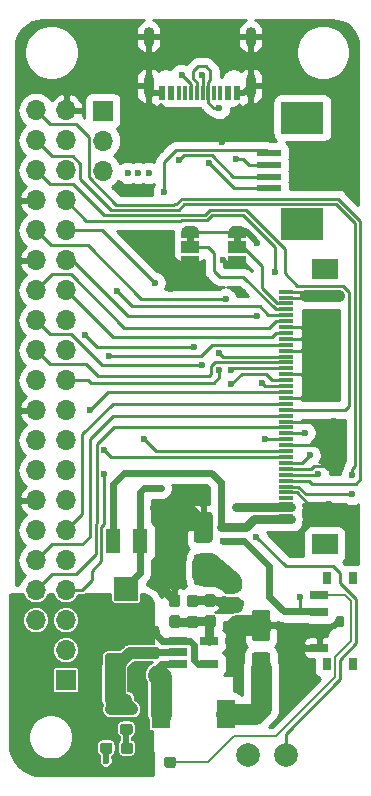
<source format=gtl>
G04 #@! TF.GenerationSoftware,KiCad,Pcbnew,(5.1.4)-1*
G04 #@! TF.CreationDate,2021-02-21T00:03:44+01:00*
G04 #@! TF.ProjectId,rgb_lcd_pihat,7267625f-6c63-4645-9f70-696861742e6b,rev?*
G04 #@! TF.SameCoordinates,Original*
G04 #@! TF.FileFunction,Copper,L1,Top*
G04 #@! TF.FilePolarity,Positive*
%FSLAX46Y46*%
G04 Gerber Fmt 4.6, Leading zero omitted, Abs format (unit mm)*
G04 Created by KiCad (PCBNEW (5.1.4)-1) date 2021-02-21 00:03:44*
%MOMM*%
%LPD*%
G04 APERTURE LIST*
%ADD10C,0.100000*%
%ADD11C,2.000000*%
%ADD12C,0.950000*%
%ADD13C,0.500000*%
%ADD14R,1.500000X1.000000*%
%ADD15R,0.600000X1.160000*%
%ADD16R,0.300000X1.160000*%
%ADD17O,0.900000X1.700000*%
%ADD18O,0.900000X2.000000*%
%ADD19C,1.600000*%
%ADD20R,1.700000X1.700000*%
%ADD21O,1.700000X1.700000*%
%ADD22R,1.500000X2.400000*%
%ADD23R,2.000000X0.610000*%
%ADD24R,3.600000X2.680000*%
%ADD25R,2.200000X1.800000*%
%ADD26R,1.300000X0.300000*%
%ADD27R,1.300000X2.000000*%
%ADD28R,2.000000X2.000000*%
%ADD29R,1.500000X0.700000*%
%ADD30R,0.800000X1.000000*%
%ADD31R,1.560000X0.650000*%
%ADD32C,0.600000*%
%ADD33C,1.000000*%
%ADD34C,0.600000*%
%ADD35C,0.500000*%
%ADD36C,1.750000*%
%ADD37C,1.500000*%
%ADD38C,0.250000*%
%ADD39C,0.750000*%
%ADD40C,0.200000*%
%ADD41C,0.127000*%
%ADD42C,0.254000*%
G04 APERTURE END LIST*
D10*
G36*
X59800000Y-54100000D02*
G01*
X59800000Y-54600000D01*
X59200000Y-54600000D01*
X59200000Y-54100000D01*
X59800000Y-54100000D01*
G37*
G36*
X55800000Y-54100000D02*
G01*
X55800000Y-54600000D01*
X55200000Y-54600000D01*
X55200000Y-54100000D01*
X55800000Y-54100000D01*
G37*
D11*
X63600000Y-98000000D03*
X60400000Y-98000000D03*
D10*
G36*
X54073279Y-98126144D02*
G01*
X54096334Y-98129563D01*
X54118943Y-98135227D01*
X54140887Y-98143079D01*
X54161957Y-98153044D01*
X54181948Y-98165026D01*
X54200668Y-98178910D01*
X54217938Y-98194562D01*
X54233590Y-98211832D01*
X54247474Y-98230552D01*
X54259456Y-98250543D01*
X54269421Y-98271613D01*
X54277273Y-98293557D01*
X54282937Y-98316166D01*
X54286356Y-98339221D01*
X54287500Y-98362500D01*
X54287500Y-98837500D01*
X54286356Y-98860779D01*
X54282937Y-98883834D01*
X54277273Y-98906443D01*
X54269421Y-98928387D01*
X54259456Y-98949457D01*
X54247474Y-98969448D01*
X54233590Y-98988168D01*
X54217938Y-99005438D01*
X54200668Y-99021090D01*
X54181948Y-99034974D01*
X54161957Y-99046956D01*
X54140887Y-99056921D01*
X54118943Y-99064773D01*
X54096334Y-99070437D01*
X54073279Y-99073856D01*
X54050000Y-99075000D01*
X53550000Y-99075000D01*
X53526721Y-99073856D01*
X53503666Y-99070437D01*
X53481057Y-99064773D01*
X53459113Y-99056921D01*
X53438043Y-99046956D01*
X53418052Y-99034974D01*
X53399332Y-99021090D01*
X53382062Y-99005438D01*
X53366410Y-98988168D01*
X53352526Y-98969448D01*
X53340544Y-98949457D01*
X53330579Y-98928387D01*
X53322727Y-98906443D01*
X53317063Y-98883834D01*
X53313644Y-98860779D01*
X53312500Y-98837500D01*
X53312500Y-98362500D01*
X53313644Y-98339221D01*
X53317063Y-98316166D01*
X53322727Y-98293557D01*
X53330579Y-98271613D01*
X53340544Y-98250543D01*
X53352526Y-98230552D01*
X53366410Y-98211832D01*
X53382062Y-98194562D01*
X53399332Y-98178910D01*
X53418052Y-98165026D01*
X53438043Y-98153044D01*
X53459113Y-98143079D01*
X53481057Y-98135227D01*
X53503666Y-98129563D01*
X53526721Y-98126144D01*
X53550000Y-98125000D01*
X54050000Y-98125000D01*
X54073279Y-98126144D01*
X54073279Y-98126144D01*
G37*
D12*
X53800000Y-98600000D03*
D10*
G36*
X52248279Y-98126144D02*
G01*
X52271334Y-98129563D01*
X52293943Y-98135227D01*
X52315887Y-98143079D01*
X52336957Y-98153044D01*
X52356948Y-98165026D01*
X52375668Y-98178910D01*
X52392938Y-98194562D01*
X52408590Y-98211832D01*
X52422474Y-98230552D01*
X52434456Y-98250543D01*
X52444421Y-98271613D01*
X52452273Y-98293557D01*
X52457937Y-98316166D01*
X52461356Y-98339221D01*
X52462500Y-98362500D01*
X52462500Y-98837500D01*
X52461356Y-98860779D01*
X52457937Y-98883834D01*
X52452273Y-98906443D01*
X52444421Y-98928387D01*
X52434456Y-98949457D01*
X52422474Y-98969448D01*
X52408590Y-98988168D01*
X52392938Y-99005438D01*
X52375668Y-99021090D01*
X52356948Y-99034974D01*
X52336957Y-99046956D01*
X52315887Y-99056921D01*
X52293943Y-99064773D01*
X52271334Y-99070437D01*
X52248279Y-99073856D01*
X52225000Y-99075000D01*
X51725000Y-99075000D01*
X51701721Y-99073856D01*
X51678666Y-99070437D01*
X51656057Y-99064773D01*
X51634113Y-99056921D01*
X51613043Y-99046956D01*
X51593052Y-99034974D01*
X51574332Y-99021090D01*
X51557062Y-99005438D01*
X51541410Y-98988168D01*
X51527526Y-98969448D01*
X51515544Y-98949457D01*
X51505579Y-98928387D01*
X51497727Y-98906443D01*
X51492063Y-98883834D01*
X51488644Y-98860779D01*
X51487500Y-98837500D01*
X51487500Y-98362500D01*
X51488644Y-98339221D01*
X51492063Y-98316166D01*
X51497727Y-98293557D01*
X51505579Y-98271613D01*
X51515544Y-98250543D01*
X51527526Y-98230552D01*
X51541410Y-98211832D01*
X51557062Y-98194562D01*
X51574332Y-98178910D01*
X51593052Y-98165026D01*
X51613043Y-98153044D01*
X51634113Y-98143079D01*
X51656057Y-98135227D01*
X51678666Y-98129563D01*
X51701721Y-98126144D01*
X51725000Y-98125000D01*
X52225000Y-98125000D01*
X52248279Y-98126144D01*
X52248279Y-98126144D01*
G37*
D12*
X51975000Y-98600000D03*
D13*
X59500000Y-53700000D03*
D10*
G36*
X58750000Y-54250000D02*
G01*
X58750000Y-53700000D01*
X58750602Y-53700000D01*
X58750602Y-53675466D01*
X58755412Y-53626635D01*
X58764984Y-53578510D01*
X58779228Y-53531555D01*
X58798005Y-53486222D01*
X58821136Y-53442949D01*
X58848396Y-53402150D01*
X58879524Y-53364221D01*
X58914221Y-53329524D01*
X58952150Y-53298396D01*
X58992949Y-53271136D01*
X59036222Y-53248005D01*
X59081555Y-53229228D01*
X59128510Y-53214984D01*
X59176635Y-53205412D01*
X59225466Y-53200602D01*
X59250000Y-53200602D01*
X59250000Y-53200000D01*
X59750000Y-53200000D01*
X59750000Y-53200602D01*
X59774534Y-53200602D01*
X59823365Y-53205412D01*
X59871490Y-53214984D01*
X59918445Y-53229228D01*
X59963778Y-53248005D01*
X60007051Y-53271136D01*
X60047850Y-53298396D01*
X60085779Y-53329524D01*
X60120476Y-53364221D01*
X60151604Y-53402150D01*
X60178864Y-53442949D01*
X60201995Y-53486222D01*
X60220772Y-53531555D01*
X60235016Y-53578510D01*
X60244588Y-53626635D01*
X60249398Y-53675466D01*
X60249398Y-53700000D01*
X60250000Y-53700000D01*
X60250000Y-54250000D01*
X58750000Y-54250000D01*
X58750000Y-54250000D01*
G37*
D14*
X59500000Y-55000000D03*
D13*
X59500000Y-56300000D03*
D10*
G36*
X60249398Y-56300000D02*
G01*
X60249398Y-56324534D01*
X60244588Y-56373365D01*
X60235016Y-56421490D01*
X60220772Y-56468445D01*
X60201995Y-56513778D01*
X60178864Y-56557051D01*
X60151604Y-56597850D01*
X60120476Y-56635779D01*
X60085779Y-56670476D01*
X60047850Y-56701604D01*
X60007051Y-56728864D01*
X59963778Y-56751995D01*
X59918445Y-56770772D01*
X59871490Y-56785016D01*
X59823365Y-56794588D01*
X59774534Y-56799398D01*
X59750000Y-56799398D01*
X59750000Y-56800000D01*
X59250000Y-56800000D01*
X59250000Y-56799398D01*
X59225466Y-56799398D01*
X59176635Y-56794588D01*
X59128510Y-56785016D01*
X59081555Y-56770772D01*
X59036222Y-56751995D01*
X58992949Y-56728864D01*
X58952150Y-56701604D01*
X58914221Y-56670476D01*
X58879524Y-56635779D01*
X58848396Y-56597850D01*
X58821136Y-56557051D01*
X58798005Y-56513778D01*
X58779228Y-56468445D01*
X58764984Y-56421490D01*
X58755412Y-56373365D01*
X58750602Y-56324534D01*
X58750602Y-56300000D01*
X58750000Y-56300000D01*
X58750000Y-55750000D01*
X60250000Y-55750000D01*
X60250000Y-56300000D01*
X60249398Y-56300000D01*
X60249398Y-56300000D01*
G37*
D13*
X55500000Y-53700000D03*
D10*
G36*
X54750000Y-54250000D02*
G01*
X54750000Y-53700000D01*
X54750602Y-53700000D01*
X54750602Y-53675466D01*
X54755412Y-53626635D01*
X54764984Y-53578510D01*
X54779228Y-53531555D01*
X54798005Y-53486222D01*
X54821136Y-53442949D01*
X54848396Y-53402150D01*
X54879524Y-53364221D01*
X54914221Y-53329524D01*
X54952150Y-53298396D01*
X54992949Y-53271136D01*
X55036222Y-53248005D01*
X55081555Y-53229228D01*
X55128510Y-53214984D01*
X55176635Y-53205412D01*
X55225466Y-53200602D01*
X55250000Y-53200602D01*
X55250000Y-53200000D01*
X55750000Y-53200000D01*
X55750000Y-53200602D01*
X55774534Y-53200602D01*
X55823365Y-53205412D01*
X55871490Y-53214984D01*
X55918445Y-53229228D01*
X55963778Y-53248005D01*
X56007051Y-53271136D01*
X56047850Y-53298396D01*
X56085779Y-53329524D01*
X56120476Y-53364221D01*
X56151604Y-53402150D01*
X56178864Y-53442949D01*
X56201995Y-53486222D01*
X56220772Y-53531555D01*
X56235016Y-53578510D01*
X56244588Y-53626635D01*
X56249398Y-53675466D01*
X56249398Y-53700000D01*
X56250000Y-53700000D01*
X56250000Y-54250000D01*
X54750000Y-54250000D01*
X54750000Y-54250000D01*
G37*
D14*
X55500000Y-55000000D03*
D13*
X55500000Y-56300000D03*
D10*
G36*
X56249398Y-56300000D02*
G01*
X56249398Y-56324534D01*
X56244588Y-56373365D01*
X56235016Y-56421490D01*
X56220772Y-56468445D01*
X56201995Y-56513778D01*
X56178864Y-56557051D01*
X56151604Y-56597850D01*
X56120476Y-56635779D01*
X56085779Y-56670476D01*
X56047850Y-56701604D01*
X56007051Y-56728864D01*
X55963778Y-56751995D01*
X55918445Y-56770772D01*
X55871490Y-56785016D01*
X55823365Y-56794588D01*
X55774534Y-56799398D01*
X55750000Y-56799398D01*
X55750000Y-56800000D01*
X55250000Y-56800000D01*
X55250000Y-56799398D01*
X55225466Y-56799398D01*
X55176635Y-56794588D01*
X55128510Y-56785016D01*
X55081555Y-56770772D01*
X55036222Y-56751995D01*
X54992949Y-56728864D01*
X54952150Y-56701604D01*
X54914221Y-56670476D01*
X54879524Y-56635779D01*
X54848396Y-56597850D01*
X54821136Y-56557051D01*
X54798005Y-56513778D01*
X54779228Y-56468445D01*
X54764984Y-56421490D01*
X54755412Y-56373365D01*
X54750602Y-56324534D01*
X54750602Y-56300000D01*
X54750000Y-56300000D01*
X54750000Y-55750000D01*
X56250000Y-55750000D01*
X56250000Y-56300000D01*
X56249398Y-56300000D01*
X56249398Y-56300000D01*
G37*
D15*
X53100000Y-41910000D03*
X53900000Y-41910000D03*
X53100000Y-41910000D03*
X53900000Y-41910000D03*
X59500000Y-41910000D03*
X59500000Y-41910000D03*
X58700000Y-41910000D03*
X58700000Y-41910000D03*
D16*
X54550000Y-41910000D03*
X55550000Y-41910000D03*
X55050000Y-41910000D03*
X57550000Y-41910000D03*
X58050000Y-41910000D03*
X56050000Y-41910000D03*
X56550000Y-41910000D03*
X57050000Y-41910000D03*
D17*
X51980000Y-37160000D03*
X60620000Y-37160000D03*
D18*
X51980000Y-41330000D03*
X60620000Y-41330000D03*
D10*
G36*
X62074504Y-85701204D02*
G01*
X62098773Y-85704804D01*
X62122571Y-85710765D01*
X62145671Y-85719030D01*
X62167849Y-85729520D01*
X62188893Y-85742133D01*
X62208598Y-85756747D01*
X62226777Y-85773223D01*
X62243253Y-85791402D01*
X62257867Y-85811107D01*
X62270480Y-85832151D01*
X62280970Y-85854329D01*
X62289235Y-85877429D01*
X62295196Y-85901227D01*
X62298796Y-85925496D01*
X62300000Y-85950000D01*
X62300000Y-88050000D01*
X62298796Y-88074504D01*
X62295196Y-88098773D01*
X62289235Y-88122571D01*
X62280970Y-88145671D01*
X62270480Y-88167849D01*
X62257867Y-88188893D01*
X62243253Y-88208598D01*
X62226777Y-88226777D01*
X62208598Y-88243253D01*
X62188893Y-88257867D01*
X62167849Y-88270480D01*
X62145671Y-88280970D01*
X62122571Y-88289235D01*
X62098773Y-88295196D01*
X62074504Y-88298796D01*
X62050000Y-88300000D01*
X60950000Y-88300000D01*
X60925496Y-88298796D01*
X60901227Y-88295196D01*
X60877429Y-88289235D01*
X60854329Y-88280970D01*
X60832151Y-88270480D01*
X60811107Y-88257867D01*
X60791402Y-88243253D01*
X60773223Y-88226777D01*
X60756747Y-88208598D01*
X60742133Y-88188893D01*
X60729520Y-88167849D01*
X60719030Y-88145671D01*
X60710765Y-88122571D01*
X60704804Y-88098773D01*
X60701204Y-88074504D01*
X60700000Y-88050000D01*
X60700000Y-85950000D01*
X60701204Y-85925496D01*
X60704804Y-85901227D01*
X60710765Y-85877429D01*
X60719030Y-85854329D01*
X60729520Y-85832151D01*
X60742133Y-85811107D01*
X60756747Y-85791402D01*
X60773223Y-85773223D01*
X60791402Y-85756747D01*
X60811107Y-85742133D01*
X60832151Y-85729520D01*
X60854329Y-85719030D01*
X60877429Y-85710765D01*
X60901227Y-85704804D01*
X60925496Y-85701204D01*
X60950000Y-85700000D01*
X62050000Y-85700000D01*
X62074504Y-85701204D01*
X62074504Y-85701204D01*
G37*
D19*
X61500000Y-87000000D03*
D10*
G36*
X62074504Y-89301204D02*
G01*
X62098773Y-89304804D01*
X62122571Y-89310765D01*
X62145671Y-89319030D01*
X62167849Y-89329520D01*
X62188893Y-89342133D01*
X62208598Y-89356747D01*
X62226777Y-89373223D01*
X62243253Y-89391402D01*
X62257867Y-89411107D01*
X62270480Y-89432151D01*
X62280970Y-89454329D01*
X62289235Y-89477429D01*
X62295196Y-89501227D01*
X62298796Y-89525496D01*
X62300000Y-89550000D01*
X62300000Y-91650000D01*
X62298796Y-91674504D01*
X62295196Y-91698773D01*
X62289235Y-91722571D01*
X62280970Y-91745671D01*
X62270480Y-91767849D01*
X62257867Y-91788893D01*
X62243253Y-91808598D01*
X62226777Y-91826777D01*
X62208598Y-91843253D01*
X62188893Y-91857867D01*
X62167849Y-91870480D01*
X62145671Y-91880970D01*
X62122571Y-91889235D01*
X62098773Y-91895196D01*
X62074504Y-91898796D01*
X62050000Y-91900000D01*
X60950000Y-91900000D01*
X60925496Y-91898796D01*
X60901227Y-91895196D01*
X60877429Y-91889235D01*
X60854329Y-91880970D01*
X60832151Y-91870480D01*
X60811107Y-91857867D01*
X60791402Y-91843253D01*
X60773223Y-91826777D01*
X60756747Y-91808598D01*
X60742133Y-91788893D01*
X60729520Y-91767849D01*
X60719030Y-91745671D01*
X60710765Y-91722571D01*
X60704804Y-91698773D01*
X60701204Y-91674504D01*
X60700000Y-91650000D01*
X60700000Y-89550000D01*
X60701204Y-89525496D01*
X60704804Y-89501227D01*
X60710765Y-89477429D01*
X60719030Y-89454329D01*
X60729520Y-89432151D01*
X60742133Y-89411107D01*
X60756747Y-89391402D01*
X60773223Y-89373223D01*
X60791402Y-89356747D01*
X60811107Y-89342133D01*
X60832151Y-89329520D01*
X60854329Y-89319030D01*
X60877429Y-89310765D01*
X60901227Y-89304804D01*
X60925496Y-89301204D01*
X60950000Y-89300000D01*
X62050000Y-89300000D01*
X62074504Y-89301204D01*
X62074504Y-89301204D01*
G37*
D19*
X61500000Y-90600000D03*
D20*
X45000000Y-91660000D03*
D21*
X42460000Y-91660000D03*
X45000000Y-89120000D03*
X42460000Y-89120000D03*
X45000000Y-86580000D03*
X42460000Y-86580000D03*
X45000000Y-84040000D03*
X42460000Y-84040000D03*
X45000000Y-81500000D03*
X42460000Y-81500000D03*
X45000000Y-78960000D03*
X42460000Y-78960000D03*
X45000000Y-76420000D03*
X42460000Y-76420000D03*
X45000000Y-73880000D03*
X42460000Y-73880000D03*
X45000000Y-71340000D03*
X42460000Y-71340000D03*
X45000000Y-68800000D03*
X42460000Y-68800000D03*
X45000000Y-66260000D03*
X42460000Y-66260000D03*
X45000000Y-63720000D03*
X42460000Y-63720000D03*
X45000000Y-61180000D03*
X42460000Y-61180000D03*
X45000000Y-58640000D03*
X42460000Y-58640000D03*
X45000000Y-56100000D03*
X42460000Y-56100000D03*
X45000000Y-53560000D03*
X42460000Y-53560000D03*
X45000000Y-51020000D03*
X42460000Y-51020000D03*
X45000000Y-48480000D03*
X42460000Y-48480000D03*
X45000000Y-45940000D03*
X42460000Y-45940000D03*
X45000000Y-43400000D03*
X42460000Y-43400000D03*
D10*
G36*
X52664779Y-87073144D02*
G01*
X52687834Y-87076563D01*
X52710443Y-87082227D01*
X52732387Y-87090079D01*
X52753457Y-87100044D01*
X52773448Y-87112026D01*
X52792168Y-87125910D01*
X52809438Y-87141562D01*
X52825090Y-87158832D01*
X52838974Y-87177552D01*
X52850956Y-87197543D01*
X52860921Y-87218613D01*
X52868773Y-87240557D01*
X52874437Y-87263166D01*
X52877856Y-87286221D01*
X52879000Y-87309500D01*
X52879000Y-87884500D01*
X52877856Y-87907779D01*
X52874437Y-87930834D01*
X52868773Y-87953443D01*
X52860921Y-87975387D01*
X52850956Y-87996457D01*
X52838974Y-88016448D01*
X52825090Y-88035168D01*
X52809438Y-88052438D01*
X52792168Y-88068090D01*
X52773448Y-88081974D01*
X52753457Y-88093956D01*
X52732387Y-88103921D01*
X52710443Y-88111773D01*
X52687834Y-88117437D01*
X52664779Y-88120856D01*
X52641500Y-88122000D01*
X52166500Y-88122000D01*
X52143221Y-88120856D01*
X52120166Y-88117437D01*
X52097557Y-88111773D01*
X52075613Y-88103921D01*
X52054543Y-88093956D01*
X52034552Y-88081974D01*
X52015832Y-88068090D01*
X51998562Y-88052438D01*
X51982910Y-88035168D01*
X51969026Y-88016448D01*
X51957044Y-87996457D01*
X51947079Y-87975387D01*
X51939227Y-87953443D01*
X51933563Y-87930834D01*
X51930144Y-87907779D01*
X51929000Y-87884500D01*
X51929000Y-87309500D01*
X51930144Y-87286221D01*
X51933563Y-87263166D01*
X51939227Y-87240557D01*
X51947079Y-87218613D01*
X51957044Y-87197543D01*
X51969026Y-87177552D01*
X51982910Y-87158832D01*
X51998562Y-87141562D01*
X52015832Y-87125910D01*
X52034552Y-87112026D01*
X52054543Y-87100044D01*
X52075613Y-87090079D01*
X52097557Y-87082227D01*
X52120166Y-87076563D01*
X52143221Y-87073144D01*
X52166500Y-87072000D01*
X52641500Y-87072000D01*
X52664779Y-87073144D01*
X52664779Y-87073144D01*
G37*
D12*
X52404000Y-87597000D03*
D10*
G36*
X52664779Y-88823144D02*
G01*
X52687834Y-88826563D01*
X52710443Y-88832227D01*
X52732387Y-88840079D01*
X52753457Y-88850044D01*
X52773448Y-88862026D01*
X52792168Y-88875910D01*
X52809438Y-88891562D01*
X52825090Y-88908832D01*
X52838974Y-88927552D01*
X52850956Y-88947543D01*
X52860921Y-88968613D01*
X52868773Y-88990557D01*
X52874437Y-89013166D01*
X52877856Y-89036221D01*
X52879000Y-89059500D01*
X52879000Y-89634500D01*
X52877856Y-89657779D01*
X52874437Y-89680834D01*
X52868773Y-89703443D01*
X52860921Y-89725387D01*
X52850956Y-89746457D01*
X52838974Y-89766448D01*
X52825090Y-89785168D01*
X52809438Y-89802438D01*
X52792168Y-89818090D01*
X52773448Y-89831974D01*
X52753457Y-89843956D01*
X52732387Y-89853921D01*
X52710443Y-89861773D01*
X52687834Y-89867437D01*
X52664779Y-89870856D01*
X52641500Y-89872000D01*
X52166500Y-89872000D01*
X52143221Y-89870856D01*
X52120166Y-89867437D01*
X52097557Y-89861773D01*
X52075613Y-89853921D01*
X52054543Y-89843956D01*
X52034552Y-89831974D01*
X52015832Y-89818090D01*
X51998562Y-89802438D01*
X51982910Y-89785168D01*
X51969026Y-89766448D01*
X51957044Y-89746457D01*
X51947079Y-89725387D01*
X51939227Y-89703443D01*
X51933563Y-89680834D01*
X51930144Y-89657779D01*
X51929000Y-89634500D01*
X51929000Y-89059500D01*
X51930144Y-89036221D01*
X51933563Y-89013166D01*
X51939227Y-88990557D01*
X51947079Y-88968613D01*
X51957044Y-88947543D01*
X51969026Y-88927552D01*
X51982910Y-88908832D01*
X51998562Y-88891562D01*
X52015832Y-88875910D01*
X52034552Y-88862026D01*
X52054543Y-88850044D01*
X52075613Y-88840079D01*
X52097557Y-88832227D01*
X52120166Y-88826563D01*
X52143221Y-88823144D01*
X52166500Y-88822000D01*
X52641500Y-88822000D01*
X52664779Y-88823144D01*
X52664779Y-88823144D01*
G37*
D12*
X52404000Y-89347000D03*
D10*
G36*
X50410779Y-95326144D02*
G01*
X50433834Y-95329563D01*
X50456443Y-95335227D01*
X50478387Y-95343079D01*
X50499457Y-95353044D01*
X50519448Y-95365026D01*
X50538168Y-95378910D01*
X50555438Y-95394562D01*
X50571090Y-95411832D01*
X50584974Y-95430552D01*
X50596956Y-95450543D01*
X50606921Y-95471613D01*
X50614773Y-95493557D01*
X50620437Y-95516166D01*
X50623856Y-95539221D01*
X50625000Y-95562500D01*
X50625000Y-96037500D01*
X50623856Y-96060779D01*
X50620437Y-96083834D01*
X50614773Y-96106443D01*
X50606921Y-96128387D01*
X50596956Y-96149457D01*
X50584974Y-96169448D01*
X50571090Y-96188168D01*
X50555438Y-96205438D01*
X50538168Y-96221090D01*
X50519448Y-96234974D01*
X50499457Y-96246956D01*
X50478387Y-96256921D01*
X50456443Y-96264773D01*
X50433834Y-96270437D01*
X50410779Y-96273856D01*
X50387500Y-96275000D01*
X49812500Y-96275000D01*
X49789221Y-96273856D01*
X49766166Y-96270437D01*
X49743557Y-96264773D01*
X49721613Y-96256921D01*
X49700543Y-96246956D01*
X49680552Y-96234974D01*
X49661832Y-96221090D01*
X49644562Y-96205438D01*
X49628910Y-96188168D01*
X49615026Y-96169448D01*
X49603044Y-96149457D01*
X49593079Y-96128387D01*
X49585227Y-96106443D01*
X49579563Y-96083834D01*
X49576144Y-96060779D01*
X49575000Y-96037500D01*
X49575000Y-95562500D01*
X49576144Y-95539221D01*
X49579563Y-95516166D01*
X49585227Y-95493557D01*
X49593079Y-95471613D01*
X49603044Y-95450543D01*
X49615026Y-95430552D01*
X49628910Y-95411832D01*
X49644562Y-95394562D01*
X49661832Y-95378910D01*
X49680552Y-95365026D01*
X49700543Y-95353044D01*
X49721613Y-95343079D01*
X49743557Y-95335227D01*
X49766166Y-95329563D01*
X49789221Y-95326144D01*
X49812500Y-95325000D01*
X50387500Y-95325000D01*
X50410779Y-95326144D01*
X50410779Y-95326144D01*
G37*
D12*
X50100000Y-95800000D03*
D10*
G36*
X48660779Y-95326144D02*
G01*
X48683834Y-95329563D01*
X48706443Y-95335227D01*
X48728387Y-95343079D01*
X48749457Y-95353044D01*
X48769448Y-95365026D01*
X48788168Y-95378910D01*
X48805438Y-95394562D01*
X48821090Y-95411832D01*
X48834974Y-95430552D01*
X48846956Y-95450543D01*
X48856921Y-95471613D01*
X48864773Y-95493557D01*
X48870437Y-95516166D01*
X48873856Y-95539221D01*
X48875000Y-95562500D01*
X48875000Y-96037500D01*
X48873856Y-96060779D01*
X48870437Y-96083834D01*
X48864773Y-96106443D01*
X48856921Y-96128387D01*
X48846956Y-96149457D01*
X48834974Y-96169448D01*
X48821090Y-96188168D01*
X48805438Y-96205438D01*
X48788168Y-96221090D01*
X48769448Y-96234974D01*
X48749457Y-96246956D01*
X48728387Y-96256921D01*
X48706443Y-96264773D01*
X48683834Y-96270437D01*
X48660779Y-96273856D01*
X48637500Y-96275000D01*
X48062500Y-96275000D01*
X48039221Y-96273856D01*
X48016166Y-96270437D01*
X47993557Y-96264773D01*
X47971613Y-96256921D01*
X47950543Y-96246956D01*
X47930552Y-96234974D01*
X47911832Y-96221090D01*
X47894562Y-96205438D01*
X47878910Y-96188168D01*
X47865026Y-96169448D01*
X47853044Y-96149457D01*
X47843079Y-96128387D01*
X47835227Y-96106443D01*
X47829563Y-96083834D01*
X47826144Y-96060779D01*
X47825000Y-96037500D01*
X47825000Y-95562500D01*
X47826144Y-95539221D01*
X47829563Y-95516166D01*
X47835227Y-95493557D01*
X47843079Y-95471613D01*
X47853044Y-95450543D01*
X47865026Y-95430552D01*
X47878910Y-95411832D01*
X47894562Y-95394562D01*
X47911832Y-95378910D01*
X47930552Y-95365026D01*
X47950543Y-95353044D01*
X47971613Y-95343079D01*
X47993557Y-95335227D01*
X48016166Y-95329563D01*
X48039221Y-95326144D01*
X48062500Y-95325000D01*
X48637500Y-95325000D01*
X48660779Y-95326144D01*
X48660779Y-95326144D01*
G37*
D12*
X48350000Y-95800000D03*
D10*
G36*
X49676504Y-85776204D02*
G01*
X49700773Y-85779804D01*
X49724571Y-85785765D01*
X49747671Y-85794030D01*
X49769849Y-85804520D01*
X49790893Y-85817133D01*
X49810598Y-85831747D01*
X49828777Y-85848223D01*
X49845253Y-85866402D01*
X49859867Y-85886107D01*
X49872480Y-85907151D01*
X49882970Y-85929329D01*
X49891235Y-85952429D01*
X49897196Y-85976227D01*
X49900796Y-86000496D01*
X49902000Y-86025000D01*
X49902000Y-88125000D01*
X49900796Y-88149504D01*
X49897196Y-88173773D01*
X49891235Y-88197571D01*
X49882970Y-88220671D01*
X49872480Y-88242849D01*
X49859867Y-88263893D01*
X49845253Y-88283598D01*
X49828777Y-88301777D01*
X49810598Y-88318253D01*
X49790893Y-88332867D01*
X49769849Y-88345480D01*
X49747671Y-88355970D01*
X49724571Y-88364235D01*
X49700773Y-88370196D01*
X49676504Y-88373796D01*
X49652000Y-88375000D01*
X48552000Y-88375000D01*
X48527496Y-88373796D01*
X48503227Y-88370196D01*
X48479429Y-88364235D01*
X48456329Y-88355970D01*
X48434151Y-88345480D01*
X48413107Y-88332867D01*
X48393402Y-88318253D01*
X48375223Y-88301777D01*
X48358747Y-88283598D01*
X48344133Y-88263893D01*
X48331520Y-88242849D01*
X48321030Y-88220671D01*
X48312765Y-88197571D01*
X48306804Y-88173773D01*
X48303204Y-88149504D01*
X48302000Y-88125000D01*
X48302000Y-86025000D01*
X48303204Y-86000496D01*
X48306804Y-85976227D01*
X48312765Y-85952429D01*
X48321030Y-85929329D01*
X48331520Y-85907151D01*
X48344133Y-85886107D01*
X48358747Y-85866402D01*
X48375223Y-85848223D01*
X48393402Y-85831747D01*
X48413107Y-85817133D01*
X48434151Y-85804520D01*
X48456329Y-85794030D01*
X48479429Y-85785765D01*
X48503227Y-85779804D01*
X48527496Y-85776204D01*
X48552000Y-85775000D01*
X49652000Y-85775000D01*
X49676504Y-85776204D01*
X49676504Y-85776204D01*
G37*
D19*
X49102000Y-87075000D03*
D10*
G36*
X49676504Y-89376204D02*
G01*
X49700773Y-89379804D01*
X49724571Y-89385765D01*
X49747671Y-89394030D01*
X49769849Y-89404520D01*
X49790893Y-89417133D01*
X49810598Y-89431747D01*
X49828777Y-89448223D01*
X49845253Y-89466402D01*
X49859867Y-89486107D01*
X49872480Y-89507151D01*
X49882970Y-89529329D01*
X49891235Y-89552429D01*
X49897196Y-89576227D01*
X49900796Y-89600496D01*
X49902000Y-89625000D01*
X49902000Y-91725000D01*
X49900796Y-91749504D01*
X49897196Y-91773773D01*
X49891235Y-91797571D01*
X49882970Y-91820671D01*
X49872480Y-91842849D01*
X49859867Y-91863893D01*
X49845253Y-91883598D01*
X49828777Y-91901777D01*
X49810598Y-91918253D01*
X49790893Y-91932867D01*
X49769849Y-91945480D01*
X49747671Y-91955970D01*
X49724571Y-91964235D01*
X49700773Y-91970196D01*
X49676504Y-91973796D01*
X49652000Y-91975000D01*
X48552000Y-91975000D01*
X48527496Y-91973796D01*
X48503227Y-91970196D01*
X48479429Y-91964235D01*
X48456329Y-91955970D01*
X48434151Y-91945480D01*
X48413107Y-91932867D01*
X48393402Y-91918253D01*
X48375223Y-91901777D01*
X48358747Y-91883598D01*
X48344133Y-91863893D01*
X48331520Y-91842849D01*
X48321030Y-91820671D01*
X48312765Y-91797571D01*
X48306804Y-91773773D01*
X48303204Y-91749504D01*
X48302000Y-91725000D01*
X48302000Y-89625000D01*
X48303204Y-89600496D01*
X48306804Y-89576227D01*
X48312765Y-89552429D01*
X48321030Y-89529329D01*
X48331520Y-89507151D01*
X48344133Y-89486107D01*
X48358747Y-89466402D01*
X48375223Y-89448223D01*
X48393402Y-89431747D01*
X48413107Y-89417133D01*
X48434151Y-89404520D01*
X48456329Y-89394030D01*
X48479429Y-89385765D01*
X48503227Y-89379804D01*
X48527496Y-89376204D01*
X48552000Y-89375000D01*
X49652000Y-89375000D01*
X49676504Y-89376204D01*
X49676504Y-89376204D01*
G37*
D19*
X49102000Y-90675000D03*
D10*
G36*
X48710779Y-96926144D02*
G01*
X48733834Y-96929563D01*
X48756443Y-96935227D01*
X48778387Y-96943079D01*
X48799457Y-96953044D01*
X48819448Y-96965026D01*
X48838168Y-96978910D01*
X48855438Y-96994562D01*
X48871090Y-97011832D01*
X48884974Y-97030552D01*
X48896956Y-97050543D01*
X48906921Y-97071613D01*
X48914773Y-97093557D01*
X48920437Y-97116166D01*
X48923856Y-97139221D01*
X48925000Y-97162500D01*
X48925000Y-97637500D01*
X48923856Y-97660779D01*
X48920437Y-97683834D01*
X48914773Y-97706443D01*
X48906921Y-97728387D01*
X48896956Y-97749457D01*
X48884974Y-97769448D01*
X48871090Y-97788168D01*
X48855438Y-97805438D01*
X48838168Y-97821090D01*
X48819448Y-97834974D01*
X48799457Y-97846956D01*
X48778387Y-97856921D01*
X48756443Y-97864773D01*
X48733834Y-97870437D01*
X48710779Y-97873856D01*
X48687500Y-97875000D01*
X48112500Y-97875000D01*
X48089221Y-97873856D01*
X48066166Y-97870437D01*
X48043557Y-97864773D01*
X48021613Y-97856921D01*
X48000543Y-97846956D01*
X47980552Y-97834974D01*
X47961832Y-97821090D01*
X47944562Y-97805438D01*
X47928910Y-97788168D01*
X47915026Y-97769448D01*
X47903044Y-97749457D01*
X47893079Y-97728387D01*
X47885227Y-97706443D01*
X47879563Y-97683834D01*
X47876144Y-97660779D01*
X47875000Y-97637500D01*
X47875000Y-97162500D01*
X47876144Y-97139221D01*
X47879563Y-97116166D01*
X47885227Y-97093557D01*
X47893079Y-97071613D01*
X47903044Y-97050543D01*
X47915026Y-97030552D01*
X47928910Y-97011832D01*
X47944562Y-96994562D01*
X47961832Y-96978910D01*
X47980552Y-96965026D01*
X48000543Y-96953044D01*
X48021613Y-96943079D01*
X48043557Y-96935227D01*
X48066166Y-96929563D01*
X48089221Y-96926144D01*
X48112500Y-96925000D01*
X48687500Y-96925000D01*
X48710779Y-96926144D01*
X48710779Y-96926144D01*
G37*
D12*
X48400000Y-97400000D03*
D10*
G36*
X50460779Y-96926144D02*
G01*
X50483834Y-96929563D01*
X50506443Y-96935227D01*
X50528387Y-96943079D01*
X50549457Y-96953044D01*
X50569448Y-96965026D01*
X50588168Y-96978910D01*
X50605438Y-96994562D01*
X50621090Y-97011832D01*
X50634974Y-97030552D01*
X50646956Y-97050543D01*
X50656921Y-97071613D01*
X50664773Y-97093557D01*
X50670437Y-97116166D01*
X50673856Y-97139221D01*
X50675000Y-97162500D01*
X50675000Y-97637500D01*
X50673856Y-97660779D01*
X50670437Y-97683834D01*
X50664773Y-97706443D01*
X50656921Y-97728387D01*
X50646956Y-97749457D01*
X50634974Y-97769448D01*
X50621090Y-97788168D01*
X50605438Y-97805438D01*
X50588168Y-97821090D01*
X50569448Y-97834974D01*
X50549457Y-97846956D01*
X50528387Y-97856921D01*
X50506443Y-97864773D01*
X50483834Y-97870437D01*
X50460779Y-97873856D01*
X50437500Y-97875000D01*
X49862500Y-97875000D01*
X49839221Y-97873856D01*
X49816166Y-97870437D01*
X49793557Y-97864773D01*
X49771613Y-97856921D01*
X49750543Y-97846956D01*
X49730552Y-97834974D01*
X49711832Y-97821090D01*
X49694562Y-97805438D01*
X49678910Y-97788168D01*
X49665026Y-97769448D01*
X49653044Y-97749457D01*
X49643079Y-97728387D01*
X49635227Y-97706443D01*
X49629563Y-97683834D01*
X49626144Y-97660779D01*
X49625000Y-97637500D01*
X49625000Y-97162500D01*
X49626144Y-97139221D01*
X49629563Y-97116166D01*
X49635227Y-97093557D01*
X49643079Y-97071613D01*
X49653044Y-97050543D01*
X49665026Y-97030552D01*
X49678910Y-97011832D01*
X49694562Y-96994562D01*
X49711832Y-96978910D01*
X49730552Y-96965026D01*
X49750543Y-96953044D01*
X49771613Y-96943079D01*
X49793557Y-96935227D01*
X49816166Y-96929563D01*
X49839221Y-96926144D01*
X49862500Y-96925000D01*
X50437500Y-96925000D01*
X50460779Y-96926144D01*
X50460779Y-96926144D01*
G37*
D12*
X50150000Y-97400000D03*
D21*
X48100000Y-48500000D03*
X48100000Y-45960000D03*
D20*
X48100000Y-43420000D03*
D22*
X58500000Y-94500000D03*
X53000000Y-94500000D03*
D10*
G36*
X57174504Y-81001204D02*
G01*
X57198773Y-81004804D01*
X57222571Y-81010765D01*
X57245671Y-81019030D01*
X57267849Y-81029520D01*
X57288893Y-81042133D01*
X57308598Y-81056747D01*
X57326777Y-81073223D01*
X57343253Y-81091402D01*
X57357867Y-81111107D01*
X57370480Y-81132151D01*
X57380970Y-81154329D01*
X57389235Y-81177429D01*
X57395196Y-81201227D01*
X57398796Y-81225496D01*
X57400000Y-81250000D01*
X57400000Y-83350000D01*
X57398796Y-83374504D01*
X57395196Y-83398773D01*
X57389235Y-83422571D01*
X57380970Y-83445671D01*
X57370480Y-83467849D01*
X57357867Y-83488893D01*
X57343253Y-83508598D01*
X57326777Y-83526777D01*
X57308598Y-83543253D01*
X57288893Y-83557867D01*
X57267849Y-83570480D01*
X57245671Y-83580970D01*
X57222571Y-83589235D01*
X57198773Y-83595196D01*
X57174504Y-83598796D01*
X57150000Y-83600000D01*
X56050000Y-83600000D01*
X56025496Y-83598796D01*
X56001227Y-83595196D01*
X55977429Y-83589235D01*
X55954329Y-83580970D01*
X55932151Y-83570480D01*
X55911107Y-83557867D01*
X55891402Y-83543253D01*
X55873223Y-83526777D01*
X55856747Y-83508598D01*
X55842133Y-83488893D01*
X55829520Y-83467849D01*
X55819030Y-83445671D01*
X55810765Y-83422571D01*
X55804804Y-83398773D01*
X55801204Y-83374504D01*
X55800000Y-83350000D01*
X55800000Y-81250000D01*
X55801204Y-81225496D01*
X55804804Y-81201227D01*
X55810765Y-81177429D01*
X55819030Y-81154329D01*
X55829520Y-81132151D01*
X55842133Y-81111107D01*
X55856747Y-81091402D01*
X55873223Y-81073223D01*
X55891402Y-81056747D01*
X55911107Y-81042133D01*
X55932151Y-81029520D01*
X55954329Y-81019030D01*
X55977429Y-81010765D01*
X56001227Y-81004804D01*
X56025496Y-81001204D01*
X56050000Y-81000000D01*
X57150000Y-81000000D01*
X57174504Y-81001204D01*
X57174504Y-81001204D01*
G37*
D19*
X56600000Y-82300000D03*
D10*
G36*
X57174504Y-77401204D02*
G01*
X57198773Y-77404804D01*
X57222571Y-77410765D01*
X57245671Y-77419030D01*
X57267849Y-77429520D01*
X57288893Y-77442133D01*
X57308598Y-77456747D01*
X57326777Y-77473223D01*
X57343253Y-77491402D01*
X57357867Y-77511107D01*
X57370480Y-77532151D01*
X57380970Y-77554329D01*
X57389235Y-77577429D01*
X57395196Y-77601227D01*
X57398796Y-77625496D01*
X57400000Y-77650000D01*
X57400000Y-79750000D01*
X57398796Y-79774504D01*
X57395196Y-79798773D01*
X57389235Y-79822571D01*
X57380970Y-79845671D01*
X57370480Y-79867849D01*
X57357867Y-79888893D01*
X57343253Y-79908598D01*
X57326777Y-79926777D01*
X57308598Y-79943253D01*
X57288893Y-79957867D01*
X57267849Y-79970480D01*
X57245671Y-79980970D01*
X57222571Y-79989235D01*
X57198773Y-79995196D01*
X57174504Y-79998796D01*
X57150000Y-80000000D01*
X56050000Y-80000000D01*
X56025496Y-79998796D01*
X56001227Y-79995196D01*
X55977429Y-79989235D01*
X55954329Y-79980970D01*
X55932151Y-79970480D01*
X55911107Y-79957867D01*
X55891402Y-79943253D01*
X55873223Y-79926777D01*
X55856747Y-79908598D01*
X55842133Y-79888893D01*
X55829520Y-79867849D01*
X55819030Y-79845671D01*
X55810765Y-79822571D01*
X55804804Y-79798773D01*
X55801204Y-79774504D01*
X55800000Y-79750000D01*
X55800000Y-77650000D01*
X55801204Y-77625496D01*
X55804804Y-77601227D01*
X55810765Y-77577429D01*
X55819030Y-77554329D01*
X55829520Y-77532151D01*
X55842133Y-77511107D01*
X55856747Y-77491402D01*
X55873223Y-77473223D01*
X55891402Y-77456747D01*
X55911107Y-77442133D01*
X55932151Y-77429520D01*
X55954329Y-77419030D01*
X55977429Y-77410765D01*
X56001227Y-77404804D01*
X56025496Y-77401204D01*
X56050000Y-77400000D01*
X57150000Y-77400000D01*
X57174504Y-77401204D01*
X57174504Y-77401204D01*
G37*
D19*
X56600000Y-78700000D03*
D10*
G36*
X57460779Y-84376144D02*
G01*
X57483834Y-84379563D01*
X57506443Y-84385227D01*
X57528387Y-84393079D01*
X57549457Y-84403044D01*
X57569448Y-84415026D01*
X57588168Y-84428910D01*
X57605438Y-84444562D01*
X57621090Y-84461832D01*
X57634974Y-84480552D01*
X57646956Y-84500543D01*
X57656921Y-84521613D01*
X57664773Y-84543557D01*
X57670437Y-84566166D01*
X57673856Y-84589221D01*
X57675000Y-84612500D01*
X57675000Y-85187500D01*
X57673856Y-85210779D01*
X57670437Y-85233834D01*
X57664773Y-85256443D01*
X57656921Y-85278387D01*
X57646956Y-85299457D01*
X57634974Y-85319448D01*
X57621090Y-85338168D01*
X57605438Y-85355438D01*
X57588168Y-85371090D01*
X57569448Y-85384974D01*
X57549457Y-85396956D01*
X57528387Y-85406921D01*
X57506443Y-85414773D01*
X57483834Y-85420437D01*
X57460779Y-85423856D01*
X57437500Y-85425000D01*
X56962500Y-85425000D01*
X56939221Y-85423856D01*
X56916166Y-85420437D01*
X56893557Y-85414773D01*
X56871613Y-85406921D01*
X56850543Y-85396956D01*
X56830552Y-85384974D01*
X56811832Y-85371090D01*
X56794562Y-85355438D01*
X56778910Y-85338168D01*
X56765026Y-85319448D01*
X56753044Y-85299457D01*
X56743079Y-85278387D01*
X56735227Y-85256443D01*
X56729563Y-85233834D01*
X56726144Y-85210779D01*
X56725000Y-85187500D01*
X56725000Y-84612500D01*
X56726144Y-84589221D01*
X56729563Y-84566166D01*
X56735227Y-84543557D01*
X56743079Y-84521613D01*
X56753044Y-84500543D01*
X56765026Y-84480552D01*
X56778910Y-84461832D01*
X56794562Y-84444562D01*
X56811832Y-84428910D01*
X56830552Y-84415026D01*
X56850543Y-84403044D01*
X56871613Y-84393079D01*
X56893557Y-84385227D01*
X56916166Y-84379563D01*
X56939221Y-84376144D01*
X56962500Y-84375000D01*
X57437500Y-84375000D01*
X57460779Y-84376144D01*
X57460779Y-84376144D01*
G37*
D12*
X57200000Y-84900000D03*
D10*
G36*
X57460779Y-86126144D02*
G01*
X57483834Y-86129563D01*
X57506443Y-86135227D01*
X57528387Y-86143079D01*
X57549457Y-86153044D01*
X57569448Y-86165026D01*
X57588168Y-86178910D01*
X57605438Y-86194562D01*
X57621090Y-86211832D01*
X57634974Y-86230552D01*
X57646956Y-86250543D01*
X57656921Y-86271613D01*
X57664773Y-86293557D01*
X57670437Y-86316166D01*
X57673856Y-86339221D01*
X57675000Y-86362500D01*
X57675000Y-86937500D01*
X57673856Y-86960779D01*
X57670437Y-86983834D01*
X57664773Y-87006443D01*
X57656921Y-87028387D01*
X57646956Y-87049457D01*
X57634974Y-87069448D01*
X57621090Y-87088168D01*
X57605438Y-87105438D01*
X57588168Y-87121090D01*
X57569448Y-87134974D01*
X57549457Y-87146956D01*
X57528387Y-87156921D01*
X57506443Y-87164773D01*
X57483834Y-87170437D01*
X57460779Y-87173856D01*
X57437500Y-87175000D01*
X56962500Y-87175000D01*
X56939221Y-87173856D01*
X56916166Y-87170437D01*
X56893557Y-87164773D01*
X56871613Y-87156921D01*
X56850543Y-87146956D01*
X56830552Y-87134974D01*
X56811832Y-87121090D01*
X56794562Y-87105438D01*
X56778910Y-87088168D01*
X56765026Y-87069448D01*
X56753044Y-87049457D01*
X56743079Y-87028387D01*
X56735227Y-87006443D01*
X56729563Y-86983834D01*
X56726144Y-86960779D01*
X56725000Y-86937500D01*
X56725000Y-86362500D01*
X56726144Y-86339221D01*
X56729563Y-86316166D01*
X56735227Y-86293557D01*
X56743079Y-86271613D01*
X56753044Y-86250543D01*
X56765026Y-86230552D01*
X56778910Y-86211832D01*
X56794562Y-86194562D01*
X56811832Y-86178910D01*
X56830552Y-86165026D01*
X56850543Y-86153044D01*
X56871613Y-86143079D01*
X56893557Y-86135227D01*
X56916166Y-86129563D01*
X56939221Y-86126144D01*
X56962500Y-86125000D01*
X57437500Y-86125000D01*
X57460779Y-86126144D01*
X57460779Y-86126144D01*
G37*
D12*
X57200000Y-86650000D03*
D23*
X62200000Y-50010000D03*
X62200000Y-49010000D03*
X62200000Y-48010000D03*
X62200000Y-47010000D03*
D24*
X65000000Y-53000000D03*
X65000000Y-44020000D03*
D25*
X66900000Y-56850000D03*
X66900000Y-80150000D03*
D26*
X63650000Y-78250000D03*
X63650000Y-77750000D03*
X63650000Y-77250000D03*
X63650000Y-76750000D03*
X63650000Y-76250000D03*
X63650000Y-75750000D03*
X63650000Y-75250000D03*
X63650000Y-74750000D03*
X63650000Y-74250000D03*
X63650000Y-73750000D03*
X63650000Y-73250000D03*
X63650000Y-72750000D03*
X63650000Y-72250000D03*
X63650000Y-71750000D03*
X63650000Y-71250000D03*
X63650000Y-70750000D03*
X63650000Y-70250000D03*
X63650000Y-69750000D03*
X63650000Y-69250000D03*
X63650000Y-68750000D03*
X63650000Y-68250000D03*
X63650000Y-67750000D03*
X63650000Y-67250000D03*
X63650000Y-66750000D03*
X63650000Y-66250000D03*
X63650000Y-65750000D03*
X63650000Y-65250000D03*
X63650000Y-64750000D03*
X63650000Y-64250000D03*
X63650000Y-63750000D03*
X63650000Y-63250000D03*
X63650000Y-62750000D03*
X63650000Y-62250000D03*
X63650000Y-61750000D03*
X63650000Y-61250000D03*
X63650000Y-60750000D03*
X63650000Y-60250000D03*
X63650000Y-59750000D03*
X63650000Y-59250000D03*
X63650000Y-58750000D03*
D10*
G36*
X55960779Y-86176144D02*
G01*
X55983834Y-86179563D01*
X56006443Y-86185227D01*
X56028387Y-86193079D01*
X56049457Y-86203044D01*
X56069448Y-86215026D01*
X56088168Y-86228910D01*
X56105438Y-86244562D01*
X56121090Y-86261832D01*
X56134974Y-86280552D01*
X56146956Y-86300543D01*
X56156921Y-86321613D01*
X56164773Y-86343557D01*
X56170437Y-86366166D01*
X56173856Y-86389221D01*
X56175000Y-86412500D01*
X56175000Y-86987500D01*
X56173856Y-87010779D01*
X56170437Y-87033834D01*
X56164773Y-87056443D01*
X56156921Y-87078387D01*
X56146956Y-87099457D01*
X56134974Y-87119448D01*
X56121090Y-87138168D01*
X56105438Y-87155438D01*
X56088168Y-87171090D01*
X56069448Y-87184974D01*
X56049457Y-87196956D01*
X56028387Y-87206921D01*
X56006443Y-87214773D01*
X55983834Y-87220437D01*
X55960779Y-87223856D01*
X55937500Y-87225000D01*
X55462500Y-87225000D01*
X55439221Y-87223856D01*
X55416166Y-87220437D01*
X55393557Y-87214773D01*
X55371613Y-87206921D01*
X55350543Y-87196956D01*
X55330552Y-87184974D01*
X55311832Y-87171090D01*
X55294562Y-87155438D01*
X55278910Y-87138168D01*
X55265026Y-87119448D01*
X55253044Y-87099457D01*
X55243079Y-87078387D01*
X55235227Y-87056443D01*
X55229563Y-87033834D01*
X55226144Y-87010779D01*
X55225000Y-86987500D01*
X55225000Y-86412500D01*
X55226144Y-86389221D01*
X55229563Y-86366166D01*
X55235227Y-86343557D01*
X55243079Y-86321613D01*
X55253044Y-86300543D01*
X55265026Y-86280552D01*
X55278910Y-86261832D01*
X55294562Y-86244562D01*
X55311832Y-86228910D01*
X55330552Y-86215026D01*
X55350543Y-86203044D01*
X55371613Y-86193079D01*
X55393557Y-86185227D01*
X55416166Y-86179563D01*
X55439221Y-86176144D01*
X55462500Y-86175000D01*
X55937500Y-86175000D01*
X55960779Y-86176144D01*
X55960779Y-86176144D01*
G37*
D12*
X55700000Y-86700000D03*
D10*
G36*
X55960779Y-84426144D02*
G01*
X55983834Y-84429563D01*
X56006443Y-84435227D01*
X56028387Y-84443079D01*
X56049457Y-84453044D01*
X56069448Y-84465026D01*
X56088168Y-84478910D01*
X56105438Y-84494562D01*
X56121090Y-84511832D01*
X56134974Y-84530552D01*
X56146956Y-84550543D01*
X56156921Y-84571613D01*
X56164773Y-84593557D01*
X56170437Y-84616166D01*
X56173856Y-84639221D01*
X56175000Y-84662500D01*
X56175000Y-85237500D01*
X56173856Y-85260779D01*
X56170437Y-85283834D01*
X56164773Y-85306443D01*
X56156921Y-85328387D01*
X56146956Y-85349457D01*
X56134974Y-85369448D01*
X56121090Y-85388168D01*
X56105438Y-85405438D01*
X56088168Y-85421090D01*
X56069448Y-85434974D01*
X56049457Y-85446956D01*
X56028387Y-85456921D01*
X56006443Y-85464773D01*
X55983834Y-85470437D01*
X55960779Y-85473856D01*
X55937500Y-85475000D01*
X55462500Y-85475000D01*
X55439221Y-85473856D01*
X55416166Y-85470437D01*
X55393557Y-85464773D01*
X55371613Y-85456921D01*
X55350543Y-85446956D01*
X55330552Y-85434974D01*
X55311832Y-85421090D01*
X55294562Y-85405438D01*
X55278910Y-85388168D01*
X55265026Y-85369448D01*
X55253044Y-85349457D01*
X55243079Y-85328387D01*
X55235227Y-85306443D01*
X55229563Y-85283834D01*
X55226144Y-85260779D01*
X55225000Y-85237500D01*
X55225000Y-84662500D01*
X55226144Y-84639221D01*
X55229563Y-84616166D01*
X55235227Y-84593557D01*
X55243079Y-84571613D01*
X55253044Y-84550543D01*
X55265026Y-84530552D01*
X55278910Y-84511832D01*
X55294562Y-84494562D01*
X55311832Y-84478910D01*
X55330552Y-84465026D01*
X55350543Y-84453044D01*
X55371613Y-84443079D01*
X55393557Y-84435227D01*
X55416166Y-84429563D01*
X55439221Y-84426144D01*
X55462500Y-84425000D01*
X55937500Y-84425000D01*
X55960779Y-84426144D01*
X55960779Y-84426144D01*
G37*
D12*
X55700000Y-84950000D03*
D10*
G36*
X54460779Y-86151144D02*
G01*
X54483834Y-86154563D01*
X54506443Y-86160227D01*
X54528387Y-86168079D01*
X54549457Y-86178044D01*
X54569448Y-86190026D01*
X54588168Y-86203910D01*
X54605438Y-86219562D01*
X54621090Y-86236832D01*
X54634974Y-86255552D01*
X54646956Y-86275543D01*
X54656921Y-86296613D01*
X54664773Y-86318557D01*
X54670437Y-86341166D01*
X54673856Y-86364221D01*
X54675000Y-86387500D01*
X54675000Y-86962500D01*
X54673856Y-86985779D01*
X54670437Y-87008834D01*
X54664773Y-87031443D01*
X54656921Y-87053387D01*
X54646956Y-87074457D01*
X54634974Y-87094448D01*
X54621090Y-87113168D01*
X54605438Y-87130438D01*
X54588168Y-87146090D01*
X54569448Y-87159974D01*
X54549457Y-87171956D01*
X54528387Y-87181921D01*
X54506443Y-87189773D01*
X54483834Y-87195437D01*
X54460779Y-87198856D01*
X54437500Y-87200000D01*
X53962500Y-87200000D01*
X53939221Y-87198856D01*
X53916166Y-87195437D01*
X53893557Y-87189773D01*
X53871613Y-87181921D01*
X53850543Y-87171956D01*
X53830552Y-87159974D01*
X53811832Y-87146090D01*
X53794562Y-87130438D01*
X53778910Y-87113168D01*
X53765026Y-87094448D01*
X53753044Y-87074457D01*
X53743079Y-87053387D01*
X53735227Y-87031443D01*
X53729563Y-87008834D01*
X53726144Y-86985779D01*
X53725000Y-86962500D01*
X53725000Y-86387500D01*
X53726144Y-86364221D01*
X53729563Y-86341166D01*
X53735227Y-86318557D01*
X53743079Y-86296613D01*
X53753044Y-86275543D01*
X53765026Y-86255552D01*
X53778910Y-86236832D01*
X53794562Y-86219562D01*
X53811832Y-86203910D01*
X53830552Y-86190026D01*
X53850543Y-86178044D01*
X53871613Y-86168079D01*
X53893557Y-86160227D01*
X53916166Y-86154563D01*
X53939221Y-86151144D01*
X53962500Y-86150000D01*
X54437500Y-86150000D01*
X54460779Y-86151144D01*
X54460779Y-86151144D01*
G37*
D12*
X54200000Y-86675000D03*
D10*
G36*
X54460779Y-84401144D02*
G01*
X54483834Y-84404563D01*
X54506443Y-84410227D01*
X54528387Y-84418079D01*
X54549457Y-84428044D01*
X54569448Y-84440026D01*
X54588168Y-84453910D01*
X54605438Y-84469562D01*
X54621090Y-84486832D01*
X54634974Y-84505552D01*
X54646956Y-84525543D01*
X54656921Y-84546613D01*
X54664773Y-84568557D01*
X54670437Y-84591166D01*
X54673856Y-84614221D01*
X54675000Y-84637500D01*
X54675000Y-85212500D01*
X54673856Y-85235779D01*
X54670437Y-85258834D01*
X54664773Y-85281443D01*
X54656921Y-85303387D01*
X54646956Y-85324457D01*
X54634974Y-85344448D01*
X54621090Y-85363168D01*
X54605438Y-85380438D01*
X54588168Y-85396090D01*
X54569448Y-85409974D01*
X54549457Y-85421956D01*
X54528387Y-85431921D01*
X54506443Y-85439773D01*
X54483834Y-85445437D01*
X54460779Y-85448856D01*
X54437500Y-85450000D01*
X53962500Y-85450000D01*
X53939221Y-85448856D01*
X53916166Y-85445437D01*
X53893557Y-85439773D01*
X53871613Y-85431921D01*
X53850543Y-85421956D01*
X53830552Y-85409974D01*
X53811832Y-85396090D01*
X53794562Y-85380438D01*
X53778910Y-85363168D01*
X53765026Y-85344448D01*
X53753044Y-85324457D01*
X53743079Y-85303387D01*
X53735227Y-85281443D01*
X53729563Y-85258834D01*
X53726144Y-85235779D01*
X53725000Y-85212500D01*
X53725000Y-84637500D01*
X53726144Y-84614221D01*
X53729563Y-84591166D01*
X53735227Y-84568557D01*
X53743079Y-84546613D01*
X53753044Y-84525543D01*
X53765026Y-84505552D01*
X53778910Y-84486832D01*
X53794562Y-84469562D01*
X53811832Y-84453910D01*
X53830552Y-84440026D01*
X53850543Y-84428044D01*
X53871613Y-84418079D01*
X53893557Y-84410227D01*
X53916166Y-84404563D01*
X53939221Y-84401144D01*
X53962500Y-84400000D01*
X54437500Y-84400000D01*
X54460779Y-84401144D01*
X54460779Y-84401144D01*
G37*
D12*
X54200000Y-84925000D03*
D27*
X48950000Y-79900000D03*
D28*
X50100000Y-83900000D03*
D27*
X51250000Y-79900000D03*
D29*
X66450000Y-88900000D03*
X66450000Y-85900000D03*
X66450000Y-84400000D03*
D30*
X69310000Y-90300000D03*
X69310000Y-83000000D03*
X67100000Y-83000000D03*
X67100000Y-90300000D03*
D31*
X54436000Y-88350000D03*
X54436000Y-89300000D03*
X54436000Y-90250000D03*
X57136000Y-90250000D03*
X57136000Y-88350000D03*
D32*
X64600000Y-80600000D03*
X48400000Y-98500000D03*
X49200000Y-93300000D03*
X48800000Y-94100000D03*
X49700000Y-94100000D03*
X50100000Y-93300000D03*
X50600000Y-94100000D03*
X59500000Y-87000000D03*
X59500000Y-87900000D03*
X59500000Y-88800000D03*
X58700000Y-88300000D03*
X58700000Y-87400000D03*
X54700000Y-77100000D03*
X53800000Y-77100000D03*
X52900000Y-77100000D03*
X67700000Y-73800000D03*
X67700000Y-71700000D03*
X67700000Y-69700000D03*
X67700000Y-67700000D03*
X67700000Y-65700000D03*
X67700000Y-63800000D03*
X67700000Y-62700000D03*
X67700000Y-61700000D03*
X52100938Y-50300011D03*
X58194416Y-46049989D03*
X67300000Y-76700000D03*
X53000000Y-46800000D03*
X53900000Y-58500000D03*
X53000000Y-83500000D03*
X56100000Y-57800000D03*
X58300000Y-56100000D03*
X60000000Y-58800000D03*
X48300000Y-95700000D03*
X51500000Y-98600000D03*
X52200000Y-86600000D03*
X52000000Y-85900000D03*
X51450002Y-86500000D03*
X52000000Y-85100000D03*
X50200000Y-48700000D03*
X51100000Y-48700000D03*
X52000000Y-48700000D03*
X58700000Y-82500000D03*
X59300000Y-82900000D03*
X58700000Y-83300000D03*
X59500000Y-83700000D03*
X58700000Y-84100000D03*
X47500000Y-88900000D03*
X46900000Y-89300000D03*
X47500000Y-89700000D03*
X46900000Y-90100000D03*
X47500000Y-90500000D03*
X59400000Y-77000000D03*
X60200000Y-77000000D03*
X61000000Y-77000000D03*
X61100000Y-79500000D03*
X61000000Y-93400000D03*
X61000000Y-92600000D03*
X61800000Y-93000000D03*
X61000000Y-94200000D03*
X61800000Y-93800000D03*
X68100000Y-59100000D03*
X67200000Y-59100000D03*
X66300000Y-59100000D03*
X65400000Y-59100000D03*
X58500000Y-85700000D03*
X59000000Y-85100000D03*
X59800000Y-85100000D03*
X61200000Y-54599990D03*
X49300000Y-58700000D03*
X48600000Y-64200000D03*
X47000002Y-68800000D03*
X48225010Y-74168825D03*
X66354564Y-74224981D03*
X65617887Y-72600000D03*
X48225010Y-72200000D03*
X57977982Y-65424979D03*
X57976151Y-63976169D03*
X51600000Y-71200000D03*
X56531617Y-65004350D03*
X58977681Y-65400009D03*
X61200000Y-60800000D03*
X61600000Y-66500000D03*
X52500000Y-57999988D03*
X59000000Y-66600000D03*
X58500000Y-59374990D03*
X61849998Y-71250000D03*
X62700000Y-57100000D03*
X65200000Y-70700000D03*
X69200000Y-74300000D03*
X69200000Y-75900000D03*
X57100000Y-47900000D03*
X54600000Y-47600000D03*
X59400000Y-47500000D03*
X53300000Y-50300000D03*
X58100000Y-78700000D03*
X59000000Y-78700000D03*
X59900000Y-78700000D03*
X53000000Y-75400000D03*
X56500000Y-40400000D03*
X54800000Y-40400000D03*
X57975020Y-43200000D03*
X46600000Y-62400000D03*
X55800000Y-63400000D03*
X58300000Y-79900000D03*
X64800000Y-84600000D03*
D33*
X50430000Y-89347000D02*
X49102000Y-90675000D01*
X52404000Y-89347000D02*
X50430000Y-89347000D01*
D34*
X52451000Y-89300000D02*
X52404000Y-89347000D01*
X54436000Y-89300000D02*
X52451000Y-89300000D01*
D35*
X48400000Y-97400000D02*
X48400000Y-98500000D01*
D36*
X49102000Y-90675000D02*
X49102000Y-93202000D01*
X49102000Y-93202000D02*
X49200000Y-93300000D01*
D33*
X49200000Y-93300000D02*
X50100000Y-93300000D01*
X50100000Y-93600000D02*
X50600000Y-94100000D01*
X50100000Y-93300000D02*
X50100000Y-93600000D01*
X49700000Y-94100000D02*
X50600000Y-94100000D01*
X48800000Y-94100000D02*
X49700000Y-94100000D01*
D36*
X61500000Y-87000000D02*
X59500000Y-87000000D01*
D34*
X63200000Y-87000000D02*
X61500000Y-87000000D01*
X66450000Y-88900000D02*
X65100000Y-88900000D01*
X65100000Y-88900000D02*
X63200000Y-87000000D01*
D37*
X55000000Y-77100000D02*
X56600000Y-78700000D01*
X54700000Y-77100000D02*
X55000000Y-77100000D01*
X54700000Y-77100000D02*
X52900000Y-77100000D01*
D38*
X63650000Y-71750000D02*
X67650000Y-71750000D01*
X67650000Y-71750000D02*
X67700000Y-71700000D01*
X63650000Y-69750000D02*
X67650000Y-69750000D01*
X67650000Y-69750000D02*
X67700000Y-69700000D01*
X63650000Y-67750000D02*
X67650000Y-67750000D01*
X67650000Y-67750000D02*
X67700000Y-67700000D01*
X63650000Y-65750000D02*
X67650000Y-65750000D01*
X67650000Y-65750000D02*
X67700000Y-65700000D01*
X63650000Y-63750000D02*
X67650000Y-63750000D01*
X67650000Y-63750000D02*
X67700000Y-63800000D01*
X63650000Y-62750000D02*
X67650000Y-62750000D01*
X67650000Y-62750000D02*
X67700000Y-62700000D01*
X63650000Y-61750000D02*
X67650000Y-61750000D01*
X67650000Y-61750000D02*
X67700000Y-61700000D01*
X67134315Y-73800000D02*
X67700000Y-73800000D01*
X65756543Y-73750000D02*
X66006563Y-73499980D01*
X65410012Y-76625010D02*
X67225010Y-76625010D01*
X66834295Y-73499980D02*
X67134315Y-73800000D01*
X66006563Y-73499980D02*
X66834295Y-73499980D01*
X63650000Y-75750000D02*
X64535002Y-75750000D01*
X63650000Y-73750000D02*
X65756543Y-73750000D01*
X64535002Y-75750000D02*
X65410012Y-76625010D01*
D35*
X53100000Y-41910000D02*
X52300000Y-41910000D01*
X51980000Y-41590000D02*
X51980000Y-41330000D01*
X52300000Y-41910000D02*
X51980000Y-41590000D01*
D38*
X67225010Y-76625010D02*
X67300000Y-76700000D01*
D39*
X53000000Y-83725000D02*
X53000000Y-83500000D01*
X54200000Y-84925000D02*
X53000000Y-83725000D01*
D38*
X55500000Y-57200000D02*
X56100000Y-57800000D01*
X55500000Y-56300000D02*
X55500000Y-57200000D01*
X58500000Y-56300000D02*
X58300000Y-56100000D01*
X59500000Y-56300000D02*
X58500000Y-56300000D01*
D35*
X60040000Y-41910000D02*
X60620000Y-41330000D01*
X59500000Y-41910000D02*
X60040000Y-41910000D01*
D33*
X49624000Y-87597000D02*
X49102000Y-87075000D01*
X52404000Y-87597000D02*
X49624000Y-87597000D01*
D34*
X53157000Y-88350000D02*
X52404000Y-87597000D01*
X54436000Y-88350000D02*
X53157000Y-88350000D01*
X55491002Y-88350000D02*
X55800000Y-88658998D01*
X54436000Y-88350000D02*
X55491002Y-88350000D01*
X55800000Y-88658998D02*
X55800000Y-89900000D01*
X56150000Y-90250000D02*
X57136000Y-90250000D01*
X55800000Y-89900000D02*
X56150000Y-90250000D01*
D39*
X64000000Y-77000000D02*
X59400000Y-77000000D01*
D38*
X63650000Y-76750000D02*
X61250000Y-76750000D01*
X61250000Y-76750000D02*
X61000000Y-77000000D01*
X63650000Y-77250000D02*
X61250000Y-77250000D01*
X61250000Y-77250000D02*
X61000000Y-77000000D01*
X63600000Y-97600000D02*
X63200000Y-98000000D01*
X68225011Y-91576043D02*
X63600000Y-96201054D01*
X68225011Y-89899987D02*
X68225011Y-91576043D01*
X63600000Y-96201054D02*
X63600000Y-97600000D01*
X69585011Y-84783957D02*
X69585011Y-88539987D01*
X69585011Y-88539987D02*
X68225011Y-89899987D01*
X68200000Y-83398946D02*
X69585011Y-84783957D01*
X68200000Y-82614998D02*
X68200000Y-83398946D01*
X63600000Y-82000000D02*
X67585002Y-82000000D01*
X67585002Y-82000000D02*
X68200000Y-82614998D01*
X61100000Y-79500000D02*
X63600000Y-82000000D01*
D36*
X61000000Y-94500000D02*
X58500000Y-94500000D01*
X61500000Y-94000000D02*
X61000000Y-94500000D01*
X61500000Y-90600000D02*
X61500000Y-94000000D01*
D39*
X55750000Y-84900000D02*
X55700000Y-84950000D01*
X57200000Y-84900000D02*
X55750000Y-84900000D01*
D34*
X57200000Y-84900000D02*
X57800000Y-84900000D01*
D38*
X63650000Y-59250000D02*
X65150000Y-59250000D01*
X65150000Y-59250000D02*
X65300000Y-59100000D01*
X64950000Y-58750000D02*
X63650000Y-58750000D01*
X65300000Y-59100000D02*
X64950000Y-58750000D01*
D33*
X65300000Y-59100000D02*
X68100000Y-59100000D01*
D35*
X57800000Y-84900000D02*
X57800000Y-85000000D01*
X57800000Y-85000000D02*
X58500000Y-85700000D01*
X58500000Y-85700000D02*
X58500000Y-85600000D01*
X58500000Y-85600000D02*
X59000000Y-85100000D01*
X58500000Y-85700000D02*
X59200000Y-85700000D01*
X59200000Y-85700000D02*
X59800000Y-85100000D01*
X57900000Y-85100000D02*
X59800000Y-85100000D01*
X57800000Y-85000000D02*
X57900000Y-85100000D01*
X58234315Y-84900000D02*
X57800000Y-84900000D01*
X58434315Y-85100000D02*
X58234315Y-84900000D01*
X59000000Y-85100000D02*
X58434315Y-85100000D01*
D38*
X55500000Y-53700000D02*
X59500000Y-53700000D01*
D35*
X59400000Y-53600000D02*
X60200010Y-53600000D01*
X60200010Y-53600000D02*
X60900001Y-54299991D01*
X60900001Y-54299991D02*
X61200000Y-54599990D01*
D39*
X55750000Y-86650000D02*
X55700000Y-86700000D01*
X57200000Y-86650000D02*
X55750000Y-86650000D01*
X54225000Y-86700000D02*
X54200000Y-86675000D01*
X55700000Y-86700000D02*
X54225000Y-86700000D01*
X57136000Y-86714000D02*
X57200000Y-86650000D01*
X57136000Y-88350000D02*
X57136000Y-86714000D01*
D35*
X50100000Y-97350000D02*
X50150000Y-97400000D01*
X50100000Y-95800000D02*
X50100000Y-97350000D01*
D38*
X50600000Y-60000000D02*
X49300000Y-58700000D01*
X62125001Y-60725001D02*
X61400000Y-60000000D01*
X61400000Y-60000000D02*
X50600000Y-60000000D01*
X63650000Y-60750000D02*
X63625001Y-60725001D01*
X63625001Y-60725001D02*
X62125001Y-60725001D01*
X56400000Y-64200000D02*
X48600000Y-64200000D01*
X57350000Y-63250000D02*
X56400000Y-64200000D01*
X63650000Y-63250000D02*
X57350000Y-63250000D01*
X63350000Y-67250000D02*
X48550002Y-67250000D01*
X48550002Y-67250000D02*
X47000002Y-68800000D01*
X47974999Y-78639999D02*
X48225010Y-78389988D01*
X47974999Y-81592501D02*
X47974999Y-78639999D01*
X47200000Y-82367500D02*
X47974999Y-81592501D01*
X47200000Y-83200000D02*
X47200000Y-82367500D01*
X48225010Y-78389988D02*
X48225010Y-74168825D01*
X46360000Y-84040000D02*
X47200000Y-83200000D01*
X45000000Y-84040000D02*
X46360000Y-84040000D01*
X49024998Y-70250000D02*
X63650000Y-70250000D01*
X47600000Y-71674998D02*
X49024998Y-70250000D01*
X47600000Y-78378587D02*
X47600000Y-71674998D01*
X47524988Y-78453599D02*
X47600000Y-78378587D01*
X45823589Y-82675001D02*
X47524988Y-80973602D01*
X47524988Y-80973602D02*
X47524988Y-78453599D01*
X43824999Y-82675001D02*
X45823589Y-82675001D01*
X42460000Y-84040000D02*
X43824999Y-82675001D01*
X47000000Y-79500000D02*
X47000000Y-71200000D01*
X46364999Y-80135001D02*
X47000000Y-79500000D01*
X47000000Y-71200000D02*
X48950000Y-69250000D01*
X43824999Y-80135001D02*
X46364999Y-80135001D01*
X48950000Y-69250000D02*
X63650000Y-69250000D01*
X42460000Y-81500000D02*
X43824999Y-80135001D01*
X48950000Y-68250000D02*
X63650000Y-68250000D01*
X46374977Y-70825023D02*
X48950000Y-68250000D01*
X46374977Y-77585023D02*
X46374977Y-70825023D01*
X45000000Y-78960000D02*
X46374977Y-77585023D01*
X63650000Y-74250000D02*
X66329545Y-74250000D01*
X66329545Y-74250000D02*
X66354564Y-74224981D01*
X63650000Y-73250000D02*
X64967887Y-73250000D01*
X64967887Y-73250000D02*
X65617887Y-72600000D01*
X48775010Y-72750000D02*
X48225010Y-72200000D01*
X63650000Y-72750000D02*
X48775010Y-72750000D01*
X57493742Y-66474904D02*
X57977982Y-65990664D01*
X47074904Y-66474904D02*
X57493742Y-66474904D01*
X46860000Y-66260000D02*
X47074904Y-66474904D01*
X57977982Y-65990664D02*
X57977982Y-65424979D01*
X45000000Y-66260000D02*
X46860000Y-66260000D01*
X63650000Y-64250000D02*
X58249982Y-64250000D01*
X58249982Y-64250000D02*
X57976151Y-63976169D01*
X63650000Y-72250000D02*
X52650000Y-72250000D01*
X52650000Y-72250000D02*
X51600000Y-71200000D01*
X57252981Y-65076978D02*
X57579959Y-64750000D01*
X47700000Y-65900000D02*
X57100000Y-65900000D01*
X43635001Y-64895001D02*
X46695001Y-64895001D01*
X57579959Y-64750000D02*
X63650000Y-64750000D01*
X57252981Y-65747019D02*
X57252981Y-65076978D01*
X57100000Y-65900000D02*
X57252981Y-65747019D01*
X46695001Y-64895001D02*
X47700000Y-65900000D01*
X42460000Y-63720000D02*
X43635001Y-64895001D01*
X48023352Y-65004350D02*
X56531617Y-65004350D01*
X45374003Y-62355001D02*
X48023352Y-65004350D01*
X43635001Y-62355001D02*
X45374003Y-62355001D01*
X42460000Y-61180000D02*
X43635001Y-62355001D01*
X59127690Y-65250000D02*
X58977681Y-65400009D01*
X63650000Y-65250000D02*
X59127690Y-65250000D01*
X62750000Y-62250000D02*
X63650000Y-62250000D01*
X62400000Y-62600000D02*
X62750000Y-62250000D01*
X48960000Y-62600000D02*
X62400000Y-62600000D01*
X45000000Y-58640000D02*
X48960000Y-62600000D01*
X62739999Y-61274999D02*
X63625001Y-61274999D01*
X49899002Y-61800000D02*
X62214998Y-61800000D01*
X63625001Y-61274999D02*
X63650000Y-61250000D01*
X45374003Y-57275001D02*
X49899002Y-61800000D01*
X62214998Y-61800000D02*
X62739999Y-61274999D01*
X43824999Y-57275001D02*
X45374003Y-57275001D01*
X42460000Y-58640000D02*
X43824999Y-57275001D01*
X50200000Y-60800000D02*
X61200000Y-60800000D01*
X45500000Y-56100000D02*
X50200000Y-60800000D01*
X45000000Y-56100000D02*
X45500000Y-56100000D01*
X63650000Y-66750000D02*
X61850000Y-66750000D01*
X61850000Y-66750000D02*
X61600000Y-66500000D01*
X45000000Y-53560000D02*
X48060012Y-53560000D01*
X48060012Y-53560000D02*
X52500000Y-57999988D01*
X61900000Y-65700000D02*
X59900000Y-65700000D01*
X59900000Y-65700000D02*
X59000000Y-66600000D01*
X62450000Y-66250000D02*
X61900000Y-65700000D01*
X63650000Y-66250000D02*
X62450000Y-66250000D01*
X46836399Y-54836399D02*
X51374990Y-59374990D01*
X42460000Y-53560000D02*
X43736399Y-54836399D01*
X51374990Y-59374990D02*
X58500000Y-59374990D01*
X43736399Y-54836399D02*
X46836399Y-54836399D01*
X63650000Y-71250000D02*
X61849998Y-71250000D01*
X65200000Y-70700000D02*
X65150000Y-70750000D01*
X65150000Y-70750000D02*
X63650000Y-70750000D01*
X54686902Y-52742588D02*
X54729500Y-52699990D01*
X62700000Y-55000000D02*
X62700000Y-57100000D01*
X59999979Y-52299979D02*
X62700000Y-55000000D01*
X57343100Y-52299979D02*
X59999979Y-52299979D01*
X54729500Y-52699990D02*
X56943090Y-52699990D01*
X45000000Y-51020000D02*
X46722588Y-52742588D01*
X56943090Y-52699990D02*
X57343100Y-52299979D01*
X46722588Y-52742588D02*
X54686902Y-52742588D01*
X68441730Y-58274990D02*
X68925010Y-58758270D01*
X63500000Y-57214998D02*
X64559992Y-58274990D01*
X63500000Y-55100000D02*
X63500000Y-57214998D01*
X64559992Y-58274990D02*
X68441730Y-58274990D01*
X48192577Y-52292577D02*
X54500502Y-52292577D01*
X54543100Y-52249979D02*
X56756689Y-52249979D01*
X45555001Y-49655001D02*
X48192577Y-52292577D01*
X42460000Y-48480000D02*
X43635001Y-49655001D01*
X60249968Y-51849968D02*
X63500000Y-55100000D01*
X43635001Y-49655001D02*
X45555001Y-49655001D01*
X57156700Y-51849968D02*
X60249968Y-51849968D01*
X56756689Y-52249979D02*
X57156700Y-51849968D01*
X54500502Y-52292577D02*
X54543100Y-52249979D01*
X68650000Y-68750000D02*
X63650000Y-68750000D01*
X68925010Y-68474990D02*
X68650000Y-68750000D01*
X68925010Y-58758270D02*
X68925010Y-68474990D01*
X64671413Y-75250000D02*
X63650000Y-75250000D01*
X65321413Y-75900000D02*
X64671413Y-75250000D01*
X69200000Y-75900000D02*
X65321413Y-75900000D01*
X46175001Y-49175001D02*
X48842566Y-51842566D01*
X54314102Y-51842566D02*
X54356700Y-51799968D01*
X54356700Y-51799968D02*
X54519289Y-51799968D01*
X48842566Y-51842566D02*
X54314102Y-51842566D01*
X69200000Y-73734315D02*
X69200000Y-74300000D01*
X69450011Y-52950011D02*
X69450011Y-73484304D01*
X67834999Y-51334999D02*
X69450011Y-52950011D01*
X54984258Y-51334999D02*
X67834999Y-51334999D01*
X54519289Y-51799968D02*
X54984258Y-51334999D01*
X46175001Y-47915999D02*
X46175001Y-49175001D01*
X45564001Y-47304999D02*
X46175001Y-47915999D01*
X43824999Y-47304999D02*
X45564001Y-47304999D01*
X42460000Y-45940000D02*
X43824999Y-47304999D01*
X69450011Y-73484304D02*
X69200000Y-73734315D01*
X54797858Y-50884988D02*
X68021399Y-50884988D01*
X65586410Y-74750000D02*
X63650000Y-74750000D01*
X42460000Y-43400000D02*
X43635001Y-44575001D01*
X43635001Y-44575001D02*
X45875001Y-44575001D01*
X45875001Y-44575001D02*
X46924999Y-45624999D01*
X46924999Y-49064001D02*
X49253553Y-51392555D01*
X49253553Y-51392555D02*
X54127702Y-51392555D01*
X54127702Y-51392555D02*
X54170300Y-51349957D01*
X54170300Y-51349957D02*
X54332889Y-51349957D01*
X46924999Y-45624999D02*
X46924999Y-49064001D01*
X69925002Y-52788591D02*
X69925002Y-74648002D01*
X69925002Y-74648002D02*
X69548002Y-75025002D01*
X69548002Y-75025002D02*
X65861412Y-75025002D01*
X65861412Y-75025002D02*
X65586410Y-74750000D01*
X54332889Y-51349957D02*
X54797858Y-50884988D01*
X68021399Y-50884988D02*
X69925002Y-52788591D01*
X62200000Y-50010000D02*
X59210000Y-50010000D01*
X59210000Y-50010000D02*
X57100000Y-47900000D01*
X59110000Y-49010000D02*
X57325010Y-47225010D01*
X62200000Y-49010000D02*
X59110000Y-49010000D01*
X54974990Y-47225010D02*
X54600000Y-47600000D01*
X57325010Y-47225010D02*
X54974990Y-47225010D01*
X60475685Y-48010000D02*
X62200000Y-48010000D01*
X59965685Y-47500000D02*
X60475685Y-48010000D01*
X59400000Y-47500000D02*
X59965685Y-47500000D01*
X62200000Y-47010000D02*
X61964999Y-46774999D01*
X61964999Y-46774999D02*
X54299999Y-46774999D01*
X54299999Y-46774999D02*
X53300000Y-47774998D01*
X53300000Y-47774998D02*
X53300000Y-50300000D01*
X62150000Y-77750000D02*
X61800000Y-78100000D01*
X63650000Y-77750000D02*
X62150000Y-77750000D01*
X61950000Y-78250000D02*
X61800000Y-78100000D01*
X63650000Y-78250000D02*
X61950000Y-78250000D01*
D34*
X57299999Y-74099999D02*
X58100000Y-74900000D01*
X49900001Y-74099999D02*
X57299999Y-74099999D01*
X58100000Y-74900000D02*
X58100000Y-78700000D01*
X48950000Y-75050000D02*
X49900001Y-74099999D01*
X48950000Y-79900000D02*
X48950000Y-75050000D01*
D39*
X60900000Y-78000000D02*
X64000000Y-78000000D01*
X60200000Y-78700000D02*
X60900000Y-78000000D01*
X58100000Y-78700000D02*
X60200000Y-78700000D01*
D38*
X62750000Y-60250000D02*
X63650000Y-60250000D01*
X58000000Y-57500000D02*
X60000000Y-57500000D01*
X57500000Y-57000000D02*
X58000000Y-57500000D01*
X60000000Y-57500000D02*
X62750000Y-60250000D01*
X57500000Y-55500000D02*
X57500000Y-57000000D01*
X57000000Y-55000000D02*
X57500000Y-55500000D01*
X55500000Y-55000000D02*
X57000000Y-55000000D01*
X59500000Y-55000000D02*
X59959636Y-55000000D01*
X61561400Y-56601764D02*
X61561400Y-58424990D01*
X62886410Y-59750000D02*
X63650000Y-59750000D01*
X61561400Y-58424990D02*
X62886410Y-59750000D01*
X59959636Y-55000000D02*
X61561400Y-56601764D01*
D34*
X53056000Y-90250000D02*
X52800000Y-90506000D01*
X54436000Y-90250000D02*
X53056000Y-90250000D01*
X52800000Y-90506000D02*
X52800000Y-91200000D01*
D36*
X53000000Y-91400000D02*
X53000000Y-94500000D01*
X52800000Y-91200000D02*
X53000000Y-91400000D01*
D34*
X51250000Y-82550000D02*
X51250000Y-79900000D01*
X50100000Y-83900000D02*
X50100000Y-83700000D01*
X50100000Y-83700000D02*
X51250000Y-82550000D01*
X51250000Y-79900000D02*
X51250000Y-75750000D01*
X51250000Y-75750000D02*
X51600000Y-75400000D01*
X51600000Y-75400000D02*
X53000000Y-75400000D01*
D38*
X56550000Y-40450000D02*
X56500000Y-40400000D01*
X56550000Y-41910000D02*
X56550000Y-40450000D01*
X55550000Y-41910000D02*
X55550000Y-41150000D01*
X55550000Y-41150000D02*
X54800000Y-40400000D01*
X57050000Y-41910000D02*
X57050000Y-42740000D01*
X57050000Y-42740000D02*
X57510000Y-43200000D01*
X57510000Y-43200000D02*
X57975020Y-43200000D01*
X57225002Y-40848002D02*
X57225002Y-40051998D01*
X55774998Y-40051998D02*
X55774998Y-40738587D01*
X57050000Y-41910000D02*
X57050000Y-41023004D01*
X57050000Y-41023004D02*
X57225002Y-40848002D01*
X57225002Y-40051998D02*
X56848002Y-39674998D01*
X56848002Y-39674998D02*
X56151998Y-39674998D01*
X56151998Y-39674998D02*
X55774998Y-40051998D01*
X55774998Y-40738587D02*
X56050000Y-41013589D01*
X56050000Y-41013589D02*
X56050000Y-41910000D01*
X47600000Y-63400000D02*
X55800000Y-63400000D01*
X46600000Y-62400000D02*
X47600000Y-63400000D01*
D34*
X66100000Y-85900000D02*
X66450000Y-85900000D01*
X66025000Y-85825000D02*
X66100000Y-85900000D01*
X64800000Y-85825000D02*
X66025000Y-85825000D01*
X63425000Y-85825000D02*
X64800000Y-85825000D01*
X62200000Y-84600000D02*
X63425000Y-85825000D01*
X60100000Y-79900000D02*
X62200000Y-82000000D01*
X62200000Y-82000000D02*
X62200000Y-84600000D01*
X58300000Y-79900000D02*
X60100000Y-79900000D01*
D38*
X64800000Y-84600000D02*
X64800000Y-85825000D01*
D40*
X57000000Y-98600000D02*
X53800000Y-98600000D01*
X67800000Y-89723942D02*
X67800000Y-91400000D01*
X59200000Y-96400000D02*
X57000000Y-98600000D01*
X69160000Y-88363942D02*
X67800000Y-89723942D01*
X69160000Y-84960002D02*
X69160000Y-88363942D01*
X68599998Y-84400000D02*
X69160000Y-84960002D01*
X62800000Y-96400000D02*
X59200000Y-96400000D01*
X67800000Y-91400000D02*
X62800000Y-96400000D01*
X66450000Y-84400000D02*
X68599998Y-84400000D01*
D41*
G36*
X57352794Y-80988917D02*
G01*
X57556163Y-81062546D01*
X57740310Y-81182918D01*
X59496863Y-82646712D01*
X59641218Y-82796612D01*
X59747738Y-82971316D01*
X59813755Y-83164985D01*
X59836500Y-83371859D01*
X59836500Y-83596431D01*
X59820150Y-83741545D01*
X59773103Y-83875995D01*
X59697321Y-83996602D01*
X59596602Y-84097321D01*
X59475995Y-84173103D01*
X59341545Y-84220150D01*
X59196431Y-84236500D01*
X58836740Y-84236500D01*
X58634067Y-84214680D01*
X58443941Y-84151304D01*
X58268704Y-84047153D01*
X58004767Y-83849200D01*
X57999110Y-83845413D01*
X57815072Y-83736031D01*
X57802709Y-83730377D01*
X57599606Y-83662676D01*
X57586323Y-83659782D01*
X57373464Y-83636865D01*
X57366667Y-83636500D01*
X56703117Y-83636500D01*
X56517361Y-83618204D01*
X56341734Y-83564929D01*
X56179878Y-83478415D01*
X56038011Y-83361989D01*
X55921585Y-83220122D01*
X55835071Y-83058266D01*
X55781796Y-82882639D01*
X55763500Y-82696883D01*
X55763500Y-81803569D01*
X55784865Y-81613951D01*
X55846703Y-81437229D01*
X55946313Y-81278700D01*
X56078700Y-81146313D01*
X56237229Y-81046703D01*
X56413951Y-80984865D01*
X56603569Y-80963500D01*
X57134268Y-80963500D01*
X57352794Y-80988917D01*
X57352794Y-80988917D01*
G37*
X57352794Y-80988917D02*
X57556163Y-81062546D01*
X57740310Y-81182918D01*
X59496863Y-82646712D01*
X59641218Y-82796612D01*
X59747738Y-82971316D01*
X59813755Y-83164985D01*
X59836500Y-83371859D01*
X59836500Y-83596431D01*
X59820150Y-83741545D01*
X59773103Y-83875995D01*
X59697321Y-83996602D01*
X59596602Y-84097321D01*
X59475995Y-84173103D01*
X59341545Y-84220150D01*
X59196431Y-84236500D01*
X58836740Y-84236500D01*
X58634067Y-84214680D01*
X58443941Y-84151304D01*
X58268704Y-84047153D01*
X58004767Y-83849200D01*
X57999110Y-83845413D01*
X57815072Y-83736031D01*
X57802709Y-83730377D01*
X57599606Y-83662676D01*
X57586323Y-83659782D01*
X57373464Y-83636865D01*
X57366667Y-83636500D01*
X56703117Y-83636500D01*
X56517361Y-83618204D01*
X56341734Y-83564929D01*
X56179878Y-83478415D01*
X56038011Y-83361989D01*
X55921585Y-83220122D01*
X55835071Y-83058266D01*
X55781796Y-82882639D01*
X55763500Y-82696883D01*
X55763500Y-81803569D01*
X55784865Y-81613951D01*
X55846703Y-81437229D01*
X55946313Y-81278700D01*
X56078700Y-81146313D01*
X56237229Y-81046703D01*
X56413951Y-80984865D01*
X56603569Y-80963500D01*
X57134268Y-80963500D01*
X57352794Y-80988917D01*
G36*
X41426283Y-84468180D02*
G01*
X41529679Y-84661620D01*
X41668827Y-84831173D01*
X41838380Y-84970321D01*
X42031820Y-85073717D01*
X42241716Y-85137388D01*
X42405305Y-85153500D01*
X42514695Y-85153500D01*
X42678284Y-85137388D01*
X42888180Y-85073717D01*
X43081620Y-84970321D01*
X43251173Y-84831173D01*
X43390321Y-84661620D01*
X43493717Y-84468180D01*
X43525471Y-84363500D01*
X43934529Y-84363500D01*
X43966283Y-84468180D01*
X44069679Y-84661620D01*
X44208827Y-84831173D01*
X44378380Y-84970321D01*
X44571820Y-85073717D01*
X44781716Y-85137388D01*
X44945305Y-85153500D01*
X45054695Y-85153500D01*
X45218284Y-85137388D01*
X45428180Y-85073717D01*
X45621620Y-84970321D01*
X45791173Y-84831173D01*
X45930321Y-84661620D01*
X46033717Y-84468180D01*
X46045754Y-84428500D01*
X46340925Y-84428500D01*
X46360000Y-84430379D01*
X46379075Y-84428500D01*
X46379078Y-84428500D01*
X46436159Y-84422878D01*
X46509392Y-84400663D01*
X46576883Y-84364588D01*
X46578209Y-84363500D01*
X48835226Y-84363500D01*
X48835226Y-84900000D01*
X48840314Y-84951655D01*
X48855381Y-85001325D01*
X48879848Y-85047101D01*
X48912777Y-85087223D01*
X48952899Y-85120152D01*
X48998675Y-85144619D01*
X49048345Y-85159686D01*
X49100000Y-85164774D01*
X51100000Y-85164774D01*
X51151655Y-85159686D01*
X51201325Y-85144619D01*
X51247101Y-85120152D01*
X51287223Y-85087223D01*
X51320152Y-85047101D01*
X51344619Y-85001325D01*
X51359686Y-84951655D01*
X51364774Y-84900000D01*
X51364774Y-84363500D01*
X51496883Y-84363500D01*
X51682639Y-84381796D01*
X51858266Y-84435071D01*
X52020122Y-84521585D01*
X52161989Y-84638011D01*
X52278415Y-84779878D01*
X52364929Y-84941734D01*
X52418204Y-85117361D01*
X52436500Y-85303117D01*
X52436500Y-88557226D01*
X52166500Y-88557226D01*
X52068511Y-88566877D01*
X52013712Y-88583500D01*
X50467504Y-88583500D01*
X50430000Y-88579806D01*
X50392496Y-88583500D01*
X50392493Y-88583500D01*
X50280328Y-88594547D01*
X50136408Y-88638205D01*
X50074666Y-88671207D01*
X50003769Y-88709102D01*
X49916829Y-88780452D01*
X49887512Y-88804512D01*
X49863604Y-88833644D01*
X49587022Y-89110226D01*
X48552000Y-89110226D01*
X48451573Y-89120117D01*
X48355005Y-89149411D01*
X48266007Y-89196981D01*
X48188000Y-89261000D01*
X48123981Y-89339007D01*
X48076411Y-89428005D01*
X48047117Y-89524573D01*
X48037226Y-89625000D01*
X48037226Y-90263080D01*
X47979974Y-90451816D01*
X47963500Y-90619078D01*
X47963501Y-93146067D01*
X47957992Y-93202000D01*
X47979974Y-93425184D01*
X48022969Y-93566918D01*
X48045075Y-93639793D01*
X48112669Y-93766252D01*
X48091205Y-93806408D01*
X48047547Y-93950328D01*
X48032806Y-94100000D01*
X48047547Y-94249672D01*
X48091205Y-94393592D01*
X48162102Y-94526230D01*
X48257512Y-94642488D01*
X48373770Y-94737898D01*
X48506408Y-94808795D01*
X48650328Y-94852453D01*
X48762493Y-94863500D01*
X50562496Y-94863500D01*
X50600000Y-94867194D01*
X50637504Y-94863500D01*
X50637507Y-94863500D01*
X50749672Y-94852453D01*
X50893592Y-94808795D01*
X51026230Y-94737898D01*
X51142488Y-94642488D01*
X51237898Y-94526230D01*
X51308795Y-94393592D01*
X51352453Y-94249672D01*
X51367194Y-94100000D01*
X51352453Y-93950328D01*
X51308795Y-93806408D01*
X51265939Y-93726230D01*
X51237898Y-93673769D01*
X51177875Y-93600632D01*
X51142488Y-93557512D01*
X51113351Y-93533600D01*
X50865822Y-93286071D01*
X50852453Y-93150328D01*
X50808795Y-93006408D01*
X50737898Y-92873770D01*
X50642488Y-92757512D01*
X50526230Y-92662102D01*
X50393592Y-92591205D01*
X50249672Y-92547547D01*
X50240500Y-92546644D01*
X50240500Y-90619077D01*
X50240247Y-90616505D01*
X50746252Y-90110500D01*
X52013712Y-90110500D01*
X52068511Y-90127123D01*
X52166500Y-90136774D01*
X52374049Y-90136774D01*
X52371089Y-90140381D01*
X52362207Y-90143075D01*
X52164424Y-90248793D01*
X51991065Y-90391065D01*
X51848793Y-90564424D01*
X51743075Y-90762207D01*
X51677974Y-90976816D01*
X51655992Y-91200000D01*
X51677974Y-91423184D01*
X51743075Y-91637793D01*
X51848793Y-91835576D01*
X51861500Y-91851060D01*
X51861501Y-94555923D01*
X51877975Y-94723185D01*
X51943075Y-94937793D01*
X51985226Y-95016652D01*
X51985226Y-95700000D01*
X51990314Y-95751655D01*
X52005381Y-95801325D01*
X52029848Y-95847101D01*
X52062777Y-95887223D01*
X52102899Y-95920152D01*
X52148675Y-95944619D01*
X52198345Y-95959686D01*
X52250000Y-95964774D01*
X52386500Y-95964774D01*
X52386500Y-97700000D01*
X52387720Y-97712388D01*
X52391334Y-97724300D01*
X52397202Y-97735279D01*
X52405099Y-97744901D01*
X52414721Y-97752798D01*
X52425700Y-97758666D01*
X52436500Y-97761943D01*
X52436500Y-99496883D01*
X52418204Y-99682639D01*
X52387305Y-99784500D01*
X43010545Y-99784500D01*
X42459355Y-99730456D01*
X41939304Y-99573444D01*
X41459654Y-99318409D01*
X41038677Y-98975070D01*
X40692400Y-98556492D01*
X40434027Y-98078640D01*
X40273384Y-97559694D01*
X40215534Y-97009283D01*
X40215500Y-96999536D01*
X40215500Y-96316461D01*
X41886500Y-96316461D01*
X41886500Y-96683539D01*
X41958113Y-97043563D01*
X42098587Y-97382698D01*
X42302525Y-97687912D01*
X42562088Y-97947475D01*
X42867302Y-98151413D01*
X43206437Y-98291887D01*
X43566461Y-98363500D01*
X43933539Y-98363500D01*
X44293563Y-98291887D01*
X44632698Y-98151413D01*
X44937912Y-97947475D01*
X45197475Y-97687912D01*
X45401413Y-97382698D01*
X45492621Y-97162500D01*
X47610226Y-97162500D01*
X47610226Y-97637500D01*
X47619877Y-97735489D01*
X47648459Y-97829712D01*
X47694874Y-97916548D01*
X47757339Y-97992661D01*
X47833452Y-98055126D01*
X47886501Y-98083481D01*
X47886501Y-98267199D01*
X47858155Y-98335633D01*
X47836500Y-98444500D01*
X47836500Y-98555500D01*
X47858155Y-98664367D01*
X47900632Y-98766918D01*
X47962301Y-98859211D01*
X48040789Y-98937699D01*
X48133082Y-98999368D01*
X48235633Y-99041845D01*
X48344500Y-99063500D01*
X48455500Y-99063500D01*
X48564367Y-99041845D01*
X48666918Y-98999368D01*
X48759211Y-98937699D01*
X48837699Y-98859211D01*
X48899368Y-98766918D01*
X48941845Y-98664367D01*
X48963500Y-98555500D01*
X48963500Y-98444500D01*
X48941845Y-98335633D01*
X48913500Y-98267200D01*
X48913500Y-98083481D01*
X48966548Y-98055126D01*
X49042661Y-97992661D01*
X49105126Y-97916548D01*
X49151541Y-97829712D01*
X49180123Y-97735489D01*
X49189774Y-97637500D01*
X49189774Y-97162500D01*
X49180123Y-97064511D01*
X49151541Y-96970288D01*
X49105126Y-96883452D01*
X49042661Y-96807339D01*
X48966548Y-96744874D01*
X48879712Y-96698459D01*
X48785489Y-96669877D01*
X48687500Y-96660226D01*
X48112500Y-96660226D01*
X48014511Y-96669877D01*
X47920288Y-96698459D01*
X47833452Y-96744874D01*
X47757339Y-96807339D01*
X47694874Y-96883452D01*
X47648459Y-96970288D01*
X47619877Y-97064511D01*
X47610226Y-97162500D01*
X45492621Y-97162500D01*
X45541887Y-97043563D01*
X45613500Y-96683539D01*
X45613500Y-96316461D01*
X45541887Y-95956437D01*
X45401413Y-95617302D01*
X45364796Y-95562500D01*
X49310226Y-95562500D01*
X49310226Y-96037500D01*
X49319877Y-96135489D01*
X49348459Y-96229712D01*
X49394874Y-96316548D01*
X49457339Y-96392661D01*
X49533452Y-96455126D01*
X49586500Y-96483481D01*
X49586501Y-96743244D01*
X49583452Y-96744874D01*
X49507339Y-96807339D01*
X49444874Y-96883452D01*
X49398459Y-96970288D01*
X49369877Y-97064511D01*
X49360226Y-97162500D01*
X49360226Y-97637500D01*
X49369877Y-97735489D01*
X49398459Y-97829712D01*
X49444874Y-97916548D01*
X49507339Y-97992661D01*
X49583452Y-98055126D01*
X49670288Y-98101541D01*
X49764511Y-98130123D01*
X49862500Y-98139774D01*
X50437500Y-98139774D01*
X50535489Y-98130123D01*
X50629712Y-98101541D01*
X50716548Y-98055126D01*
X50792661Y-97992661D01*
X50855126Y-97916548D01*
X50901541Y-97829712D01*
X50930123Y-97735489D01*
X50939774Y-97637500D01*
X50939774Y-97162500D01*
X50930123Y-97064511D01*
X50901541Y-96970288D01*
X50855126Y-96883452D01*
X50792661Y-96807339D01*
X50716548Y-96744874D01*
X50629712Y-96698459D01*
X50613500Y-96693541D01*
X50613500Y-96483481D01*
X50666548Y-96455126D01*
X50742661Y-96392661D01*
X50805126Y-96316548D01*
X50851541Y-96229712D01*
X50880123Y-96135489D01*
X50889774Y-96037500D01*
X50889774Y-95562500D01*
X50880123Y-95464511D01*
X50851541Y-95370288D01*
X50805126Y-95283452D01*
X50742661Y-95207339D01*
X50666548Y-95144874D01*
X50579712Y-95098459D01*
X50485489Y-95069877D01*
X50387500Y-95060226D01*
X49812500Y-95060226D01*
X49714511Y-95069877D01*
X49620288Y-95098459D01*
X49533452Y-95144874D01*
X49457339Y-95207339D01*
X49394874Y-95283452D01*
X49348459Y-95370288D01*
X49319877Y-95464511D01*
X49310226Y-95562500D01*
X45364796Y-95562500D01*
X45197475Y-95312088D01*
X44937912Y-95052525D01*
X44632698Y-94848587D01*
X44293563Y-94708113D01*
X43933539Y-94636500D01*
X43566461Y-94636500D01*
X43206437Y-94708113D01*
X42867302Y-94848587D01*
X42562088Y-95052525D01*
X42302525Y-95312088D01*
X42098587Y-95617302D01*
X41958113Y-95956437D01*
X41886500Y-96316461D01*
X40215500Y-96316461D01*
X40215500Y-90810000D01*
X43885226Y-90810000D01*
X43885226Y-92510000D01*
X43890314Y-92561655D01*
X43905381Y-92611325D01*
X43929848Y-92657101D01*
X43962777Y-92697223D01*
X44002899Y-92730152D01*
X44048675Y-92754619D01*
X44098345Y-92769686D01*
X44150000Y-92774774D01*
X45850000Y-92774774D01*
X45901655Y-92769686D01*
X45951325Y-92754619D01*
X45997101Y-92730152D01*
X46037223Y-92697223D01*
X46070152Y-92657101D01*
X46094619Y-92611325D01*
X46109686Y-92561655D01*
X46114774Y-92510000D01*
X46114774Y-90810000D01*
X46109686Y-90758345D01*
X46094619Y-90708675D01*
X46070152Y-90662899D01*
X46037223Y-90622777D01*
X45997101Y-90589848D01*
X45951325Y-90565381D01*
X45901655Y-90550314D01*
X45850000Y-90545226D01*
X44150000Y-90545226D01*
X44098345Y-90550314D01*
X44048675Y-90565381D01*
X44002899Y-90589848D01*
X43962777Y-90622777D01*
X43929848Y-90662899D01*
X43905381Y-90708675D01*
X43890314Y-90758345D01*
X43885226Y-90810000D01*
X40215500Y-90810000D01*
X40215500Y-89120000D01*
X43881113Y-89120000D01*
X43902612Y-89338284D01*
X43966283Y-89548180D01*
X44069679Y-89741620D01*
X44208827Y-89911173D01*
X44378380Y-90050321D01*
X44571820Y-90153717D01*
X44781716Y-90217388D01*
X44945305Y-90233500D01*
X45054695Y-90233500D01*
X45218284Y-90217388D01*
X45428180Y-90153717D01*
X45621620Y-90050321D01*
X45791173Y-89911173D01*
X45930321Y-89741620D01*
X46033717Y-89548180D01*
X46097388Y-89338284D01*
X46118887Y-89120000D01*
X46097388Y-88901716D01*
X46033717Y-88691820D01*
X45930321Y-88498380D01*
X45791173Y-88328827D01*
X45621620Y-88189679D01*
X45428180Y-88086283D01*
X45218284Y-88022612D01*
X45054695Y-88006500D01*
X44945305Y-88006500D01*
X44781716Y-88022612D01*
X44571820Y-88086283D01*
X44378380Y-88189679D01*
X44208827Y-88328827D01*
X44069679Y-88498380D01*
X43966283Y-88691820D01*
X43902612Y-88901716D01*
X43881113Y-89120000D01*
X40215500Y-89120000D01*
X40215500Y-86580000D01*
X41341113Y-86580000D01*
X41362612Y-86798284D01*
X41426283Y-87008180D01*
X41529679Y-87201620D01*
X41668827Y-87371173D01*
X41838380Y-87510321D01*
X42031820Y-87613717D01*
X42241716Y-87677388D01*
X42405305Y-87693500D01*
X42514695Y-87693500D01*
X42678284Y-87677388D01*
X42888180Y-87613717D01*
X43081620Y-87510321D01*
X43251173Y-87371173D01*
X43390321Y-87201620D01*
X43493717Y-87008180D01*
X43557388Y-86798284D01*
X43578887Y-86580000D01*
X43881113Y-86580000D01*
X43902612Y-86798284D01*
X43966283Y-87008180D01*
X44069679Y-87201620D01*
X44208827Y-87371173D01*
X44378380Y-87510321D01*
X44571820Y-87613717D01*
X44781716Y-87677388D01*
X44945305Y-87693500D01*
X45054695Y-87693500D01*
X45218284Y-87677388D01*
X45428180Y-87613717D01*
X45621620Y-87510321D01*
X45791173Y-87371173D01*
X45930321Y-87201620D01*
X46033717Y-87008180D01*
X46097388Y-86798284D01*
X46118887Y-86580000D01*
X46097388Y-86361716D01*
X46033717Y-86151820D01*
X45930321Y-85958380D01*
X45791173Y-85788827D01*
X45621620Y-85649679D01*
X45428180Y-85546283D01*
X45218284Y-85482612D01*
X45054695Y-85466500D01*
X44945305Y-85466500D01*
X44781716Y-85482612D01*
X44571820Y-85546283D01*
X44378380Y-85649679D01*
X44208827Y-85788827D01*
X44069679Y-85958380D01*
X43966283Y-86151820D01*
X43902612Y-86361716D01*
X43881113Y-86580000D01*
X43578887Y-86580000D01*
X43557388Y-86361716D01*
X43493717Y-86151820D01*
X43390321Y-85958380D01*
X43251173Y-85788827D01*
X43081620Y-85649679D01*
X42888180Y-85546283D01*
X42678284Y-85482612D01*
X42514695Y-85466500D01*
X42405305Y-85466500D01*
X42241716Y-85482612D01*
X42031820Y-85546283D01*
X41838380Y-85649679D01*
X41668827Y-85788827D01*
X41529679Y-85958380D01*
X41426283Y-86151820D01*
X41362612Y-86361716D01*
X41341113Y-86580000D01*
X40215500Y-86580000D01*
X40215500Y-84412695D01*
X40317361Y-84381796D01*
X40503117Y-84363500D01*
X41394529Y-84363500D01*
X41426283Y-84468180D01*
X41426283Y-84468180D01*
G37*
X41426283Y-84468180D02*
X41529679Y-84661620D01*
X41668827Y-84831173D01*
X41838380Y-84970321D01*
X42031820Y-85073717D01*
X42241716Y-85137388D01*
X42405305Y-85153500D01*
X42514695Y-85153500D01*
X42678284Y-85137388D01*
X42888180Y-85073717D01*
X43081620Y-84970321D01*
X43251173Y-84831173D01*
X43390321Y-84661620D01*
X43493717Y-84468180D01*
X43525471Y-84363500D01*
X43934529Y-84363500D01*
X43966283Y-84468180D01*
X44069679Y-84661620D01*
X44208827Y-84831173D01*
X44378380Y-84970321D01*
X44571820Y-85073717D01*
X44781716Y-85137388D01*
X44945305Y-85153500D01*
X45054695Y-85153500D01*
X45218284Y-85137388D01*
X45428180Y-85073717D01*
X45621620Y-84970321D01*
X45791173Y-84831173D01*
X45930321Y-84661620D01*
X46033717Y-84468180D01*
X46045754Y-84428500D01*
X46340925Y-84428500D01*
X46360000Y-84430379D01*
X46379075Y-84428500D01*
X46379078Y-84428500D01*
X46436159Y-84422878D01*
X46509392Y-84400663D01*
X46576883Y-84364588D01*
X46578209Y-84363500D01*
X48835226Y-84363500D01*
X48835226Y-84900000D01*
X48840314Y-84951655D01*
X48855381Y-85001325D01*
X48879848Y-85047101D01*
X48912777Y-85087223D01*
X48952899Y-85120152D01*
X48998675Y-85144619D01*
X49048345Y-85159686D01*
X49100000Y-85164774D01*
X51100000Y-85164774D01*
X51151655Y-85159686D01*
X51201325Y-85144619D01*
X51247101Y-85120152D01*
X51287223Y-85087223D01*
X51320152Y-85047101D01*
X51344619Y-85001325D01*
X51359686Y-84951655D01*
X51364774Y-84900000D01*
X51364774Y-84363500D01*
X51496883Y-84363500D01*
X51682639Y-84381796D01*
X51858266Y-84435071D01*
X52020122Y-84521585D01*
X52161989Y-84638011D01*
X52278415Y-84779878D01*
X52364929Y-84941734D01*
X52418204Y-85117361D01*
X52436500Y-85303117D01*
X52436500Y-88557226D01*
X52166500Y-88557226D01*
X52068511Y-88566877D01*
X52013712Y-88583500D01*
X50467504Y-88583500D01*
X50430000Y-88579806D01*
X50392496Y-88583500D01*
X50392493Y-88583500D01*
X50280328Y-88594547D01*
X50136408Y-88638205D01*
X50074666Y-88671207D01*
X50003769Y-88709102D01*
X49916829Y-88780452D01*
X49887512Y-88804512D01*
X49863604Y-88833644D01*
X49587022Y-89110226D01*
X48552000Y-89110226D01*
X48451573Y-89120117D01*
X48355005Y-89149411D01*
X48266007Y-89196981D01*
X48188000Y-89261000D01*
X48123981Y-89339007D01*
X48076411Y-89428005D01*
X48047117Y-89524573D01*
X48037226Y-89625000D01*
X48037226Y-90263080D01*
X47979974Y-90451816D01*
X47963500Y-90619078D01*
X47963501Y-93146067D01*
X47957992Y-93202000D01*
X47979974Y-93425184D01*
X48022969Y-93566918D01*
X48045075Y-93639793D01*
X48112669Y-93766252D01*
X48091205Y-93806408D01*
X48047547Y-93950328D01*
X48032806Y-94100000D01*
X48047547Y-94249672D01*
X48091205Y-94393592D01*
X48162102Y-94526230D01*
X48257512Y-94642488D01*
X48373770Y-94737898D01*
X48506408Y-94808795D01*
X48650328Y-94852453D01*
X48762493Y-94863500D01*
X50562496Y-94863500D01*
X50600000Y-94867194D01*
X50637504Y-94863500D01*
X50637507Y-94863500D01*
X50749672Y-94852453D01*
X50893592Y-94808795D01*
X51026230Y-94737898D01*
X51142488Y-94642488D01*
X51237898Y-94526230D01*
X51308795Y-94393592D01*
X51352453Y-94249672D01*
X51367194Y-94100000D01*
X51352453Y-93950328D01*
X51308795Y-93806408D01*
X51265939Y-93726230D01*
X51237898Y-93673769D01*
X51177875Y-93600632D01*
X51142488Y-93557512D01*
X51113351Y-93533600D01*
X50865822Y-93286071D01*
X50852453Y-93150328D01*
X50808795Y-93006408D01*
X50737898Y-92873770D01*
X50642488Y-92757512D01*
X50526230Y-92662102D01*
X50393592Y-92591205D01*
X50249672Y-92547547D01*
X50240500Y-92546644D01*
X50240500Y-90619077D01*
X50240247Y-90616505D01*
X50746252Y-90110500D01*
X52013712Y-90110500D01*
X52068511Y-90127123D01*
X52166500Y-90136774D01*
X52374049Y-90136774D01*
X52371089Y-90140381D01*
X52362207Y-90143075D01*
X52164424Y-90248793D01*
X51991065Y-90391065D01*
X51848793Y-90564424D01*
X51743075Y-90762207D01*
X51677974Y-90976816D01*
X51655992Y-91200000D01*
X51677974Y-91423184D01*
X51743075Y-91637793D01*
X51848793Y-91835576D01*
X51861500Y-91851060D01*
X51861501Y-94555923D01*
X51877975Y-94723185D01*
X51943075Y-94937793D01*
X51985226Y-95016652D01*
X51985226Y-95700000D01*
X51990314Y-95751655D01*
X52005381Y-95801325D01*
X52029848Y-95847101D01*
X52062777Y-95887223D01*
X52102899Y-95920152D01*
X52148675Y-95944619D01*
X52198345Y-95959686D01*
X52250000Y-95964774D01*
X52386500Y-95964774D01*
X52386500Y-97700000D01*
X52387720Y-97712388D01*
X52391334Y-97724300D01*
X52397202Y-97735279D01*
X52405099Y-97744901D01*
X52414721Y-97752798D01*
X52425700Y-97758666D01*
X52436500Y-97761943D01*
X52436500Y-99496883D01*
X52418204Y-99682639D01*
X52387305Y-99784500D01*
X43010545Y-99784500D01*
X42459355Y-99730456D01*
X41939304Y-99573444D01*
X41459654Y-99318409D01*
X41038677Y-98975070D01*
X40692400Y-98556492D01*
X40434027Y-98078640D01*
X40273384Y-97559694D01*
X40215534Y-97009283D01*
X40215500Y-96999536D01*
X40215500Y-96316461D01*
X41886500Y-96316461D01*
X41886500Y-96683539D01*
X41958113Y-97043563D01*
X42098587Y-97382698D01*
X42302525Y-97687912D01*
X42562088Y-97947475D01*
X42867302Y-98151413D01*
X43206437Y-98291887D01*
X43566461Y-98363500D01*
X43933539Y-98363500D01*
X44293563Y-98291887D01*
X44632698Y-98151413D01*
X44937912Y-97947475D01*
X45197475Y-97687912D01*
X45401413Y-97382698D01*
X45492621Y-97162500D01*
X47610226Y-97162500D01*
X47610226Y-97637500D01*
X47619877Y-97735489D01*
X47648459Y-97829712D01*
X47694874Y-97916548D01*
X47757339Y-97992661D01*
X47833452Y-98055126D01*
X47886501Y-98083481D01*
X47886501Y-98267199D01*
X47858155Y-98335633D01*
X47836500Y-98444500D01*
X47836500Y-98555500D01*
X47858155Y-98664367D01*
X47900632Y-98766918D01*
X47962301Y-98859211D01*
X48040789Y-98937699D01*
X48133082Y-98999368D01*
X48235633Y-99041845D01*
X48344500Y-99063500D01*
X48455500Y-99063500D01*
X48564367Y-99041845D01*
X48666918Y-98999368D01*
X48759211Y-98937699D01*
X48837699Y-98859211D01*
X48899368Y-98766918D01*
X48941845Y-98664367D01*
X48963500Y-98555500D01*
X48963500Y-98444500D01*
X48941845Y-98335633D01*
X48913500Y-98267200D01*
X48913500Y-98083481D01*
X48966548Y-98055126D01*
X49042661Y-97992661D01*
X49105126Y-97916548D01*
X49151541Y-97829712D01*
X49180123Y-97735489D01*
X49189774Y-97637500D01*
X49189774Y-97162500D01*
X49180123Y-97064511D01*
X49151541Y-96970288D01*
X49105126Y-96883452D01*
X49042661Y-96807339D01*
X48966548Y-96744874D01*
X48879712Y-96698459D01*
X48785489Y-96669877D01*
X48687500Y-96660226D01*
X48112500Y-96660226D01*
X48014511Y-96669877D01*
X47920288Y-96698459D01*
X47833452Y-96744874D01*
X47757339Y-96807339D01*
X47694874Y-96883452D01*
X47648459Y-96970288D01*
X47619877Y-97064511D01*
X47610226Y-97162500D01*
X45492621Y-97162500D01*
X45541887Y-97043563D01*
X45613500Y-96683539D01*
X45613500Y-96316461D01*
X45541887Y-95956437D01*
X45401413Y-95617302D01*
X45364796Y-95562500D01*
X49310226Y-95562500D01*
X49310226Y-96037500D01*
X49319877Y-96135489D01*
X49348459Y-96229712D01*
X49394874Y-96316548D01*
X49457339Y-96392661D01*
X49533452Y-96455126D01*
X49586500Y-96483481D01*
X49586501Y-96743244D01*
X49583452Y-96744874D01*
X49507339Y-96807339D01*
X49444874Y-96883452D01*
X49398459Y-96970288D01*
X49369877Y-97064511D01*
X49360226Y-97162500D01*
X49360226Y-97637500D01*
X49369877Y-97735489D01*
X49398459Y-97829712D01*
X49444874Y-97916548D01*
X49507339Y-97992661D01*
X49583452Y-98055126D01*
X49670288Y-98101541D01*
X49764511Y-98130123D01*
X49862500Y-98139774D01*
X50437500Y-98139774D01*
X50535489Y-98130123D01*
X50629712Y-98101541D01*
X50716548Y-98055126D01*
X50792661Y-97992661D01*
X50855126Y-97916548D01*
X50901541Y-97829712D01*
X50930123Y-97735489D01*
X50939774Y-97637500D01*
X50939774Y-97162500D01*
X50930123Y-97064511D01*
X50901541Y-96970288D01*
X50855126Y-96883452D01*
X50792661Y-96807339D01*
X50716548Y-96744874D01*
X50629712Y-96698459D01*
X50613500Y-96693541D01*
X50613500Y-96483481D01*
X50666548Y-96455126D01*
X50742661Y-96392661D01*
X50805126Y-96316548D01*
X50851541Y-96229712D01*
X50880123Y-96135489D01*
X50889774Y-96037500D01*
X50889774Y-95562500D01*
X50880123Y-95464511D01*
X50851541Y-95370288D01*
X50805126Y-95283452D01*
X50742661Y-95207339D01*
X50666548Y-95144874D01*
X50579712Y-95098459D01*
X50485489Y-95069877D01*
X50387500Y-95060226D01*
X49812500Y-95060226D01*
X49714511Y-95069877D01*
X49620288Y-95098459D01*
X49533452Y-95144874D01*
X49457339Y-95207339D01*
X49394874Y-95283452D01*
X49348459Y-95370288D01*
X49319877Y-95464511D01*
X49310226Y-95562500D01*
X45364796Y-95562500D01*
X45197475Y-95312088D01*
X44937912Y-95052525D01*
X44632698Y-94848587D01*
X44293563Y-94708113D01*
X43933539Y-94636500D01*
X43566461Y-94636500D01*
X43206437Y-94708113D01*
X42867302Y-94848587D01*
X42562088Y-95052525D01*
X42302525Y-95312088D01*
X42098587Y-95617302D01*
X41958113Y-95956437D01*
X41886500Y-96316461D01*
X40215500Y-96316461D01*
X40215500Y-90810000D01*
X43885226Y-90810000D01*
X43885226Y-92510000D01*
X43890314Y-92561655D01*
X43905381Y-92611325D01*
X43929848Y-92657101D01*
X43962777Y-92697223D01*
X44002899Y-92730152D01*
X44048675Y-92754619D01*
X44098345Y-92769686D01*
X44150000Y-92774774D01*
X45850000Y-92774774D01*
X45901655Y-92769686D01*
X45951325Y-92754619D01*
X45997101Y-92730152D01*
X46037223Y-92697223D01*
X46070152Y-92657101D01*
X46094619Y-92611325D01*
X46109686Y-92561655D01*
X46114774Y-92510000D01*
X46114774Y-90810000D01*
X46109686Y-90758345D01*
X46094619Y-90708675D01*
X46070152Y-90662899D01*
X46037223Y-90622777D01*
X45997101Y-90589848D01*
X45951325Y-90565381D01*
X45901655Y-90550314D01*
X45850000Y-90545226D01*
X44150000Y-90545226D01*
X44098345Y-90550314D01*
X44048675Y-90565381D01*
X44002899Y-90589848D01*
X43962777Y-90622777D01*
X43929848Y-90662899D01*
X43905381Y-90708675D01*
X43890314Y-90758345D01*
X43885226Y-90810000D01*
X40215500Y-90810000D01*
X40215500Y-89120000D01*
X43881113Y-89120000D01*
X43902612Y-89338284D01*
X43966283Y-89548180D01*
X44069679Y-89741620D01*
X44208827Y-89911173D01*
X44378380Y-90050321D01*
X44571820Y-90153717D01*
X44781716Y-90217388D01*
X44945305Y-90233500D01*
X45054695Y-90233500D01*
X45218284Y-90217388D01*
X45428180Y-90153717D01*
X45621620Y-90050321D01*
X45791173Y-89911173D01*
X45930321Y-89741620D01*
X46033717Y-89548180D01*
X46097388Y-89338284D01*
X46118887Y-89120000D01*
X46097388Y-88901716D01*
X46033717Y-88691820D01*
X45930321Y-88498380D01*
X45791173Y-88328827D01*
X45621620Y-88189679D01*
X45428180Y-88086283D01*
X45218284Y-88022612D01*
X45054695Y-88006500D01*
X44945305Y-88006500D01*
X44781716Y-88022612D01*
X44571820Y-88086283D01*
X44378380Y-88189679D01*
X44208827Y-88328827D01*
X44069679Y-88498380D01*
X43966283Y-88691820D01*
X43902612Y-88901716D01*
X43881113Y-89120000D01*
X40215500Y-89120000D01*
X40215500Y-86580000D01*
X41341113Y-86580000D01*
X41362612Y-86798284D01*
X41426283Y-87008180D01*
X41529679Y-87201620D01*
X41668827Y-87371173D01*
X41838380Y-87510321D01*
X42031820Y-87613717D01*
X42241716Y-87677388D01*
X42405305Y-87693500D01*
X42514695Y-87693500D01*
X42678284Y-87677388D01*
X42888180Y-87613717D01*
X43081620Y-87510321D01*
X43251173Y-87371173D01*
X43390321Y-87201620D01*
X43493717Y-87008180D01*
X43557388Y-86798284D01*
X43578887Y-86580000D01*
X43881113Y-86580000D01*
X43902612Y-86798284D01*
X43966283Y-87008180D01*
X44069679Y-87201620D01*
X44208827Y-87371173D01*
X44378380Y-87510321D01*
X44571820Y-87613717D01*
X44781716Y-87677388D01*
X44945305Y-87693500D01*
X45054695Y-87693500D01*
X45218284Y-87677388D01*
X45428180Y-87613717D01*
X45621620Y-87510321D01*
X45791173Y-87371173D01*
X45930321Y-87201620D01*
X46033717Y-87008180D01*
X46097388Y-86798284D01*
X46118887Y-86580000D01*
X46097388Y-86361716D01*
X46033717Y-86151820D01*
X45930321Y-85958380D01*
X45791173Y-85788827D01*
X45621620Y-85649679D01*
X45428180Y-85546283D01*
X45218284Y-85482612D01*
X45054695Y-85466500D01*
X44945305Y-85466500D01*
X44781716Y-85482612D01*
X44571820Y-85546283D01*
X44378380Y-85649679D01*
X44208827Y-85788827D01*
X44069679Y-85958380D01*
X43966283Y-86151820D01*
X43902612Y-86361716D01*
X43881113Y-86580000D01*
X43578887Y-86580000D01*
X43557388Y-86361716D01*
X43493717Y-86151820D01*
X43390321Y-85958380D01*
X43251173Y-85788827D01*
X43081620Y-85649679D01*
X42888180Y-85546283D01*
X42678284Y-85482612D01*
X42514695Y-85466500D01*
X42405305Y-85466500D01*
X42241716Y-85482612D01*
X42031820Y-85546283D01*
X41838380Y-85649679D01*
X41668827Y-85788827D01*
X41529679Y-85958380D01*
X41426283Y-86151820D01*
X41362612Y-86361716D01*
X41341113Y-86580000D01*
X40215500Y-86580000D01*
X40215500Y-84412695D01*
X40317361Y-84381796D01*
X40503117Y-84363500D01*
X41394529Y-84363500D01*
X41426283Y-84468180D01*
D42*
G36*
X68094076Y-86327000D02*
G01*
X68325924Y-86327000D01*
X68333000Y-86325592D01*
X68333001Y-86974408D01*
X68325924Y-86973000D01*
X68094076Y-86973000D01*
X67866682Y-87018231D01*
X67652481Y-87106956D01*
X67459706Y-87235764D01*
X67295764Y-87399706D01*
X67166956Y-87592481D01*
X67078231Y-87806682D01*
X67057108Y-87912874D01*
X66735750Y-87915000D01*
X66577000Y-88073750D01*
X66577000Y-88773000D01*
X66597000Y-88773000D01*
X66597000Y-89027000D01*
X66577000Y-89027000D01*
X66577000Y-89047000D01*
X66323000Y-89047000D01*
X66323000Y-89027000D01*
X65223750Y-89027000D01*
X65065000Y-89185750D01*
X65061928Y-89250000D01*
X65074188Y-89374482D01*
X65110498Y-89494180D01*
X65169463Y-89604494D01*
X65248815Y-89701185D01*
X65345506Y-89780537D01*
X65455820Y-89839502D01*
X65575518Y-89875812D01*
X65700000Y-89888072D01*
X65969483Y-89886289D01*
X65969483Y-90800000D01*
X65983520Y-90942517D01*
X66025090Y-91079557D01*
X66092597Y-91205853D01*
X66183446Y-91316554D01*
X66294147Y-91407403D01*
X66420443Y-91474910D01*
X66524094Y-91506352D01*
X62457447Y-95573000D01*
X62192569Y-95573000D01*
X62577130Y-95188439D01*
X62638266Y-95138266D01*
X62838459Y-94894330D01*
X62987216Y-94616025D01*
X63078820Y-94314047D01*
X63102000Y-94078697D01*
X63109751Y-94000000D01*
X63102000Y-93921303D01*
X63102000Y-90521303D01*
X63078820Y-90285953D01*
X63030517Y-90126719D01*
X63030517Y-89550000D01*
X63011677Y-89358711D01*
X62955880Y-89174772D01*
X62865270Y-89005254D01*
X62743330Y-88856670D01*
X62682991Y-88807151D01*
X62751185Y-88751185D01*
X62830537Y-88654494D01*
X62886391Y-88550000D01*
X65061928Y-88550000D01*
X65065000Y-88614250D01*
X65223750Y-88773000D01*
X66323000Y-88773000D01*
X66323000Y-88073750D01*
X66164250Y-87915000D01*
X65700000Y-87911928D01*
X65575518Y-87924188D01*
X65455820Y-87960498D01*
X65345506Y-88019463D01*
X65248815Y-88098815D01*
X65169463Y-88195506D01*
X65110498Y-88305820D01*
X65074188Y-88425518D01*
X65061928Y-88550000D01*
X62886391Y-88550000D01*
X62889502Y-88544180D01*
X62925812Y-88424482D01*
X62938072Y-88300000D01*
X62935000Y-87285750D01*
X62776250Y-87127000D01*
X61627000Y-87127000D01*
X61627000Y-87147000D01*
X61373000Y-87147000D01*
X61373000Y-87127000D01*
X60223750Y-87127000D01*
X60065000Y-87285750D01*
X60061928Y-88300000D01*
X60074188Y-88424482D01*
X60110498Y-88544180D01*
X60169463Y-88654494D01*
X60248815Y-88751185D01*
X60317009Y-88807151D01*
X60256670Y-88856670D01*
X60134730Y-89005254D01*
X60044120Y-89174772D01*
X59988323Y-89358711D01*
X59969483Y-89550000D01*
X59969483Y-90126720D01*
X59921180Y-90285954D01*
X59898000Y-90521304D01*
X59898001Y-92898000D01*
X59859462Y-92898000D01*
X59857403Y-92894147D01*
X59766554Y-92783446D01*
X59655853Y-92692597D01*
X59529557Y-92625090D01*
X59392517Y-92583520D01*
X59250000Y-92569483D01*
X59177000Y-92569483D01*
X59177000Y-91300000D01*
X59174560Y-91275224D01*
X59167333Y-91251399D01*
X59155597Y-91229443D01*
X59139803Y-91210197D01*
X59120557Y-91194403D01*
X59098601Y-91182667D01*
X59074776Y-91175440D01*
X59050000Y-91173000D01*
X58333311Y-91173000D01*
X58432554Y-91091554D01*
X58523403Y-90980853D01*
X58590910Y-90854557D01*
X58632480Y-90717517D01*
X58646517Y-90575000D01*
X58646517Y-89925000D01*
X58632480Y-89782483D01*
X58590910Y-89645443D01*
X58523403Y-89519147D01*
X58432554Y-89408446D01*
X58321853Y-89317597D01*
X58288932Y-89300000D01*
X58321853Y-89282403D01*
X58432554Y-89191554D01*
X58523403Y-89080853D01*
X58590910Y-88954557D01*
X58632480Y-88817517D01*
X58646517Y-88675000D01*
X58646517Y-88025000D01*
X58632480Y-87882483D01*
X58590910Y-87745443D01*
X58523403Y-87619147D01*
X58432554Y-87508446D01*
X58321853Y-87417597D01*
X58284027Y-87397379D01*
X58331831Y-87307944D01*
X58386917Y-87126351D01*
X58405517Y-86937500D01*
X58405517Y-86727000D01*
X59300000Y-86727000D01*
X59381396Y-86722429D01*
X59537161Y-86704879D01*
X59695881Y-86668652D01*
X59843835Y-86616880D01*
X59990506Y-86546247D01*
X60064351Y-86499847D01*
X60065000Y-86714250D01*
X60223750Y-86873000D01*
X61373000Y-86873000D01*
X61373000Y-86853000D01*
X61627000Y-86853000D01*
X61627000Y-86873000D01*
X62776250Y-86873000D01*
X62926305Y-86722945D01*
X62933892Y-86727000D01*
X63030083Y-86778415D01*
X63134584Y-86810115D01*
X63223672Y-86837140D01*
X63241831Y-86838928D01*
X63374549Y-86852000D01*
X63374556Y-86852000D01*
X63425000Y-86856968D01*
X63475443Y-86852000D01*
X65287563Y-86852000D01*
X65294147Y-86857403D01*
X65420443Y-86924910D01*
X65557483Y-86966480D01*
X65700000Y-86980517D01*
X67200000Y-86980517D01*
X67342517Y-86966480D01*
X67479557Y-86924910D01*
X67605853Y-86857403D01*
X67716554Y-86766554D01*
X67807403Y-86655853D01*
X67874910Y-86529557D01*
X67916480Y-86392517D01*
X67926221Y-86293612D01*
X68094076Y-86327000D01*
X68094076Y-86327000D01*
G37*
X68094076Y-86327000D02*
X68325924Y-86327000D01*
X68333000Y-86325592D01*
X68333001Y-86974408D01*
X68325924Y-86973000D01*
X68094076Y-86973000D01*
X67866682Y-87018231D01*
X67652481Y-87106956D01*
X67459706Y-87235764D01*
X67295764Y-87399706D01*
X67166956Y-87592481D01*
X67078231Y-87806682D01*
X67057108Y-87912874D01*
X66735750Y-87915000D01*
X66577000Y-88073750D01*
X66577000Y-88773000D01*
X66597000Y-88773000D01*
X66597000Y-89027000D01*
X66577000Y-89027000D01*
X66577000Y-89047000D01*
X66323000Y-89047000D01*
X66323000Y-89027000D01*
X65223750Y-89027000D01*
X65065000Y-89185750D01*
X65061928Y-89250000D01*
X65074188Y-89374482D01*
X65110498Y-89494180D01*
X65169463Y-89604494D01*
X65248815Y-89701185D01*
X65345506Y-89780537D01*
X65455820Y-89839502D01*
X65575518Y-89875812D01*
X65700000Y-89888072D01*
X65969483Y-89886289D01*
X65969483Y-90800000D01*
X65983520Y-90942517D01*
X66025090Y-91079557D01*
X66092597Y-91205853D01*
X66183446Y-91316554D01*
X66294147Y-91407403D01*
X66420443Y-91474910D01*
X66524094Y-91506352D01*
X62457447Y-95573000D01*
X62192569Y-95573000D01*
X62577130Y-95188439D01*
X62638266Y-95138266D01*
X62838459Y-94894330D01*
X62987216Y-94616025D01*
X63078820Y-94314047D01*
X63102000Y-94078697D01*
X63109751Y-94000000D01*
X63102000Y-93921303D01*
X63102000Y-90521303D01*
X63078820Y-90285953D01*
X63030517Y-90126719D01*
X63030517Y-89550000D01*
X63011677Y-89358711D01*
X62955880Y-89174772D01*
X62865270Y-89005254D01*
X62743330Y-88856670D01*
X62682991Y-88807151D01*
X62751185Y-88751185D01*
X62830537Y-88654494D01*
X62886391Y-88550000D01*
X65061928Y-88550000D01*
X65065000Y-88614250D01*
X65223750Y-88773000D01*
X66323000Y-88773000D01*
X66323000Y-88073750D01*
X66164250Y-87915000D01*
X65700000Y-87911928D01*
X65575518Y-87924188D01*
X65455820Y-87960498D01*
X65345506Y-88019463D01*
X65248815Y-88098815D01*
X65169463Y-88195506D01*
X65110498Y-88305820D01*
X65074188Y-88425518D01*
X65061928Y-88550000D01*
X62886391Y-88550000D01*
X62889502Y-88544180D01*
X62925812Y-88424482D01*
X62938072Y-88300000D01*
X62935000Y-87285750D01*
X62776250Y-87127000D01*
X61627000Y-87127000D01*
X61627000Y-87147000D01*
X61373000Y-87147000D01*
X61373000Y-87127000D01*
X60223750Y-87127000D01*
X60065000Y-87285750D01*
X60061928Y-88300000D01*
X60074188Y-88424482D01*
X60110498Y-88544180D01*
X60169463Y-88654494D01*
X60248815Y-88751185D01*
X60317009Y-88807151D01*
X60256670Y-88856670D01*
X60134730Y-89005254D01*
X60044120Y-89174772D01*
X59988323Y-89358711D01*
X59969483Y-89550000D01*
X59969483Y-90126720D01*
X59921180Y-90285954D01*
X59898000Y-90521304D01*
X59898001Y-92898000D01*
X59859462Y-92898000D01*
X59857403Y-92894147D01*
X59766554Y-92783446D01*
X59655853Y-92692597D01*
X59529557Y-92625090D01*
X59392517Y-92583520D01*
X59250000Y-92569483D01*
X59177000Y-92569483D01*
X59177000Y-91300000D01*
X59174560Y-91275224D01*
X59167333Y-91251399D01*
X59155597Y-91229443D01*
X59139803Y-91210197D01*
X59120557Y-91194403D01*
X59098601Y-91182667D01*
X59074776Y-91175440D01*
X59050000Y-91173000D01*
X58333311Y-91173000D01*
X58432554Y-91091554D01*
X58523403Y-90980853D01*
X58590910Y-90854557D01*
X58632480Y-90717517D01*
X58646517Y-90575000D01*
X58646517Y-89925000D01*
X58632480Y-89782483D01*
X58590910Y-89645443D01*
X58523403Y-89519147D01*
X58432554Y-89408446D01*
X58321853Y-89317597D01*
X58288932Y-89300000D01*
X58321853Y-89282403D01*
X58432554Y-89191554D01*
X58523403Y-89080853D01*
X58590910Y-88954557D01*
X58632480Y-88817517D01*
X58646517Y-88675000D01*
X58646517Y-88025000D01*
X58632480Y-87882483D01*
X58590910Y-87745443D01*
X58523403Y-87619147D01*
X58432554Y-87508446D01*
X58321853Y-87417597D01*
X58284027Y-87397379D01*
X58331831Y-87307944D01*
X58386917Y-87126351D01*
X58405517Y-86937500D01*
X58405517Y-86727000D01*
X59300000Y-86727000D01*
X59381396Y-86722429D01*
X59537161Y-86704879D01*
X59695881Y-86668652D01*
X59843835Y-86616880D01*
X59990506Y-86546247D01*
X60064351Y-86499847D01*
X60065000Y-86714250D01*
X60223750Y-86873000D01*
X61373000Y-86873000D01*
X61373000Y-86853000D01*
X61627000Y-86853000D01*
X61627000Y-86873000D01*
X62776250Y-86873000D01*
X62926305Y-86722945D01*
X62933892Y-86727000D01*
X63030083Y-86778415D01*
X63134584Y-86810115D01*
X63223672Y-86837140D01*
X63241831Y-86838928D01*
X63374549Y-86852000D01*
X63374556Y-86852000D01*
X63425000Y-86856968D01*
X63475443Y-86852000D01*
X65287563Y-86852000D01*
X65294147Y-86857403D01*
X65420443Y-86924910D01*
X65557483Y-86966480D01*
X65700000Y-86980517D01*
X67200000Y-86980517D01*
X67342517Y-86966480D01*
X67479557Y-86924910D01*
X67605853Y-86857403D01*
X67716554Y-86766554D01*
X67807403Y-86655853D01*
X67874910Y-86529557D01*
X67916480Y-86392517D01*
X67926221Y-86293612D01*
X68094076Y-86327000D01*
G36*
X57073000Y-75325397D02*
G01*
X57073000Y-76763881D01*
X56885750Y-76765000D01*
X56727000Y-76923750D01*
X56727000Y-78573000D01*
X56747000Y-78573000D01*
X56747000Y-78827000D01*
X56727000Y-78827000D01*
X56727000Y-78847000D01*
X56473000Y-78847000D01*
X56473000Y-78827000D01*
X55323750Y-78827000D01*
X55165000Y-78985750D01*
X55161928Y-80000000D01*
X55174188Y-80124482D01*
X55210498Y-80244180D01*
X55269463Y-80354494D01*
X55348815Y-80451185D01*
X55417009Y-80507151D01*
X55356670Y-80556670D01*
X55234730Y-80705254D01*
X55144120Y-80874772D01*
X55088323Y-81058711D01*
X55069483Y-81250000D01*
X55069483Y-81264964D01*
X55036362Y-81359618D01*
X55000136Y-81518332D01*
X54977571Y-81718601D01*
X54973000Y-81800000D01*
X54973000Y-82700000D01*
X54976501Y-82771260D01*
X54995716Y-82966350D01*
X55023519Y-83106125D01*
X55069483Y-83257650D01*
X55069483Y-83350000D01*
X55088323Y-83541289D01*
X55127717Y-83671153D01*
X55122718Y-83673560D01*
X54952072Y-83780784D01*
X54916015Y-83809538D01*
X54799482Y-83774188D01*
X54675000Y-83761928D01*
X54485750Y-83765000D01*
X54327000Y-83923750D01*
X54327000Y-84700635D01*
X54300136Y-84818332D01*
X54277571Y-85018601D01*
X54277571Y-85072000D01*
X54073000Y-85072000D01*
X54073000Y-85052000D01*
X54053000Y-85052000D01*
X54053000Y-84798000D01*
X54073000Y-84798000D01*
X54073000Y-83923750D01*
X53914250Y-83765000D01*
X53725000Y-83761928D01*
X53600518Y-83774188D01*
X53480820Y-83810498D01*
X53370506Y-83869463D01*
X53273815Y-83948815D01*
X53194463Y-84045506D01*
X53135498Y-84155820D01*
X53099188Y-84275518D01*
X53086928Y-84400000D01*
X53089942Y-84634739D01*
X53065037Y-84574612D01*
X52972627Y-84401725D01*
X52893449Y-84283227D01*
X52769086Y-84131690D01*
X52668310Y-84030914D01*
X52516773Y-83906551D01*
X52398275Y-83827373D01*
X52225388Y-83734963D01*
X52093718Y-83680424D01*
X51906125Y-83623519D01*
X51830517Y-83608480D01*
X51830517Y-83421881D01*
X51940530Y-83311868D01*
X51979712Y-83279712D01*
X52011868Y-83240530D01*
X52011873Y-83240525D01*
X52108051Y-83123332D01*
X52167484Y-83012139D01*
X52203415Y-82944917D01*
X52252830Y-82782019D01*
X52262140Y-82751328D01*
X52264269Y-82729711D01*
X52277000Y-82600451D01*
X52277000Y-82600444D01*
X52281968Y-82550000D01*
X52277000Y-82499557D01*
X52277000Y-81522825D01*
X52305853Y-81507403D01*
X52416554Y-81416554D01*
X52507403Y-81305853D01*
X52574910Y-81179557D01*
X52616480Y-81042517D01*
X52630517Y-80900000D01*
X52630517Y-78900000D01*
X52616480Y-78757483D01*
X52574910Y-78620443D01*
X52507403Y-78494147D01*
X52416554Y-78383446D01*
X52305853Y-78292597D01*
X52277000Y-78277175D01*
X52277000Y-77400000D01*
X55161928Y-77400000D01*
X55165000Y-78414250D01*
X55323750Y-78573000D01*
X56473000Y-78573000D01*
X56473000Y-76923750D01*
X56314250Y-76765000D01*
X55800000Y-76761928D01*
X55675518Y-76774188D01*
X55555820Y-76810498D01*
X55445506Y-76869463D01*
X55348815Y-76948815D01*
X55269463Y-77045506D01*
X55210498Y-77155820D01*
X55174188Y-77275518D01*
X55161928Y-77400000D01*
X52277000Y-77400000D01*
X52277000Y-76427000D01*
X53101151Y-76427000D01*
X53150877Y-76417109D01*
X53201327Y-76412140D01*
X53249838Y-76397424D01*
X53299565Y-76387533D01*
X53346406Y-76368131D01*
X53394917Y-76353415D01*
X53439628Y-76329516D01*
X53486467Y-76310115D01*
X53528619Y-76281950D01*
X53573331Y-76258051D01*
X53612520Y-76225889D01*
X53654674Y-76197723D01*
X53690525Y-76161872D01*
X53729712Y-76129712D01*
X53761873Y-76090524D01*
X53797723Y-76054674D01*
X53825889Y-76012520D01*
X53858051Y-75973331D01*
X53881950Y-75928619D01*
X53910115Y-75886467D01*
X53929516Y-75839628D01*
X53953415Y-75794917D01*
X53968131Y-75746406D01*
X53987533Y-75699565D01*
X53997424Y-75649838D01*
X54012140Y-75601327D01*
X54017109Y-75550877D01*
X54027000Y-75501151D01*
X54027000Y-75450451D01*
X54031969Y-75400000D01*
X54027000Y-75349549D01*
X54027000Y-75298849D01*
X54017109Y-75249123D01*
X54012140Y-75198673D01*
X53997424Y-75150162D01*
X53992817Y-75126999D01*
X56874603Y-75126999D01*
X57073000Y-75325397D01*
X57073000Y-75325397D01*
G37*
X57073000Y-75325397D02*
X57073000Y-76763881D01*
X56885750Y-76765000D01*
X56727000Y-76923750D01*
X56727000Y-78573000D01*
X56747000Y-78573000D01*
X56747000Y-78827000D01*
X56727000Y-78827000D01*
X56727000Y-78847000D01*
X56473000Y-78847000D01*
X56473000Y-78827000D01*
X55323750Y-78827000D01*
X55165000Y-78985750D01*
X55161928Y-80000000D01*
X55174188Y-80124482D01*
X55210498Y-80244180D01*
X55269463Y-80354494D01*
X55348815Y-80451185D01*
X55417009Y-80507151D01*
X55356670Y-80556670D01*
X55234730Y-80705254D01*
X55144120Y-80874772D01*
X55088323Y-81058711D01*
X55069483Y-81250000D01*
X55069483Y-81264964D01*
X55036362Y-81359618D01*
X55000136Y-81518332D01*
X54977571Y-81718601D01*
X54973000Y-81800000D01*
X54973000Y-82700000D01*
X54976501Y-82771260D01*
X54995716Y-82966350D01*
X55023519Y-83106125D01*
X55069483Y-83257650D01*
X55069483Y-83350000D01*
X55088323Y-83541289D01*
X55127717Y-83671153D01*
X55122718Y-83673560D01*
X54952072Y-83780784D01*
X54916015Y-83809538D01*
X54799482Y-83774188D01*
X54675000Y-83761928D01*
X54485750Y-83765000D01*
X54327000Y-83923750D01*
X54327000Y-84700635D01*
X54300136Y-84818332D01*
X54277571Y-85018601D01*
X54277571Y-85072000D01*
X54073000Y-85072000D01*
X54073000Y-85052000D01*
X54053000Y-85052000D01*
X54053000Y-84798000D01*
X54073000Y-84798000D01*
X54073000Y-83923750D01*
X53914250Y-83765000D01*
X53725000Y-83761928D01*
X53600518Y-83774188D01*
X53480820Y-83810498D01*
X53370506Y-83869463D01*
X53273815Y-83948815D01*
X53194463Y-84045506D01*
X53135498Y-84155820D01*
X53099188Y-84275518D01*
X53086928Y-84400000D01*
X53089942Y-84634739D01*
X53065037Y-84574612D01*
X52972627Y-84401725D01*
X52893449Y-84283227D01*
X52769086Y-84131690D01*
X52668310Y-84030914D01*
X52516773Y-83906551D01*
X52398275Y-83827373D01*
X52225388Y-83734963D01*
X52093718Y-83680424D01*
X51906125Y-83623519D01*
X51830517Y-83608480D01*
X51830517Y-83421881D01*
X51940530Y-83311868D01*
X51979712Y-83279712D01*
X52011868Y-83240530D01*
X52011873Y-83240525D01*
X52108051Y-83123332D01*
X52167484Y-83012139D01*
X52203415Y-82944917D01*
X52252830Y-82782019D01*
X52262140Y-82751328D01*
X52264269Y-82729711D01*
X52277000Y-82600451D01*
X52277000Y-82600444D01*
X52281968Y-82550000D01*
X52277000Y-82499557D01*
X52277000Y-81522825D01*
X52305853Y-81507403D01*
X52416554Y-81416554D01*
X52507403Y-81305853D01*
X52574910Y-81179557D01*
X52616480Y-81042517D01*
X52630517Y-80900000D01*
X52630517Y-78900000D01*
X52616480Y-78757483D01*
X52574910Y-78620443D01*
X52507403Y-78494147D01*
X52416554Y-78383446D01*
X52305853Y-78292597D01*
X52277000Y-78277175D01*
X52277000Y-77400000D01*
X55161928Y-77400000D01*
X55165000Y-78414250D01*
X55323750Y-78573000D01*
X56473000Y-78573000D01*
X56473000Y-76923750D01*
X56314250Y-76765000D01*
X55800000Y-76761928D01*
X55675518Y-76774188D01*
X55555820Y-76810498D01*
X55445506Y-76869463D01*
X55348815Y-76948815D01*
X55269463Y-77045506D01*
X55210498Y-77155820D01*
X55174188Y-77275518D01*
X55161928Y-77400000D01*
X52277000Y-77400000D01*
X52277000Y-76427000D01*
X53101151Y-76427000D01*
X53150877Y-76417109D01*
X53201327Y-76412140D01*
X53249838Y-76397424D01*
X53299565Y-76387533D01*
X53346406Y-76368131D01*
X53394917Y-76353415D01*
X53439628Y-76329516D01*
X53486467Y-76310115D01*
X53528619Y-76281950D01*
X53573331Y-76258051D01*
X53612520Y-76225889D01*
X53654674Y-76197723D01*
X53690525Y-76161872D01*
X53729712Y-76129712D01*
X53761873Y-76090524D01*
X53797723Y-76054674D01*
X53825889Y-76012520D01*
X53858051Y-75973331D01*
X53881950Y-75928619D01*
X53910115Y-75886467D01*
X53929516Y-75839628D01*
X53953415Y-75794917D01*
X53968131Y-75746406D01*
X53987533Y-75699565D01*
X53997424Y-75649838D01*
X54012140Y-75601327D01*
X54017109Y-75550877D01*
X54027000Y-75501151D01*
X54027000Y-75450451D01*
X54031969Y-75400000D01*
X54027000Y-75349549D01*
X54027000Y-75298849D01*
X54017109Y-75249123D01*
X54012140Y-75198673D01*
X53997424Y-75150162D01*
X53992817Y-75126999D01*
X56874603Y-75126999D01*
X57073000Y-75325397D01*
G36*
X51482803Y-35787298D02*
G01*
X51302592Y-35902986D01*
X51148413Y-36051609D01*
X51026191Y-36227455D01*
X50940624Y-36423767D01*
X50895000Y-36633000D01*
X50895000Y-37033000D01*
X51853000Y-37033000D01*
X51853000Y-37013000D01*
X52107000Y-37013000D01*
X52107000Y-37033000D01*
X53065000Y-37033000D01*
X53065000Y-36633000D01*
X53019376Y-36423767D01*
X52933809Y-36227455D01*
X52811587Y-36051609D01*
X52657408Y-35902986D01*
X52477197Y-35787298D01*
X52377172Y-35752000D01*
X60222828Y-35752000D01*
X60122803Y-35787298D01*
X59942592Y-35902986D01*
X59788413Y-36051609D01*
X59666191Y-36227455D01*
X59580624Y-36423767D01*
X59535000Y-36633000D01*
X59535000Y-37033000D01*
X60493000Y-37033000D01*
X60493000Y-37013000D01*
X60747000Y-37013000D01*
X60747000Y-37033000D01*
X61705000Y-37033000D01*
X61705000Y-36633000D01*
X61659376Y-36423767D01*
X61573809Y-36227455D01*
X61451587Y-36051609D01*
X61297408Y-35902986D01*
X61117197Y-35787298D01*
X61017172Y-35752000D01*
X67463220Y-35752000D01*
X67935940Y-35798351D01*
X68355271Y-35924954D01*
X68742030Y-36130597D01*
X69081476Y-36407443D01*
X69360687Y-36744951D01*
X69569024Y-37130263D01*
X69698554Y-37548704D01*
X69748000Y-38019165D01*
X69748000Y-51406680D01*
X68653454Y-50312134D01*
X68626769Y-50279618D01*
X68497035Y-50173149D01*
X68349023Y-50094034D01*
X68188420Y-50045316D01*
X68063251Y-50032988D01*
X68063248Y-50032988D01*
X68021399Y-50028866D01*
X67979550Y-50032988D01*
X63930517Y-50032988D01*
X63930517Y-49705000D01*
X63916480Y-49562483D01*
X63900560Y-49510000D01*
X63916480Y-49457517D01*
X63930517Y-49315000D01*
X63930517Y-48705000D01*
X63916480Y-48562483D01*
X63900560Y-48510000D01*
X63916480Y-48457517D01*
X63930517Y-48315000D01*
X63930517Y-47705000D01*
X63916480Y-47562483D01*
X63900560Y-47510000D01*
X63916480Y-47457517D01*
X63930517Y-47315000D01*
X63930517Y-46705000D01*
X63916480Y-46562483D01*
X63874910Y-46425443D01*
X63807403Y-46299147D01*
X63716554Y-46188446D01*
X63605853Y-46097597D01*
X63592607Y-46090517D01*
X66800000Y-46090517D01*
X66942517Y-46076480D01*
X67079557Y-46034910D01*
X67205853Y-45967403D01*
X67316554Y-45876554D01*
X67407403Y-45765853D01*
X67474910Y-45639557D01*
X67516480Y-45502517D01*
X67530517Y-45360000D01*
X67530517Y-42680000D01*
X67516480Y-42537483D01*
X67474910Y-42400443D01*
X67407403Y-42274147D01*
X67316554Y-42163446D01*
X67205853Y-42072597D01*
X67079557Y-42005090D01*
X66942517Y-41963520D01*
X66800000Y-41949483D01*
X63200000Y-41949483D01*
X63057483Y-41963520D01*
X62920443Y-42005090D01*
X62794147Y-42072597D01*
X62683446Y-42163446D01*
X62592597Y-42274147D01*
X62525090Y-42400443D01*
X62483520Y-42537483D01*
X62469483Y-42680000D01*
X62469483Y-45360000D01*
X62483520Y-45502517D01*
X62525090Y-45639557D01*
X62592597Y-45765853D01*
X62683446Y-45876554D01*
X62794147Y-45967403D01*
X62807393Y-45974483D01*
X62261101Y-45974483D01*
X62132020Y-45935327D01*
X62006851Y-45922999D01*
X62006848Y-45922999D01*
X61964999Y-45918877D01*
X61923150Y-45922999D01*
X54341847Y-45922999D01*
X54299998Y-45918877D01*
X54258149Y-45922999D01*
X54258147Y-45922999D01*
X54132978Y-45935327D01*
X53972375Y-45984045D01*
X53886232Y-46030090D01*
X53824362Y-46063160D01*
X53808132Y-46076480D01*
X53694629Y-46169629D01*
X53667949Y-46202139D01*
X52727145Y-47142944D01*
X52694630Y-47169628D01*
X52649180Y-47225010D01*
X52588161Y-47299362D01*
X52509047Y-47447374D01*
X52509046Y-47447375D01*
X52460328Y-47607978D01*
X52448000Y-47733146D01*
X52444139Y-47772352D01*
X52299565Y-47712467D01*
X52101151Y-47673000D01*
X51898849Y-47673000D01*
X51700435Y-47712467D01*
X51550000Y-47774780D01*
X51399565Y-47712467D01*
X51201151Y-47673000D01*
X50998849Y-47673000D01*
X50800435Y-47712467D01*
X50650000Y-47774780D01*
X50499565Y-47712467D01*
X50301151Y-47673000D01*
X50098849Y-47673000D01*
X49900435Y-47712467D01*
X49713533Y-47789885D01*
X49562513Y-47890793D01*
X49417572Y-47619627D01*
X49220503Y-47379497D01*
X49038340Y-47230000D01*
X49220503Y-47080503D01*
X49417572Y-46840373D01*
X49564007Y-46566412D01*
X49654182Y-46269146D01*
X49684630Y-45960000D01*
X49654182Y-45650854D01*
X49564007Y-45353588D01*
X49417572Y-45079627D01*
X49283396Y-44916132D01*
X49355853Y-44877403D01*
X49466554Y-44786554D01*
X49557403Y-44675853D01*
X49624910Y-44549557D01*
X49666480Y-44412517D01*
X49680517Y-44270000D01*
X49680517Y-42570000D01*
X49666480Y-42427483D01*
X49624910Y-42290443D01*
X49557403Y-42164147D01*
X49466554Y-42053446D01*
X49355853Y-41962597D01*
X49229557Y-41895090D01*
X49092517Y-41853520D01*
X48950000Y-41839483D01*
X47250000Y-41839483D01*
X47107483Y-41853520D01*
X46970443Y-41895090D01*
X46844147Y-41962597D01*
X46733446Y-42053446D01*
X46642597Y-42164147D01*
X46575090Y-42290443D01*
X46533520Y-42427483D01*
X46519483Y-42570000D01*
X46519483Y-44014574D01*
X46507056Y-44002146D01*
X46480371Y-43969631D01*
X46397561Y-43901671D01*
X46441476Y-43756890D01*
X46320155Y-43527000D01*
X45127000Y-43527000D01*
X45127000Y-43547000D01*
X44873000Y-43547000D01*
X44873000Y-43527000D01*
X44853000Y-43527000D01*
X44853000Y-43273000D01*
X44873000Y-43273000D01*
X44873000Y-42079186D01*
X45127000Y-42079186D01*
X45127000Y-43273000D01*
X46320155Y-43273000D01*
X46441476Y-43043110D01*
X46396825Y-42895901D01*
X46271641Y-42633080D01*
X46097588Y-42399731D01*
X45881355Y-42204822D01*
X45631252Y-42055843D01*
X45356891Y-41958519D01*
X45127000Y-42079186D01*
X44873000Y-42079186D01*
X44643109Y-41958519D01*
X44368748Y-42055843D01*
X44118645Y-42204822D01*
X43902412Y-42399731D01*
X43792354Y-42547283D01*
X43777572Y-42519627D01*
X43580503Y-42279497D01*
X43340373Y-42082428D01*
X43066412Y-41935993D01*
X42769146Y-41845818D01*
X42537469Y-41823000D01*
X42382531Y-41823000D01*
X42150854Y-41845818D01*
X41853588Y-41935993D01*
X41579627Y-42082428D01*
X41339497Y-42279497D01*
X41142428Y-42519627D01*
X40995993Y-42793588D01*
X40905818Y-43090854D01*
X40875370Y-43400000D01*
X40905818Y-43709146D01*
X40995993Y-44006412D01*
X41142428Y-44280373D01*
X41339497Y-44520503D01*
X41521660Y-44670000D01*
X41339497Y-44819497D01*
X41142428Y-45059627D01*
X40995993Y-45333588D01*
X40905818Y-45630854D01*
X40875370Y-45940000D01*
X40905818Y-46249146D01*
X40995993Y-46546412D01*
X41142428Y-46820373D01*
X41339497Y-47060503D01*
X41521660Y-47210000D01*
X41339497Y-47359497D01*
X41142428Y-47599627D01*
X40995993Y-47873588D01*
X40905818Y-48170854D01*
X40875370Y-48480000D01*
X40905818Y-48789146D01*
X40995993Y-49086412D01*
X41142428Y-49360373D01*
X41339497Y-49600503D01*
X41579627Y-49797572D01*
X41603221Y-49810183D01*
X41578645Y-49824822D01*
X41362412Y-50019731D01*
X41188359Y-50253080D01*
X41063175Y-50515901D01*
X41018524Y-50663110D01*
X41139845Y-50893000D01*
X42333000Y-50893000D01*
X42333000Y-50873000D01*
X42587000Y-50873000D01*
X42587000Y-50893000D01*
X42607000Y-50893000D01*
X42607000Y-51147000D01*
X42587000Y-51147000D01*
X42587000Y-51167000D01*
X42333000Y-51167000D01*
X42333000Y-51147000D01*
X41139845Y-51147000D01*
X41018524Y-51376890D01*
X41063175Y-51524099D01*
X41188359Y-51786920D01*
X41362412Y-52020269D01*
X41578645Y-52215178D01*
X41603221Y-52229817D01*
X41579627Y-52242428D01*
X41339497Y-52439497D01*
X41142428Y-52679627D01*
X40995993Y-52953588D01*
X40905818Y-53250854D01*
X40875370Y-53560000D01*
X40905818Y-53869146D01*
X40995993Y-54166412D01*
X41142428Y-54440373D01*
X41339497Y-54680503D01*
X41579627Y-54877572D01*
X41603221Y-54890183D01*
X41578645Y-54904822D01*
X41362412Y-55099731D01*
X41188359Y-55333080D01*
X41063175Y-55595901D01*
X41018524Y-55743110D01*
X41139845Y-55973000D01*
X42333000Y-55973000D01*
X42333000Y-55953000D01*
X42587000Y-55953000D01*
X42587000Y-55973000D01*
X42607000Y-55973000D01*
X42607000Y-56227000D01*
X42587000Y-56227000D01*
X42587000Y-56247000D01*
X42333000Y-56247000D01*
X42333000Y-56227000D01*
X41139845Y-56227000D01*
X41018524Y-56456890D01*
X41063175Y-56604099D01*
X41188359Y-56866920D01*
X41362412Y-57100269D01*
X41578645Y-57295178D01*
X41603221Y-57309817D01*
X41579627Y-57322428D01*
X41339497Y-57519497D01*
X41142428Y-57759627D01*
X40995993Y-58033588D01*
X40905818Y-58330854D01*
X40875370Y-58640000D01*
X40905818Y-58949146D01*
X40995993Y-59246412D01*
X41142428Y-59520373D01*
X41339497Y-59760503D01*
X41521660Y-59910000D01*
X41339497Y-60059497D01*
X41142428Y-60299627D01*
X40995993Y-60573588D01*
X40905818Y-60870854D01*
X40875370Y-61180000D01*
X40905818Y-61489146D01*
X40995993Y-61786412D01*
X41142428Y-62060373D01*
X41339497Y-62300503D01*
X41521660Y-62450000D01*
X41339497Y-62599497D01*
X41142428Y-62839627D01*
X40995993Y-63113588D01*
X40905818Y-63410854D01*
X40875370Y-63720000D01*
X40905818Y-64029146D01*
X40995993Y-64326412D01*
X41142428Y-64600373D01*
X41339497Y-64840503D01*
X41521660Y-64990000D01*
X41339497Y-65139497D01*
X41142428Y-65379627D01*
X40995993Y-65653588D01*
X40905818Y-65950854D01*
X40875370Y-66260000D01*
X40905818Y-66569146D01*
X40995993Y-66866412D01*
X41142428Y-67140373D01*
X41339497Y-67380503D01*
X41579627Y-67577572D01*
X41603221Y-67590183D01*
X41578645Y-67604822D01*
X41362412Y-67799731D01*
X41188359Y-68033080D01*
X41063175Y-68295901D01*
X41018524Y-68443110D01*
X41139845Y-68673000D01*
X42333000Y-68673000D01*
X42333000Y-68653000D01*
X42587000Y-68653000D01*
X42587000Y-68673000D01*
X42607000Y-68673000D01*
X42607000Y-68927000D01*
X42587000Y-68927000D01*
X42587000Y-68947000D01*
X42333000Y-68947000D01*
X42333000Y-68927000D01*
X41139845Y-68927000D01*
X41018524Y-69156890D01*
X41063175Y-69304099D01*
X41188359Y-69566920D01*
X41362412Y-69800269D01*
X41578645Y-69995178D01*
X41603221Y-70009817D01*
X41579627Y-70022428D01*
X41339497Y-70219497D01*
X41142428Y-70459627D01*
X40995993Y-70733588D01*
X40905818Y-71030854D01*
X40875370Y-71340000D01*
X40905818Y-71649146D01*
X40995993Y-71946412D01*
X41142428Y-72220373D01*
X41339497Y-72460503D01*
X41521660Y-72610000D01*
X41339497Y-72759497D01*
X41142428Y-72999627D01*
X40995993Y-73273588D01*
X40905818Y-73570854D01*
X40875370Y-73880000D01*
X40905818Y-74189146D01*
X40995993Y-74486412D01*
X41142428Y-74760373D01*
X41339497Y-75000503D01*
X41579627Y-75197572D01*
X41603221Y-75210183D01*
X41578645Y-75224822D01*
X41362412Y-75419731D01*
X41188359Y-75653080D01*
X41063175Y-75915901D01*
X41018524Y-76063110D01*
X41139845Y-76293000D01*
X42333000Y-76293000D01*
X42333000Y-76273000D01*
X42587000Y-76273000D01*
X42587000Y-76293000D01*
X42607000Y-76293000D01*
X42607000Y-76547000D01*
X42587000Y-76547000D01*
X42587000Y-76567000D01*
X42333000Y-76567000D01*
X42333000Y-76547000D01*
X41139845Y-76547000D01*
X41018524Y-76776890D01*
X41063175Y-76924099D01*
X41188359Y-77186920D01*
X41362412Y-77420269D01*
X41578645Y-77615178D01*
X41603221Y-77629817D01*
X41579627Y-77642428D01*
X41339497Y-77839497D01*
X41142428Y-78079627D01*
X40995993Y-78353588D01*
X40905818Y-78650854D01*
X40875370Y-78960000D01*
X40905818Y-79269146D01*
X40995993Y-79566412D01*
X41142428Y-79840373D01*
X41339497Y-80080503D01*
X41521660Y-80230000D01*
X41339497Y-80379497D01*
X41142428Y-80619627D01*
X40995993Y-80893588D01*
X40905818Y-81190854D01*
X40875370Y-81500000D01*
X40905818Y-81809146D01*
X40995993Y-82106412D01*
X41142428Y-82380373D01*
X41339497Y-82620503D01*
X41521660Y-82770000D01*
X41339497Y-82919497D01*
X41142428Y-83159627D01*
X40995993Y-83433588D01*
X40953703Y-83573000D01*
X40752000Y-83573000D01*
X40752000Y-41457000D01*
X50895000Y-41457000D01*
X50895000Y-42007000D01*
X50940624Y-42216233D01*
X51026191Y-42412545D01*
X51148413Y-42588391D01*
X51302592Y-42737014D01*
X51482803Y-42852702D01*
X51685999Y-42924408D01*
X51853000Y-42797502D01*
X51853000Y-41457000D01*
X50895000Y-41457000D01*
X40752000Y-41457000D01*
X40752000Y-38270811D01*
X41423000Y-38270811D01*
X41423000Y-38729189D01*
X41512426Y-39178761D01*
X41687840Y-39602248D01*
X41942501Y-39983376D01*
X42266624Y-40307499D01*
X42647752Y-40562160D01*
X43071239Y-40737574D01*
X43520811Y-40827000D01*
X43979189Y-40827000D01*
X44428761Y-40737574D01*
X44632940Y-40653000D01*
X50895000Y-40653000D01*
X50895000Y-41203000D01*
X51853000Y-41203000D01*
X51853000Y-39862498D01*
X52107000Y-39862498D01*
X52107000Y-41203000D01*
X52127000Y-41203000D01*
X52127000Y-41457000D01*
X52107000Y-41457000D01*
X52107000Y-42797502D01*
X52274001Y-42924408D01*
X52321337Y-42907703D01*
X52348815Y-42941185D01*
X52445506Y-43020537D01*
X52555820Y-43079502D01*
X52675518Y-43115812D01*
X52800000Y-43128072D01*
X52814250Y-43125000D01*
X52973000Y-42966250D01*
X52973000Y-42859190D01*
X52992597Y-42895853D01*
X53083446Y-43006554D01*
X53194147Y-43097403D01*
X53320443Y-43164910D01*
X53457483Y-43206480D01*
X53600000Y-43220517D01*
X54200000Y-43220517D01*
X54300000Y-43210668D01*
X54400000Y-43220517D01*
X54700000Y-43220517D01*
X54800000Y-43210668D01*
X54900000Y-43220517D01*
X55200000Y-43220517D01*
X55300000Y-43210668D01*
X55400000Y-43220517D01*
X55700000Y-43220517D01*
X55800000Y-43210668D01*
X55900000Y-43220517D01*
X56200000Y-43220517D01*
X56300000Y-43210668D01*
X56337478Y-43214359D01*
X56338161Y-43215636D01*
X56385239Y-43273000D01*
X56444631Y-43345370D01*
X56477141Y-43372050D01*
X56877945Y-43772854D01*
X56904630Y-43805370D01*
X57034364Y-43911839D01*
X57182376Y-43990954D01*
X57342979Y-44039672D01*
X57390068Y-44044310D01*
X57488553Y-44110115D01*
X57675455Y-44187533D01*
X57873869Y-44227000D01*
X58076171Y-44227000D01*
X58274585Y-44187533D01*
X58461487Y-44110115D01*
X58629694Y-43997723D01*
X58772743Y-43854674D01*
X58885135Y-43686467D01*
X58962553Y-43499565D01*
X59002020Y-43301151D01*
X59002020Y-43220318D01*
X59142517Y-43206480D01*
X59279557Y-43164910D01*
X59405853Y-43097403D01*
X59516554Y-43006554D01*
X59607403Y-42895853D01*
X59627000Y-42859190D01*
X59627000Y-42966250D01*
X59785750Y-43125000D01*
X59800000Y-43128072D01*
X59924482Y-43115812D01*
X60044180Y-43079502D01*
X60154494Y-43020537D01*
X60251185Y-42941185D01*
X60278663Y-42907703D01*
X60325999Y-42924408D01*
X60493000Y-42797502D01*
X60493000Y-41457000D01*
X60747000Y-41457000D01*
X60747000Y-42797502D01*
X60914001Y-42924408D01*
X61117197Y-42852702D01*
X61297408Y-42737014D01*
X61451587Y-42588391D01*
X61573809Y-42412545D01*
X61659376Y-42216233D01*
X61705000Y-42007000D01*
X61705000Y-41457000D01*
X60747000Y-41457000D01*
X60493000Y-41457000D01*
X60473000Y-41457000D01*
X60473000Y-41203000D01*
X60493000Y-41203000D01*
X60493000Y-39862498D01*
X60747000Y-39862498D01*
X60747000Y-41203000D01*
X61705000Y-41203000D01*
X61705000Y-40653000D01*
X61659376Y-40443767D01*
X61573809Y-40247455D01*
X61451587Y-40071609D01*
X61297408Y-39922986D01*
X61117197Y-39807298D01*
X60914001Y-39735592D01*
X60747000Y-39862498D01*
X60493000Y-39862498D01*
X60325999Y-39735592D01*
X60122803Y-39807298D01*
X59942592Y-39922986D01*
X59823290Y-40037989D01*
X59676467Y-39939885D01*
X59489565Y-39862467D01*
X59291151Y-39823000D01*
X59088849Y-39823000D01*
X58890435Y-39862467D01*
X58703533Y-39939885D01*
X58535326Y-40052277D01*
X58392277Y-40195326D01*
X58279885Y-40363533D01*
X58202467Y-40550435D01*
X58192711Y-40599483D01*
X58077002Y-40599483D01*
X58077002Y-40093847D01*
X58081124Y-40051998D01*
X58074365Y-39983376D01*
X58064674Y-39884977D01*
X58015956Y-39724374D01*
X57936841Y-39576362D01*
X57830372Y-39446628D01*
X57797856Y-39419943D01*
X57480057Y-39102144D01*
X57453372Y-39069628D01*
X57323638Y-38963159D01*
X57175626Y-38884044D01*
X57015023Y-38835326D01*
X56889854Y-38822998D01*
X56889851Y-38822998D01*
X56848002Y-38818876D01*
X56806153Y-38822998D01*
X56193847Y-38822998D01*
X56151998Y-38818876D01*
X56110149Y-38822998D01*
X56110146Y-38822998D01*
X55984977Y-38835326D01*
X55824374Y-38884044D01*
X55676362Y-38963159D01*
X55546628Y-39069628D01*
X55519943Y-39102144D01*
X55202144Y-39419943D01*
X55173790Y-39443212D01*
X55099565Y-39412467D01*
X54901151Y-39373000D01*
X54698849Y-39373000D01*
X54500435Y-39412467D01*
X54313533Y-39489885D01*
X54145326Y-39602277D01*
X54002277Y-39745326D01*
X53889885Y-39913533D01*
X53881532Y-39933699D01*
X53709565Y-39862467D01*
X53511151Y-39823000D01*
X53308849Y-39823000D01*
X53110435Y-39862467D01*
X52923533Y-39939885D01*
X52776710Y-40037989D01*
X52657408Y-39922986D01*
X52477197Y-39807298D01*
X52274001Y-39735592D01*
X52107000Y-39862498D01*
X51853000Y-39862498D01*
X51685999Y-39735592D01*
X51482803Y-39807298D01*
X51302592Y-39922986D01*
X51148413Y-40071609D01*
X51026191Y-40247455D01*
X50940624Y-40443767D01*
X50895000Y-40653000D01*
X44632940Y-40653000D01*
X44852248Y-40562160D01*
X45233376Y-40307499D01*
X45557499Y-39983376D01*
X45812160Y-39602248D01*
X45987574Y-39178761D01*
X46077000Y-38729189D01*
X46077000Y-38270811D01*
X45987574Y-37821239D01*
X45812160Y-37397752D01*
X45738159Y-37287000D01*
X50895000Y-37287000D01*
X50895000Y-37687000D01*
X50940624Y-37896233D01*
X51026191Y-38092545D01*
X51148413Y-38268391D01*
X51302592Y-38417014D01*
X51482803Y-38532702D01*
X51685999Y-38604408D01*
X51853000Y-38477502D01*
X51853000Y-37287000D01*
X52107000Y-37287000D01*
X52107000Y-38477502D01*
X52274001Y-38604408D01*
X52477197Y-38532702D01*
X52657408Y-38417014D01*
X52811587Y-38268391D01*
X52933809Y-38092545D01*
X53019376Y-37896233D01*
X53065000Y-37687000D01*
X53065000Y-37287000D01*
X59535000Y-37287000D01*
X59535000Y-37687000D01*
X59580624Y-37896233D01*
X59666191Y-38092545D01*
X59788413Y-38268391D01*
X59942592Y-38417014D01*
X60122803Y-38532702D01*
X60325999Y-38604408D01*
X60493000Y-38477502D01*
X60493000Y-37287000D01*
X60747000Y-37287000D01*
X60747000Y-38477502D01*
X60914001Y-38604408D01*
X61117197Y-38532702D01*
X61297408Y-38417014D01*
X61449076Y-38270811D01*
X64423000Y-38270811D01*
X64423000Y-38729189D01*
X64512426Y-39178761D01*
X64687840Y-39602248D01*
X64942501Y-39983376D01*
X65266624Y-40307499D01*
X65647752Y-40562160D01*
X66071239Y-40737574D01*
X66520811Y-40827000D01*
X66979189Y-40827000D01*
X67428761Y-40737574D01*
X67852248Y-40562160D01*
X68233376Y-40307499D01*
X68557499Y-39983376D01*
X68812160Y-39602248D01*
X68987574Y-39178761D01*
X69077000Y-38729189D01*
X69077000Y-38270811D01*
X68987574Y-37821239D01*
X68812160Y-37397752D01*
X68557499Y-37016624D01*
X68233376Y-36692501D01*
X67852248Y-36437840D01*
X67428761Y-36262426D01*
X66979189Y-36173000D01*
X66520811Y-36173000D01*
X66071239Y-36262426D01*
X65647752Y-36437840D01*
X65266624Y-36692501D01*
X64942501Y-37016624D01*
X64687840Y-37397752D01*
X64512426Y-37821239D01*
X64423000Y-38270811D01*
X61449076Y-38270811D01*
X61451587Y-38268391D01*
X61573809Y-38092545D01*
X61659376Y-37896233D01*
X61705000Y-37687000D01*
X61705000Y-37287000D01*
X60747000Y-37287000D01*
X60493000Y-37287000D01*
X59535000Y-37287000D01*
X53065000Y-37287000D01*
X52107000Y-37287000D01*
X51853000Y-37287000D01*
X50895000Y-37287000D01*
X45738159Y-37287000D01*
X45557499Y-37016624D01*
X45233376Y-36692501D01*
X44852248Y-36437840D01*
X44428761Y-36262426D01*
X43979189Y-36173000D01*
X43520811Y-36173000D01*
X43071239Y-36262426D01*
X42647752Y-36437840D01*
X42266624Y-36692501D01*
X41942501Y-37016624D01*
X41687840Y-37397752D01*
X41512426Y-37821239D01*
X41423000Y-38270811D01*
X40752000Y-38270811D01*
X40752000Y-38036780D01*
X40798351Y-37564060D01*
X40924954Y-37144729D01*
X41130597Y-36757970D01*
X41407443Y-36418524D01*
X41744951Y-36139313D01*
X42130263Y-35930976D01*
X42548704Y-35801446D01*
X43019165Y-35752000D01*
X51582828Y-35752000D01*
X51482803Y-35787298D01*
X51482803Y-35787298D01*
G37*
X51482803Y-35787298D02*
X51302592Y-35902986D01*
X51148413Y-36051609D01*
X51026191Y-36227455D01*
X50940624Y-36423767D01*
X50895000Y-36633000D01*
X50895000Y-37033000D01*
X51853000Y-37033000D01*
X51853000Y-37013000D01*
X52107000Y-37013000D01*
X52107000Y-37033000D01*
X53065000Y-37033000D01*
X53065000Y-36633000D01*
X53019376Y-36423767D01*
X52933809Y-36227455D01*
X52811587Y-36051609D01*
X52657408Y-35902986D01*
X52477197Y-35787298D01*
X52377172Y-35752000D01*
X60222828Y-35752000D01*
X60122803Y-35787298D01*
X59942592Y-35902986D01*
X59788413Y-36051609D01*
X59666191Y-36227455D01*
X59580624Y-36423767D01*
X59535000Y-36633000D01*
X59535000Y-37033000D01*
X60493000Y-37033000D01*
X60493000Y-37013000D01*
X60747000Y-37013000D01*
X60747000Y-37033000D01*
X61705000Y-37033000D01*
X61705000Y-36633000D01*
X61659376Y-36423767D01*
X61573809Y-36227455D01*
X61451587Y-36051609D01*
X61297408Y-35902986D01*
X61117197Y-35787298D01*
X61017172Y-35752000D01*
X67463220Y-35752000D01*
X67935940Y-35798351D01*
X68355271Y-35924954D01*
X68742030Y-36130597D01*
X69081476Y-36407443D01*
X69360687Y-36744951D01*
X69569024Y-37130263D01*
X69698554Y-37548704D01*
X69748000Y-38019165D01*
X69748000Y-51406680D01*
X68653454Y-50312134D01*
X68626769Y-50279618D01*
X68497035Y-50173149D01*
X68349023Y-50094034D01*
X68188420Y-50045316D01*
X68063251Y-50032988D01*
X68063248Y-50032988D01*
X68021399Y-50028866D01*
X67979550Y-50032988D01*
X63930517Y-50032988D01*
X63930517Y-49705000D01*
X63916480Y-49562483D01*
X63900560Y-49510000D01*
X63916480Y-49457517D01*
X63930517Y-49315000D01*
X63930517Y-48705000D01*
X63916480Y-48562483D01*
X63900560Y-48510000D01*
X63916480Y-48457517D01*
X63930517Y-48315000D01*
X63930517Y-47705000D01*
X63916480Y-47562483D01*
X63900560Y-47510000D01*
X63916480Y-47457517D01*
X63930517Y-47315000D01*
X63930517Y-46705000D01*
X63916480Y-46562483D01*
X63874910Y-46425443D01*
X63807403Y-46299147D01*
X63716554Y-46188446D01*
X63605853Y-46097597D01*
X63592607Y-46090517D01*
X66800000Y-46090517D01*
X66942517Y-46076480D01*
X67079557Y-46034910D01*
X67205853Y-45967403D01*
X67316554Y-45876554D01*
X67407403Y-45765853D01*
X67474910Y-45639557D01*
X67516480Y-45502517D01*
X67530517Y-45360000D01*
X67530517Y-42680000D01*
X67516480Y-42537483D01*
X67474910Y-42400443D01*
X67407403Y-42274147D01*
X67316554Y-42163446D01*
X67205853Y-42072597D01*
X67079557Y-42005090D01*
X66942517Y-41963520D01*
X66800000Y-41949483D01*
X63200000Y-41949483D01*
X63057483Y-41963520D01*
X62920443Y-42005090D01*
X62794147Y-42072597D01*
X62683446Y-42163446D01*
X62592597Y-42274147D01*
X62525090Y-42400443D01*
X62483520Y-42537483D01*
X62469483Y-42680000D01*
X62469483Y-45360000D01*
X62483520Y-45502517D01*
X62525090Y-45639557D01*
X62592597Y-45765853D01*
X62683446Y-45876554D01*
X62794147Y-45967403D01*
X62807393Y-45974483D01*
X62261101Y-45974483D01*
X62132020Y-45935327D01*
X62006851Y-45922999D01*
X62006848Y-45922999D01*
X61964999Y-45918877D01*
X61923150Y-45922999D01*
X54341847Y-45922999D01*
X54299998Y-45918877D01*
X54258149Y-45922999D01*
X54258147Y-45922999D01*
X54132978Y-45935327D01*
X53972375Y-45984045D01*
X53886232Y-46030090D01*
X53824362Y-46063160D01*
X53808132Y-46076480D01*
X53694629Y-46169629D01*
X53667949Y-46202139D01*
X52727145Y-47142944D01*
X52694630Y-47169628D01*
X52649180Y-47225010D01*
X52588161Y-47299362D01*
X52509047Y-47447374D01*
X52509046Y-47447375D01*
X52460328Y-47607978D01*
X52448000Y-47733146D01*
X52444139Y-47772352D01*
X52299565Y-47712467D01*
X52101151Y-47673000D01*
X51898849Y-47673000D01*
X51700435Y-47712467D01*
X51550000Y-47774780D01*
X51399565Y-47712467D01*
X51201151Y-47673000D01*
X50998849Y-47673000D01*
X50800435Y-47712467D01*
X50650000Y-47774780D01*
X50499565Y-47712467D01*
X50301151Y-47673000D01*
X50098849Y-47673000D01*
X49900435Y-47712467D01*
X49713533Y-47789885D01*
X49562513Y-47890793D01*
X49417572Y-47619627D01*
X49220503Y-47379497D01*
X49038340Y-47230000D01*
X49220503Y-47080503D01*
X49417572Y-46840373D01*
X49564007Y-46566412D01*
X49654182Y-46269146D01*
X49684630Y-45960000D01*
X49654182Y-45650854D01*
X49564007Y-45353588D01*
X49417572Y-45079627D01*
X49283396Y-44916132D01*
X49355853Y-44877403D01*
X49466554Y-44786554D01*
X49557403Y-44675853D01*
X49624910Y-44549557D01*
X49666480Y-44412517D01*
X49680517Y-44270000D01*
X49680517Y-42570000D01*
X49666480Y-42427483D01*
X49624910Y-42290443D01*
X49557403Y-42164147D01*
X49466554Y-42053446D01*
X49355853Y-41962597D01*
X49229557Y-41895090D01*
X49092517Y-41853520D01*
X48950000Y-41839483D01*
X47250000Y-41839483D01*
X47107483Y-41853520D01*
X46970443Y-41895090D01*
X46844147Y-41962597D01*
X46733446Y-42053446D01*
X46642597Y-42164147D01*
X46575090Y-42290443D01*
X46533520Y-42427483D01*
X46519483Y-42570000D01*
X46519483Y-44014574D01*
X46507056Y-44002146D01*
X46480371Y-43969631D01*
X46397561Y-43901671D01*
X46441476Y-43756890D01*
X46320155Y-43527000D01*
X45127000Y-43527000D01*
X45127000Y-43547000D01*
X44873000Y-43547000D01*
X44873000Y-43527000D01*
X44853000Y-43527000D01*
X44853000Y-43273000D01*
X44873000Y-43273000D01*
X44873000Y-42079186D01*
X45127000Y-42079186D01*
X45127000Y-43273000D01*
X46320155Y-43273000D01*
X46441476Y-43043110D01*
X46396825Y-42895901D01*
X46271641Y-42633080D01*
X46097588Y-42399731D01*
X45881355Y-42204822D01*
X45631252Y-42055843D01*
X45356891Y-41958519D01*
X45127000Y-42079186D01*
X44873000Y-42079186D01*
X44643109Y-41958519D01*
X44368748Y-42055843D01*
X44118645Y-42204822D01*
X43902412Y-42399731D01*
X43792354Y-42547283D01*
X43777572Y-42519627D01*
X43580503Y-42279497D01*
X43340373Y-42082428D01*
X43066412Y-41935993D01*
X42769146Y-41845818D01*
X42537469Y-41823000D01*
X42382531Y-41823000D01*
X42150854Y-41845818D01*
X41853588Y-41935993D01*
X41579627Y-42082428D01*
X41339497Y-42279497D01*
X41142428Y-42519627D01*
X40995993Y-42793588D01*
X40905818Y-43090854D01*
X40875370Y-43400000D01*
X40905818Y-43709146D01*
X40995993Y-44006412D01*
X41142428Y-44280373D01*
X41339497Y-44520503D01*
X41521660Y-44670000D01*
X41339497Y-44819497D01*
X41142428Y-45059627D01*
X40995993Y-45333588D01*
X40905818Y-45630854D01*
X40875370Y-45940000D01*
X40905818Y-46249146D01*
X40995993Y-46546412D01*
X41142428Y-46820373D01*
X41339497Y-47060503D01*
X41521660Y-47210000D01*
X41339497Y-47359497D01*
X41142428Y-47599627D01*
X40995993Y-47873588D01*
X40905818Y-48170854D01*
X40875370Y-48480000D01*
X40905818Y-48789146D01*
X40995993Y-49086412D01*
X41142428Y-49360373D01*
X41339497Y-49600503D01*
X41579627Y-49797572D01*
X41603221Y-49810183D01*
X41578645Y-49824822D01*
X41362412Y-50019731D01*
X41188359Y-50253080D01*
X41063175Y-50515901D01*
X41018524Y-50663110D01*
X41139845Y-50893000D01*
X42333000Y-50893000D01*
X42333000Y-50873000D01*
X42587000Y-50873000D01*
X42587000Y-50893000D01*
X42607000Y-50893000D01*
X42607000Y-51147000D01*
X42587000Y-51147000D01*
X42587000Y-51167000D01*
X42333000Y-51167000D01*
X42333000Y-51147000D01*
X41139845Y-51147000D01*
X41018524Y-51376890D01*
X41063175Y-51524099D01*
X41188359Y-51786920D01*
X41362412Y-52020269D01*
X41578645Y-52215178D01*
X41603221Y-52229817D01*
X41579627Y-52242428D01*
X41339497Y-52439497D01*
X41142428Y-52679627D01*
X40995993Y-52953588D01*
X40905818Y-53250854D01*
X40875370Y-53560000D01*
X40905818Y-53869146D01*
X40995993Y-54166412D01*
X41142428Y-54440373D01*
X41339497Y-54680503D01*
X41579627Y-54877572D01*
X41603221Y-54890183D01*
X41578645Y-54904822D01*
X41362412Y-55099731D01*
X41188359Y-55333080D01*
X41063175Y-55595901D01*
X41018524Y-55743110D01*
X41139845Y-55973000D01*
X42333000Y-55973000D01*
X42333000Y-55953000D01*
X42587000Y-55953000D01*
X42587000Y-55973000D01*
X42607000Y-55973000D01*
X42607000Y-56227000D01*
X42587000Y-56227000D01*
X42587000Y-56247000D01*
X42333000Y-56247000D01*
X42333000Y-56227000D01*
X41139845Y-56227000D01*
X41018524Y-56456890D01*
X41063175Y-56604099D01*
X41188359Y-56866920D01*
X41362412Y-57100269D01*
X41578645Y-57295178D01*
X41603221Y-57309817D01*
X41579627Y-57322428D01*
X41339497Y-57519497D01*
X41142428Y-57759627D01*
X40995993Y-58033588D01*
X40905818Y-58330854D01*
X40875370Y-58640000D01*
X40905818Y-58949146D01*
X40995993Y-59246412D01*
X41142428Y-59520373D01*
X41339497Y-59760503D01*
X41521660Y-59910000D01*
X41339497Y-60059497D01*
X41142428Y-60299627D01*
X40995993Y-60573588D01*
X40905818Y-60870854D01*
X40875370Y-61180000D01*
X40905818Y-61489146D01*
X40995993Y-61786412D01*
X41142428Y-62060373D01*
X41339497Y-62300503D01*
X41521660Y-62450000D01*
X41339497Y-62599497D01*
X41142428Y-62839627D01*
X40995993Y-63113588D01*
X40905818Y-63410854D01*
X40875370Y-63720000D01*
X40905818Y-64029146D01*
X40995993Y-64326412D01*
X41142428Y-64600373D01*
X41339497Y-64840503D01*
X41521660Y-64990000D01*
X41339497Y-65139497D01*
X41142428Y-65379627D01*
X40995993Y-65653588D01*
X40905818Y-65950854D01*
X40875370Y-66260000D01*
X40905818Y-66569146D01*
X40995993Y-66866412D01*
X41142428Y-67140373D01*
X41339497Y-67380503D01*
X41579627Y-67577572D01*
X41603221Y-67590183D01*
X41578645Y-67604822D01*
X41362412Y-67799731D01*
X41188359Y-68033080D01*
X41063175Y-68295901D01*
X41018524Y-68443110D01*
X41139845Y-68673000D01*
X42333000Y-68673000D01*
X42333000Y-68653000D01*
X42587000Y-68653000D01*
X42587000Y-68673000D01*
X42607000Y-68673000D01*
X42607000Y-68927000D01*
X42587000Y-68927000D01*
X42587000Y-68947000D01*
X42333000Y-68947000D01*
X42333000Y-68927000D01*
X41139845Y-68927000D01*
X41018524Y-69156890D01*
X41063175Y-69304099D01*
X41188359Y-69566920D01*
X41362412Y-69800269D01*
X41578645Y-69995178D01*
X41603221Y-70009817D01*
X41579627Y-70022428D01*
X41339497Y-70219497D01*
X41142428Y-70459627D01*
X40995993Y-70733588D01*
X40905818Y-71030854D01*
X40875370Y-71340000D01*
X40905818Y-71649146D01*
X40995993Y-71946412D01*
X41142428Y-72220373D01*
X41339497Y-72460503D01*
X41521660Y-72610000D01*
X41339497Y-72759497D01*
X41142428Y-72999627D01*
X40995993Y-73273588D01*
X40905818Y-73570854D01*
X40875370Y-73880000D01*
X40905818Y-74189146D01*
X40995993Y-74486412D01*
X41142428Y-74760373D01*
X41339497Y-75000503D01*
X41579627Y-75197572D01*
X41603221Y-75210183D01*
X41578645Y-75224822D01*
X41362412Y-75419731D01*
X41188359Y-75653080D01*
X41063175Y-75915901D01*
X41018524Y-76063110D01*
X41139845Y-76293000D01*
X42333000Y-76293000D01*
X42333000Y-76273000D01*
X42587000Y-76273000D01*
X42587000Y-76293000D01*
X42607000Y-76293000D01*
X42607000Y-76547000D01*
X42587000Y-76547000D01*
X42587000Y-76567000D01*
X42333000Y-76567000D01*
X42333000Y-76547000D01*
X41139845Y-76547000D01*
X41018524Y-76776890D01*
X41063175Y-76924099D01*
X41188359Y-77186920D01*
X41362412Y-77420269D01*
X41578645Y-77615178D01*
X41603221Y-77629817D01*
X41579627Y-77642428D01*
X41339497Y-77839497D01*
X41142428Y-78079627D01*
X40995993Y-78353588D01*
X40905818Y-78650854D01*
X40875370Y-78960000D01*
X40905818Y-79269146D01*
X40995993Y-79566412D01*
X41142428Y-79840373D01*
X41339497Y-80080503D01*
X41521660Y-80230000D01*
X41339497Y-80379497D01*
X41142428Y-80619627D01*
X40995993Y-80893588D01*
X40905818Y-81190854D01*
X40875370Y-81500000D01*
X40905818Y-81809146D01*
X40995993Y-82106412D01*
X41142428Y-82380373D01*
X41339497Y-82620503D01*
X41521660Y-82770000D01*
X41339497Y-82919497D01*
X41142428Y-83159627D01*
X40995993Y-83433588D01*
X40953703Y-83573000D01*
X40752000Y-83573000D01*
X40752000Y-41457000D01*
X50895000Y-41457000D01*
X50895000Y-42007000D01*
X50940624Y-42216233D01*
X51026191Y-42412545D01*
X51148413Y-42588391D01*
X51302592Y-42737014D01*
X51482803Y-42852702D01*
X51685999Y-42924408D01*
X51853000Y-42797502D01*
X51853000Y-41457000D01*
X50895000Y-41457000D01*
X40752000Y-41457000D01*
X40752000Y-38270811D01*
X41423000Y-38270811D01*
X41423000Y-38729189D01*
X41512426Y-39178761D01*
X41687840Y-39602248D01*
X41942501Y-39983376D01*
X42266624Y-40307499D01*
X42647752Y-40562160D01*
X43071239Y-40737574D01*
X43520811Y-40827000D01*
X43979189Y-40827000D01*
X44428761Y-40737574D01*
X44632940Y-40653000D01*
X50895000Y-40653000D01*
X50895000Y-41203000D01*
X51853000Y-41203000D01*
X51853000Y-39862498D01*
X52107000Y-39862498D01*
X52107000Y-41203000D01*
X52127000Y-41203000D01*
X52127000Y-41457000D01*
X52107000Y-41457000D01*
X52107000Y-42797502D01*
X52274001Y-42924408D01*
X52321337Y-42907703D01*
X52348815Y-42941185D01*
X52445506Y-43020537D01*
X52555820Y-43079502D01*
X52675518Y-43115812D01*
X52800000Y-43128072D01*
X52814250Y-43125000D01*
X52973000Y-42966250D01*
X52973000Y-42859190D01*
X52992597Y-42895853D01*
X53083446Y-43006554D01*
X53194147Y-43097403D01*
X53320443Y-43164910D01*
X53457483Y-43206480D01*
X53600000Y-43220517D01*
X54200000Y-43220517D01*
X54300000Y-43210668D01*
X54400000Y-43220517D01*
X54700000Y-43220517D01*
X54800000Y-43210668D01*
X54900000Y-43220517D01*
X55200000Y-43220517D01*
X55300000Y-43210668D01*
X55400000Y-43220517D01*
X55700000Y-43220517D01*
X55800000Y-43210668D01*
X55900000Y-43220517D01*
X56200000Y-43220517D01*
X56300000Y-43210668D01*
X56337478Y-43214359D01*
X56338161Y-43215636D01*
X56385239Y-43273000D01*
X56444631Y-43345370D01*
X56477141Y-43372050D01*
X56877945Y-43772854D01*
X56904630Y-43805370D01*
X57034364Y-43911839D01*
X57182376Y-43990954D01*
X57342979Y-44039672D01*
X57390068Y-44044310D01*
X57488553Y-44110115D01*
X57675455Y-44187533D01*
X57873869Y-44227000D01*
X58076171Y-44227000D01*
X58274585Y-44187533D01*
X58461487Y-44110115D01*
X58629694Y-43997723D01*
X58772743Y-43854674D01*
X58885135Y-43686467D01*
X58962553Y-43499565D01*
X59002020Y-43301151D01*
X59002020Y-43220318D01*
X59142517Y-43206480D01*
X59279557Y-43164910D01*
X59405853Y-43097403D01*
X59516554Y-43006554D01*
X59607403Y-42895853D01*
X59627000Y-42859190D01*
X59627000Y-42966250D01*
X59785750Y-43125000D01*
X59800000Y-43128072D01*
X59924482Y-43115812D01*
X60044180Y-43079502D01*
X60154494Y-43020537D01*
X60251185Y-42941185D01*
X60278663Y-42907703D01*
X60325999Y-42924408D01*
X60493000Y-42797502D01*
X60493000Y-41457000D01*
X60747000Y-41457000D01*
X60747000Y-42797502D01*
X60914001Y-42924408D01*
X61117197Y-42852702D01*
X61297408Y-42737014D01*
X61451587Y-42588391D01*
X61573809Y-42412545D01*
X61659376Y-42216233D01*
X61705000Y-42007000D01*
X61705000Y-41457000D01*
X60747000Y-41457000D01*
X60493000Y-41457000D01*
X60473000Y-41457000D01*
X60473000Y-41203000D01*
X60493000Y-41203000D01*
X60493000Y-39862498D01*
X60747000Y-39862498D01*
X60747000Y-41203000D01*
X61705000Y-41203000D01*
X61705000Y-40653000D01*
X61659376Y-40443767D01*
X61573809Y-40247455D01*
X61451587Y-40071609D01*
X61297408Y-39922986D01*
X61117197Y-39807298D01*
X60914001Y-39735592D01*
X60747000Y-39862498D01*
X60493000Y-39862498D01*
X60325999Y-39735592D01*
X60122803Y-39807298D01*
X59942592Y-39922986D01*
X59823290Y-40037989D01*
X59676467Y-39939885D01*
X59489565Y-39862467D01*
X59291151Y-39823000D01*
X59088849Y-39823000D01*
X58890435Y-39862467D01*
X58703533Y-39939885D01*
X58535326Y-40052277D01*
X58392277Y-40195326D01*
X58279885Y-40363533D01*
X58202467Y-40550435D01*
X58192711Y-40599483D01*
X58077002Y-40599483D01*
X58077002Y-40093847D01*
X58081124Y-40051998D01*
X58074365Y-39983376D01*
X58064674Y-39884977D01*
X58015956Y-39724374D01*
X57936841Y-39576362D01*
X57830372Y-39446628D01*
X57797856Y-39419943D01*
X57480057Y-39102144D01*
X57453372Y-39069628D01*
X57323638Y-38963159D01*
X57175626Y-38884044D01*
X57015023Y-38835326D01*
X56889854Y-38822998D01*
X56889851Y-38822998D01*
X56848002Y-38818876D01*
X56806153Y-38822998D01*
X56193847Y-38822998D01*
X56151998Y-38818876D01*
X56110149Y-38822998D01*
X56110146Y-38822998D01*
X55984977Y-38835326D01*
X55824374Y-38884044D01*
X55676362Y-38963159D01*
X55546628Y-39069628D01*
X55519943Y-39102144D01*
X55202144Y-39419943D01*
X55173790Y-39443212D01*
X55099565Y-39412467D01*
X54901151Y-39373000D01*
X54698849Y-39373000D01*
X54500435Y-39412467D01*
X54313533Y-39489885D01*
X54145326Y-39602277D01*
X54002277Y-39745326D01*
X53889885Y-39913533D01*
X53881532Y-39933699D01*
X53709565Y-39862467D01*
X53511151Y-39823000D01*
X53308849Y-39823000D01*
X53110435Y-39862467D01*
X52923533Y-39939885D01*
X52776710Y-40037989D01*
X52657408Y-39922986D01*
X52477197Y-39807298D01*
X52274001Y-39735592D01*
X52107000Y-39862498D01*
X51853000Y-39862498D01*
X51685999Y-39735592D01*
X51482803Y-39807298D01*
X51302592Y-39922986D01*
X51148413Y-40071609D01*
X51026191Y-40247455D01*
X50940624Y-40443767D01*
X50895000Y-40653000D01*
X44632940Y-40653000D01*
X44852248Y-40562160D01*
X45233376Y-40307499D01*
X45557499Y-39983376D01*
X45812160Y-39602248D01*
X45987574Y-39178761D01*
X46077000Y-38729189D01*
X46077000Y-38270811D01*
X45987574Y-37821239D01*
X45812160Y-37397752D01*
X45738159Y-37287000D01*
X50895000Y-37287000D01*
X50895000Y-37687000D01*
X50940624Y-37896233D01*
X51026191Y-38092545D01*
X51148413Y-38268391D01*
X51302592Y-38417014D01*
X51482803Y-38532702D01*
X51685999Y-38604408D01*
X51853000Y-38477502D01*
X51853000Y-37287000D01*
X52107000Y-37287000D01*
X52107000Y-38477502D01*
X52274001Y-38604408D01*
X52477197Y-38532702D01*
X52657408Y-38417014D01*
X52811587Y-38268391D01*
X52933809Y-38092545D01*
X53019376Y-37896233D01*
X53065000Y-37687000D01*
X53065000Y-37287000D01*
X59535000Y-37287000D01*
X59535000Y-37687000D01*
X59580624Y-37896233D01*
X59666191Y-38092545D01*
X59788413Y-38268391D01*
X59942592Y-38417014D01*
X60122803Y-38532702D01*
X60325999Y-38604408D01*
X60493000Y-38477502D01*
X60493000Y-37287000D01*
X60747000Y-37287000D01*
X60747000Y-38477502D01*
X60914001Y-38604408D01*
X61117197Y-38532702D01*
X61297408Y-38417014D01*
X61449076Y-38270811D01*
X64423000Y-38270811D01*
X64423000Y-38729189D01*
X64512426Y-39178761D01*
X64687840Y-39602248D01*
X64942501Y-39983376D01*
X65266624Y-40307499D01*
X65647752Y-40562160D01*
X66071239Y-40737574D01*
X66520811Y-40827000D01*
X66979189Y-40827000D01*
X67428761Y-40737574D01*
X67852248Y-40562160D01*
X68233376Y-40307499D01*
X68557499Y-39983376D01*
X68812160Y-39602248D01*
X68987574Y-39178761D01*
X69077000Y-38729189D01*
X69077000Y-38270811D01*
X68987574Y-37821239D01*
X68812160Y-37397752D01*
X68557499Y-37016624D01*
X68233376Y-36692501D01*
X67852248Y-36437840D01*
X67428761Y-36262426D01*
X66979189Y-36173000D01*
X66520811Y-36173000D01*
X66071239Y-36262426D01*
X65647752Y-36437840D01*
X65266624Y-36692501D01*
X64942501Y-37016624D01*
X64687840Y-37397752D01*
X64512426Y-37821239D01*
X64423000Y-38270811D01*
X61449076Y-38270811D01*
X61451587Y-38268391D01*
X61573809Y-38092545D01*
X61659376Y-37896233D01*
X61705000Y-37687000D01*
X61705000Y-37287000D01*
X60747000Y-37287000D01*
X60493000Y-37287000D01*
X59535000Y-37287000D01*
X53065000Y-37287000D01*
X52107000Y-37287000D01*
X51853000Y-37287000D01*
X50895000Y-37287000D01*
X45738159Y-37287000D01*
X45557499Y-37016624D01*
X45233376Y-36692501D01*
X44852248Y-36437840D01*
X44428761Y-36262426D01*
X43979189Y-36173000D01*
X43520811Y-36173000D01*
X43071239Y-36262426D01*
X42647752Y-36437840D01*
X42266624Y-36692501D01*
X41942501Y-37016624D01*
X41687840Y-37397752D01*
X41512426Y-37821239D01*
X41423000Y-38270811D01*
X40752000Y-38270811D01*
X40752000Y-38036780D01*
X40798351Y-37564060D01*
X40924954Y-37144729D01*
X41130597Y-36757970D01*
X41407443Y-36418524D01*
X41744951Y-36139313D01*
X42130263Y-35930976D01*
X42548704Y-35801446D01*
X43019165Y-35752000D01*
X51582828Y-35752000D01*
X51482803Y-35787298D01*
G36*
X65154392Y-76739672D02*
G01*
X65279561Y-76752000D01*
X65279564Y-76752000D01*
X65321413Y-76756122D01*
X65363262Y-76752000D01*
X68626558Y-76752000D01*
X68713533Y-76810115D01*
X68900435Y-76887533D01*
X69098849Y-76927000D01*
X69301151Y-76927000D01*
X69499565Y-76887533D01*
X69686467Y-76810115D01*
X69748001Y-76769000D01*
X69748001Y-81773226D01*
X69710000Y-81769483D01*
X68910000Y-81769483D01*
X68767483Y-81783520D01*
X68630443Y-81825090D01*
X68620380Y-81830469D01*
X68428626Y-81638714D01*
X68516554Y-81566554D01*
X68607403Y-81455853D01*
X68674910Y-81329557D01*
X68716480Y-81192517D01*
X68730517Y-81050000D01*
X68730517Y-79250000D01*
X68716480Y-79107483D01*
X68674910Y-78970443D01*
X68607403Y-78844147D01*
X68516554Y-78733446D01*
X68405853Y-78642597D01*
X68279557Y-78575090D01*
X68142517Y-78533520D01*
X68000000Y-78519483D01*
X65800000Y-78519483D01*
X65657483Y-78533520D01*
X65520443Y-78575090D01*
X65394147Y-78642597D01*
X65283446Y-78733446D01*
X65192597Y-78844147D01*
X65125090Y-78970443D01*
X65083520Y-79107483D01*
X65069483Y-79250000D01*
X65069483Y-81050000D01*
X65079135Y-81148000D01*
X63952910Y-81148000D01*
X62107941Y-79303032D01*
X62087533Y-79200435D01*
X62046760Y-79102000D01*
X62809748Y-79102000D01*
X62857483Y-79116480D01*
X63000000Y-79130517D01*
X64300000Y-79130517D01*
X64442517Y-79116480D01*
X64579557Y-79074910D01*
X64705853Y-79007403D01*
X64816554Y-78916554D01*
X64907403Y-78805853D01*
X64974910Y-78679557D01*
X65016480Y-78542517D01*
X65030517Y-78400000D01*
X65030517Y-78399113D01*
X65086055Y-78216030D01*
X65107332Y-78000000D01*
X65086055Y-77783970D01*
X65030517Y-77600887D01*
X65030517Y-77600000D01*
X65020668Y-77500000D01*
X65030517Y-77400000D01*
X65030517Y-77399113D01*
X65086055Y-77216030D01*
X65107332Y-77000000D01*
X65086055Y-76783970D01*
X65064330Y-76712352D01*
X65154392Y-76739672D01*
X65154392Y-76739672D01*
G37*
X65154392Y-76739672D02*
X65279561Y-76752000D01*
X65279564Y-76752000D01*
X65321413Y-76756122D01*
X65363262Y-76752000D01*
X68626558Y-76752000D01*
X68713533Y-76810115D01*
X68900435Y-76887533D01*
X69098849Y-76927000D01*
X69301151Y-76927000D01*
X69499565Y-76887533D01*
X69686467Y-76810115D01*
X69748001Y-76769000D01*
X69748001Y-81773226D01*
X69710000Y-81769483D01*
X68910000Y-81769483D01*
X68767483Y-81783520D01*
X68630443Y-81825090D01*
X68620380Y-81830469D01*
X68428626Y-81638714D01*
X68516554Y-81566554D01*
X68607403Y-81455853D01*
X68674910Y-81329557D01*
X68716480Y-81192517D01*
X68730517Y-81050000D01*
X68730517Y-79250000D01*
X68716480Y-79107483D01*
X68674910Y-78970443D01*
X68607403Y-78844147D01*
X68516554Y-78733446D01*
X68405853Y-78642597D01*
X68279557Y-78575090D01*
X68142517Y-78533520D01*
X68000000Y-78519483D01*
X65800000Y-78519483D01*
X65657483Y-78533520D01*
X65520443Y-78575090D01*
X65394147Y-78642597D01*
X65283446Y-78733446D01*
X65192597Y-78844147D01*
X65125090Y-78970443D01*
X65083520Y-79107483D01*
X65069483Y-79250000D01*
X65069483Y-81050000D01*
X65079135Y-81148000D01*
X63952910Y-81148000D01*
X62107941Y-79303032D01*
X62087533Y-79200435D01*
X62046760Y-79102000D01*
X62809748Y-79102000D01*
X62857483Y-79116480D01*
X63000000Y-79130517D01*
X64300000Y-79130517D01*
X64442517Y-79116480D01*
X64579557Y-79074910D01*
X64705853Y-79007403D01*
X64816554Y-78916554D01*
X64907403Y-78805853D01*
X64974910Y-78679557D01*
X65016480Y-78542517D01*
X65030517Y-78400000D01*
X65030517Y-78399113D01*
X65086055Y-78216030D01*
X65107332Y-78000000D01*
X65086055Y-77783970D01*
X65030517Y-77600887D01*
X65030517Y-77600000D01*
X65020668Y-77500000D01*
X65030517Y-77400000D01*
X65030517Y-77399113D01*
X65086055Y-77216030D01*
X65107332Y-77000000D01*
X65086055Y-76783970D01*
X65064330Y-76712352D01*
X65154392Y-76739672D01*
G36*
X45127000Y-81373000D02*
G01*
X45147000Y-81373000D01*
X45147000Y-81627000D01*
X45127000Y-81627000D01*
X45127000Y-81647000D01*
X44873000Y-81647000D01*
X44873000Y-81627000D01*
X44853000Y-81627000D01*
X44853000Y-81373000D01*
X44873000Y-81373000D01*
X44873000Y-81353000D01*
X45127000Y-81353000D01*
X45127000Y-81373000D01*
X45127000Y-81373000D01*
G37*
X45127000Y-81373000D02*
X45147000Y-81373000D01*
X45147000Y-81627000D01*
X45127000Y-81627000D01*
X45127000Y-81647000D01*
X44873000Y-81647000D01*
X44873000Y-81627000D01*
X44853000Y-81627000D01*
X44853000Y-81373000D01*
X44873000Y-81373000D01*
X44873000Y-81353000D01*
X45127000Y-81353000D01*
X45127000Y-81373000D01*
G36*
X68598012Y-73126170D02*
G01*
X68594630Y-73128945D01*
X68551671Y-73181292D01*
X68488161Y-73258679D01*
X68429268Y-73368859D01*
X68409046Y-73406692D01*
X68360328Y-73567295D01*
X68348000Y-73692463D01*
X68344062Y-73732452D01*
X68289885Y-73813533D01*
X68212467Y-74000435D01*
X68178141Y-74173002D01*
X67381564Y-74173002D01*
X67381564Y-74123830D01*
X67342097Y-73925416D01*
X67264679Y-73738514D01*
X67152287Y-73570307D01*
X67009238Y-73427258D01*
X66841031Y-73314866D01*
X66654129Y-73237448D01*
X66455715Y-73197981D01*
X66453491Y-73197981D01*
X66528002Y-73086467D01*
X66605420Y-72899565D01*
X66644887Y-72701151D01*
X66644887Y-72498849D01*
X66605420Y-72300435D01*
X66528002Y-72113533D01*
X66415610Y-71945326D01*
X66272561Y-71802277D01*
X66104354Y-71689885D01*
X65917452Y-71612467D01*
X65736743Y-71576522D01*
X65854674Y-71497723D01*
X65997723Y-71354674D01*
X66110115Y-71186467D01*
X66187533Y-70999565D01*
X66227000Y-70801151D01*
X66227000Y-70598849D01*
X66187533Y-70400435D01*
X66110115Y-70213533D01*
X65997723Y-70045326D01*
X65854674Y-69902277D01*
X65686467Y-69789885D01*
X65499565Y-69712467D01*
X65301151Y-69673000D01*
X65098849Y-69673000D01*
X64964087Y-69699806D01*
X64974910Y-69679557D01*
X64998436Y-69602000D01*
X68598012Y-69602000D01*
X68598012Y-73126170D01*
X68598012Y-73126170D01*
G37*
X68598012Y-73126170D02*
X68594630Y-73128945D01*
X68551671Y-73181292D01*
X68488161Y-73258679D01*
X68429268Y-73368859D01*
X68409046Y-73406692D01*
X68360328Y-73567295D01*
X68348000Y-73692463D01*
X68344062Y-73732452D01*
X68289885Y-73813533D01*
X68212467Y-74000435D01*
X68178141Y-74173002D01*
X67381564Y-74173002D01*
X67381564Y-74123830D01*
X67342097Y-73925416D01*
X67264679Y-73738514D01*
X67152287Y-73570307D01*
X67009238Y-73427258D01*
X66841031Y-73314866D01*
X66654129Y-73237448D01*
X66455715Y-73197981D01*
X66453491Y-73197981D01*
X66528002Y-73086467D01*
X66605420Y-72899565D01*
X66644887Y-72701151D01*
X66644887Y-72498849D01*
X66605420Y-72300435D01*
X66528002Y-72113533D01*
X66415610Y-71945326D01*
X66272561Y-71802277D01*
X66104354Y-71689885D01*
X65917452Y-71612467D01*
X65736743Y-71576522D01*
X65854674Y-71497723D01*
X65997723Y-71354674D01*
X66110115Y-71186467D01*
X66187533Y-70999565D01*
X66227000Y-70801151D01*
X66227000Y-70598849D01*
X66187533Y-70400435D01*
X66110115Y-70213533D01*
X65997723Y-70045326D01*
X65854674Y-69902277D01*
X65686467Y-69789885D01*
X65499565Y-69712467D01*
X65301151Y-69673000D01*
X65098849Y-69673000D01*
X64964087Y-69699806D01*
X64974910Y-69679557D01*
X64998436Y-69602000D01*
X68598012Y-69602000D01*
X68598012Y-73126170D01*
G36*
X65059466Y-60309245D02*
G01*
X65239732Y-60327000D01*
X68073010Y-60327000D01*
X68073011Y-67898000D01*
X64998436Y-67898000D01*
X64974910Y-67820443D01*
X64937257Y-67750000D01*
X64974910Y-67679557D01*
X65016480Y-67542517D01*
X65030517Y-67400000D01*
X65030517Y-67100000D01*
X65020668Y-67000000D01*
X65030517Y-66900000D01*
X65030517Y-66600000D01*
X65020668Y-66500000D01*
X65030517Y-66400000D01*
X65030517Y-66100000D01*
X65016480Y-65957483D01*
X64974910Y-65820443D01*
X64937257Y-65750000D01*
X64974910Y-65679557D01*
X65016480Y-65542517D01*
X65030517Y-65400000D01*
X65030517Y-65100000D01*
X65020668Y-65000000D01*
X65030517Y-64900000D01*
X65030517Y-64600000D01*
X65020668Y-64500000D01*
X65030517Y-64400000D01*
X65030517Y-64100000D01*
X65016480Y-63957483D01*
X64974910Y-63820443D01*
X64937257Y-63750000D01*
X64974910Y-63679557D01*
X65016480Y-63542517D01*
X65030517Y-63400000D01*
X65030517Y-63100000D01*
X65016480Y-62957483D01*
X64974910Y-62820443D01*
X64937257Y-62750000D01*
X64974910Y-62679557D01*
X65016480Y-62542517D01*
X65030517Y-62400000D01*
X65030517Y-62100000D01*
X65016480Y-61957483D01*
X64974910Y-61820443D01*
X64937257Y-61750000D01*
X64974910Y-61679557D01*
X65016480Y-61542517D01*
X65030517Y-61400000D01*
X65030517Y-61100000D01*
X65020668Y-61000000D01*
X65030517Y-60900000D01*
X65030517Y-60600000D01*
X65020668Y-60500000D01*
X65030517Y-60400000D01*
X65030517Y-60300463D01*
X65059466Y-60309245D01*
X65059466Y-60309245D01*
G37*
X65059466Y-60309245D02*
X65239732Y-60327000D01*
X68073010Y-60327000D01*
X68073011Y-67898000D01*
X64998436Y-67898000D01*
X64974910Y-67820443D01*
X64937257Y-67750000D01*
X64974910Y-67679557D01*
X65016480Y-67542517D01*
X65030517Y-67400000D01*
X65030517Y-67100000D01*
X65020668Y-67000000D01*
X65030517Y-66900000D01*
X65030517Y-66600000D01*
X65020668Y-66500000D01*
X65030517Y-66400000D01*
X65030517Y-66100000D01*
X65016480Y-65957483D01*
X64974910Y-65820443D01*
X64937257Y-65750000D01*
X64974910Y-65679557D01*
X65016480Y-65542517D01*
X65030517Y-65400000D01*
X65030517Y-65100000D01*
X65020668Y-65000000D01*
X65030517Y-64900000D01*
X65030517Y-64600000D01*
X65020668Y-64500000D01*
X65030517Y-64400000D01*
X65030517Y-64100000D01*
X65016480Y-63957483D01*
X64974910Y-63820443D01*
X64937257Y-63750000D01*
X64974910Y-63679557D01*
X65016480Y-63542517D01*
X65030517Y-63400000D01*
X65030517Y-63100000D01*
X65016480Y-62957483D01*
X64974910Y-62820443D01*
X64937257Y-62750000D01*
X64974910Y-62679557D01*
X65016480Y-62542517D01*
X65030517Y-62400000D01*
X65030517Y-62100000D01*
X65016480Y-61957483D01*
X64974910Y-61820443D01*
X64937257Y-61750000D01*
X64974910Y-61679557D01*
X65016480Y-61542517D01*
X65030517Y-61400000D01*
X65030517Y-61100000D01*
X65020668Y-61000000D01*
X65030517Y-60900000D01*
X65030517Y-60600000D01*
X65020668Y-60500000D01*
X65030517Y-60400000D01*
X65030517Y-60300463D01*
X65059466Y-60309245D01*
G36*
X45127000Y-61053000D02*
G01*
X45147000Y-61053000D01*
X45147000Y-61307000D01*
X45127000Y-61307000D01*
X45127000Y-61327000D01*
X44873000Y-61327000D01*
X44873000Y-61307000D01*
X44853000Y-61307000D01*
X44853000Y-61053000D01*
X44873000Y-61053000D01*
X44873000Y-61033000D01*
X45127000Y-61033000D01*
X45127000Y-61053000D01*
X45127000Y-61053000D01*
G37*
X45127000Y-61053000D02*
X45147000Y-61053000D01*
X45147000Y-61307000D01*
X45127000Y-61307000D01*
X45127000Y-61327000D01*
X44873000Y-61327000D01*
X44873000Y-61307000D01*
X44853000Y-61307000D01*
X44853000Y-61053000D01*
X44873000Y-61053000D01*
X44873000Y-61033000D01*
X45127000Y-61033000D01*
X45127000Y-61053000D01*
G36*
X60443091Y-59148000D02*
G01*
X59501969Y-59148000D01*
X59487533Y-59075425D01*
X59410115Y-58888523D01*
X59297723Y-58720316D01*
X59154674Y-58577267D01*
X58986467Y-58464875D01*
X58799565Y-58387457D01*
X58621311Y-58352000D01*
X59647091Y-58352000D01*
X60443091Y-59148000D01*
X60443091Y-59148000D01*
G37*
X60443091Y-59148000D02*
X59501969Y-59148000D01*
X59487533Y-59075425D01*
X59410115Y-58888523D01*
X59297723Y-58720316D01*
X59154674Y-58577267D01*
X58986467Y-58464875D01*
X58799565Y-58387457D01*
X58621311Y-58352000D01*
X59647091Y-58352000D01*
X60443091Y-59148000D01*
G36*
X54021890Y-53650991D02*
G01*
X54021890Y-53675552D01*
X54019482Y-53700000D01*
X54019482Y-54250000D01*
X54031794Y-54375005D01*
X54019483Y-54500000D01*
X54019483Y-55500000D01*
X54033520Y-55642517D01*
X54075090Y-55779557D01*
X54142597Y-55905853D01*
X54233446Y-56016554D01*
X54344147Y-56107403D01*
X54470443Y-56174910D01*
X54607483Y-56216480D01*
X54750000Y-56230517D01*
X56250000Y-56230517D01*
X56392517Y-56216480D01*
X56529557Y-56174910D01*
X56648000Y-56111600D01*
X56648001Y-56958141D01*
X56643878Y-57000000D01*
X56654514Y-57107980D01*
X56660329Y-57167021D01*
X56661954Y-57172377D01*
X56709046Y-57327623D01*
X56788161Y-57475636D01*
X56854066Y-57555941D01*
X56894631Y-57605370D01*
X56927142Y-57632051D01*
X57367941Y-58072849D01*
X57394630Y-58105370D01*
X57524364Y-58211839D01*
X57672376Y-58290954D01*
X57832979Y-58339672D01*
X57958148Y-58352000D01*
X57958151Y-58352000D01*
X58000000Y-58356122D01*
X58041849Y-58352000D01*
X58378689Y-58352000D01*
X58200435Y-58387457D01*
X58013533Y-58464875D01*
X57926558Y-58522990D01*
X53385703Y-58522990D01*
X53410115Y-58486455D01*
X53487533Y-58299553D01*
X53527000Y-58101139D01*
X53527000Y-57898837D01*
X53487533Y-57700423D01*
X53410115Y-57513521D01*
X53297723Y-57345314D01*
X53154674Y-57202265D01*
X52986467Y-57089873D01*
X52799565Y-57012455D01*
X52696969Y-56992047D01*
X49299509Y-53594588D01*
X54027445Y-53594588D01*
X54021890Y-53650991D01*
X54021890Y-53650991D01*
G37*
X54021890Y-53650991D02*
X54021890Y-53675552D01*
X54019482Y-53700000D01*
X54019482Y-54250000D01*
X54031794Y-54375005D01*
X54019483Y-54500000D01*
X54019483Y-55500000D01*
X54033520Y-55642517D01*
X54075090Y-55779557D01*
X54142597Y-55905853D01*
X54233446Y-56016554D01*
X54344147Y-56107403D01*
X54470443Y-56174910D01*
X54607483Y-56216480D01*
X54750000Y-56230517D01*
X56250000Y-56230517D01*
X56392517Y-56216480D01*
X56529557Y-56174910D01*
X56648000Y-56111600D01*
X56648001Y-56958141D01*
X56643878Y-57000000D01*
X56654514Y-57107980D01*
X56660329Y-57167021D01*
X56661954Y-57172377D01*
X56709046Y-57327623D01*
X56788161Y-57475636D01*
X56854066Y-57555941D01*
X56894631Y-57605370D01*
X56927142Y-57632051D01*
X57367941Y-58072849D01*
X57394630Y-58105370D01*
X57524364Y-58211839D01*
X57672376Y-58290954D01*
X57832979Y-58339672D01*
X57958148Y-58352000D01*
X57958151Y-58352000D01*
X58000000Y-58356122D01*
X58041849Y-58352000D01*
X58378689Y-58352000D01*
X58200435Y-58387457D01*
X58013533Y-58464875D01*
X57926558Y-58522990D01*
X53385703Y-58522990D01*
X53410115Y-58486455D01*
X53487533Y-58299553D01*
X53527000Y-58101139D01*
X53527000Y-57898837D01*
X53487533Y-57700423D01*
X53410115Y-57513521D01*
X53297723Y-57345314D01*
X53154674Y-57202265D01*
X52986467Y-57089873D01*
X52799565Y-57012455D01*
X52696969Y-56992047D01*
X49299509Y-53594588D01*
X54027445Y-53594588D01*
X54021890Y-53650991D01*
G36*
X58470443Y-56174910D02*
G01*
X58607483Y-56216480D01*
X58750000Y-56230517D01*
X59985244Y-56230517D01*
X60709400Y-56954674D01*
X60709400Y-57004491D01*
X60632055Y-56927146D01*
X60605370Y-56894630D01*
X60475636Y-56788161D01*
X60327624Y-56709046D01*
X60167021Y-56660328D01*
X60041852Y-56648000D01*
X60041849Y-56648000D01*
X60000000Y-56643878D01*
X59958151Y-56648000D01*
X58352908Y-56648000D01*
X58352000Y-56647091D01*
X58352000Y-56111601D01*
X58470443Y-56174910D01*
X58470443Y-56174910D01*
G37*
X58470443Y-56174910D02*
X58607483Y-56216480D01*
X58750000Y-56230517D01*
X59985244Y-56230517D01*
X60709400Y-56954674D01*
X60709400Y-57004491D01*
X60632055Y-56927146D01*
X60605370Y-56894630D01*
X60475636Y-56788161D01*
X60327624Y-56709046D01*
X60167021Y-56660328D01*
X60041852Y-56648000D01*
X60041849Y-56648000D01*
X60000000Y-56643878D01*
X59958151Y-56648000D01*
X58352908Y-56648000D01*
X58352000Y-56647091D01*
X58352000Y-56111601D01*
X58470443Y-56174910D01*
G36*
X49545326Y-49497723D02*
G01*
X49713533Y-49610115D01*
X49900435Y-49687533D01*
X50098849Y-49727000D01*
X50301151Y-49727000D01*
X50499565Y-49687533D01*
X50650000Y-49625220D01*
X50800435Y-49687533D01*
X50998849Y-49727000D01*
X51201151Y-49727000D01*
X51399565Y-49687533D01*
X51550000Y-49625220D01*
X51700435Y-49687533D01*
X51898849Y-49727000D01*
X52101151Y-49727000D01*
X52299565Y-49687533D01*
X52448001Y-49626048D01*
X52448001Y-49726556D01*
X52389885Y-49813533D01*
X52312467Y-50000435D01*
X52273000Y-50198849D01*
X52273000Y-50401151D01*
X52300729Y-50540555D01*
X49606463Y-50540555D01*
X48917230Y-49851323D01*
X48980373Y-49817572D01*
X49220503Y-49620503D01*
X49417572Y-49380373D01*
X49421196Y-49373593D01*
X49545326Y-49497723D01*
X49545326Y-49497723D01*
G37*
X49545326Y-49497723D02*
X49713533Y-49610115D01*
X49900435Y-49687533D01*
X50098849Y-49727000D01*
X50301151Y-49727000D01*
X50499565Y-49687533D01*
X50650000Y-49625220D01*
X50800435Y-49687533D01*
X50998849Y-49727000D01*
X51201151Y-49727000D01*
X51399565Y-49687533D01*
X51550000Y-49625220D01*
X51700435Y-49687533D01*
X51898849Y-49727000D01*
X52101151Y-49727000D01*
X52299565Y-49687533D01*
X52448001Y-49626048D01*
X52448001Y-49726556D01*
X52389885Y-49813533D01*
X52312467Y-50000435D01*
X52273000Y-50198849D01*
X52273000Y-50401151D01*
X52300729Y-50540555D01*
X49606463Y-50540555D01*
X48917230Y-49851323D01*
X48980373Y-49817572D01*
X49220503Y-49620503D01*
X49417572Y-49380373D01*
X49421196Y-49373593D01*
X49545326Y-49497723D01*
D41*
G36*
X58197609Y-84587435D02*
G01*
X58203316Y-84589409D01*
X58385599Y-84642888D01*
X58397443Y-84645169D01*
X58586550Y-84663213D01*
X58592582Y-84663500D01*
X59296431Y-84663500D01*
X59441545Y-84679850D01*
X59575995Y-84726897D01*
X59696602Y-84802679D01*
X59797321Y-84903398D01*
X59873103Y-85024005D01*
X59920150Y-85158455D01*
X59936098Y-85300000D01*
X59920150Y-85441545D01*
X59873103Y-85575995D01*
X59797321Y-85696602D01*
X59696602Y-85797321D01*
X59594461Y-85861500D01*
X59444077Y-85861500D01*
X59276815Y-85877974D01*
X59083879Y-85936500D01*
X57700881Y-85936500D01*
X57639956Y-85903935D01*
X57723731Y-85878522D01*
X57853043Y-85809404D01*
X57966385Y-85716385D01*
X58059404Y-85603043D01*
X58128522Y-85473731D01*
X58171085Y-85333419D01*
X58185457Y-85187500D01*
X58185457Y-84612500D01*
X58182389Y-84581347D01*
X58197609Y-84587435D01*
X58197609Y-84587435D01*
G37*
X58197609Y-84587435D02*
X58203316Y-84589409D01*
X58385599Y-84642888D01*
X58397443Y-84645169D01*
X58586550Y-84663213D01*
X58592582Y-84663500D01*
X59296431Y-84663500D01*
X59441545Y-84679850D01*
X59575995Y-84726897D01*
X59696602Y-84802679D01*
X59797321Y-84903398D01*
X59873103Y-85024005D01*
X59920150Y-85158455D01*
X59936098Y-85300000D01*
X59920150Y-85441545D01*
X59873103Y-85575995D01*
X59797321Y-85696602D01*
X59696602Y-85797321D01*
X59594461Y-85861500D01*
X59444077Y-85861500D01*
X59276815Y-85877974D01*
X59083879Y-85936500D01*
X57700881Y-85936500D01*
X57639956Y-85903935D01*
X57723731Y-85878522D01*
X57853043Y-85809404D01*
X57966385Y-85716385D01*
X58059404Y-85603043D01*
X58128522Y-85473731D01*
X58171085Y-85333419D01*
X58185457Y-85187500D01*
X58185457Y-84612500D01*
X58182389Y-84581347D01*
X58197609Y-84587435D01*
M02*

</source>
